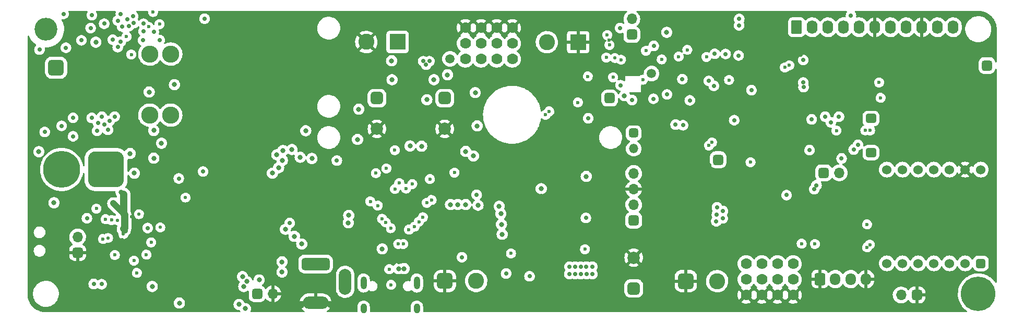
<source format=gbr>
%TF.GenerationSoftware,KiCad,Pcbnew,(6.0.2-0)*%
%TF.CreationDate,2023-06-03T21:04:39-06:00*%
%TF.ProjectId,Catlin RP2040 Sensing Controller,4361746c-696e-4205-9250-323034302053,rev?*%
%TF.SameCoordinates,Original*%
%TF.FileFunction,Copper,L3,Inr*%
%TF.FilePolarity,Positive*%
%FSLAX46Y46*%
G04 Gerber Fmt 4.6, Leading zero omitted, Abs format (unit mm)*
G04 Created by KiCad (PCBNEW (6.0.2-0)) date 2023-06-03 21:04:39*
%MOMM*%
%LPD*%
G01*
G04 APERTURE LIST*
G04 Aperture macros list*
%AMRoundRect*
0 Rectangle with rounded corners*
0 $1 Rounding radius*
0 $2 $3 $4 $5 $6 $7 $8 $9 X,Y pos of 4 corners*
0 Add a 4 corners polygon primitive as box body*
4,1,4,$2,$3,$4,$5,$6,$7,$8,$9,$2,$3,0*
0 Add four circle primitives for the rounded corners*
1,1,$1+$1,$2,$3*
1,1,$1+$1,$4,$5*
1,1,$1+$1,$6,$7*
1,1,$1+$1,$8,$9*
0 Add four rect primitives between the rounded corners*
20,1,$1+$1,$2,$3,$4,$5,0*
20,1,$1+$1,$4,$5,$6,$7,0*
20,1,$1+$1,$6,$7,$8,$9,0*
20,1,$1+$1,$8,$9,$2,$3,0*%
G04 Aperture macros list end*
%TA.AperFunction,ComponentPad*%
%ADD10RoundRect,0.425000X-0.425000X-0.425000X0.425000X-0.425000X0.425000X0.425000X-0.425000X0.425000X0*%
%TD*%
%TA.AperFunction,ComponentPad*%
%ADD11RoundRect,0.375000X0.475000X-0.375000X0.475000X0.375000X-0.475000X0.375000X-0.475000X-0.375000X0*%
%TD*%
%TA.AperFunction,ComponentPad*%
%ADD12RoundRect,0.425000X0.425000X0.425000X-0.425000X0.425000X-0.425000X-0.425000X0.425000X-0.425000X0*%
%TD*%
%TA.AperFunction,ComponentPad*%
%ADD13O,1.700000X1.700000*%
%TD*%
%TA.AperFunction,ComponentPad*%
%ADD14R,2.600000X2.600000*%
%TD*%
%TA.AperFunction,ComponentPad*%
%ADD15C,2.600000*%
%TD*%
%TA.AperFunction,ComponentPad*%
%ADD16C,3.712142*%
%TD*%
%TA.AperFunction,ComponentPad*%
%ADD17RoundRect,0.425000X0.425000X-0.425000X0.425000X0.425000X-0.425000X0.425000X-0.425000X-0.425000X0*%
%TD*%
%TA.AperFunction,ComponentPad*%
%ADD18O,1.000000X2.100000*%
%TD*%
%TA.AperFunction,ComponentPad*%
%ADD19O,1.000000X1.600000*%
%TD*%
%TA.AperFunction,ComponentPad*%
%ADD20C,1.778000*%
%TD*%
%TA.AperFunction,ComponentPad*%
%ADD21RoundRect,0.500000X-0.500000X0.500000X-0.500000X-0.500000X0.500000X-0.500000X0.500000X0.500000X0*%
%TD*%
%TA.AperFunction,ComponentPad*%
%ADD22C,2.000000*%
%TD*%
%TA.AperFunction,ComponentPad*%
%ADD23RoundRect,0.375000X-0.375000X-0.375000X0.375000X-0.375000X0.375000X0.375000X-0.375000X0.375000X0*%
%TD*%
%TA.AperFunction,ComponentPad*%
%ADD24O,1.500000X1.500000*%
%TD*%
%TA.AperFunction,ComponentPad*%
%ADD25RoundRect,0.650000X-0.650000X0.650000X-0.650000X-0.650000X0.650000X-0.650000X0.650000X0.650000X0*%
%TD*%
%TA.AperFunction,ComponentPad*%
%ADD26C,1.500000*%
%TD*%
%TA.AperFunction,ComponentPad*%
%ADD27RoundRect,0.425000X-0.425000X0.425000X-0.425000X-0.425000X0.425000X-0.425000X0.425000X0.425000X0*%
%TD*%
%TA.AperFunction,ComponentPad*%
%ADD28RoundRect,0.500000X0.500000X-0.500000X0.500000X0.500000X-0.500000X0.500000X-0.500000X-0.500000X0*%
%TD*%
%TA.AperFunction,ComponentPad*%
%ADD29C,5.600000*%
%TD*%
%TA.AperFunction,ComponentPad*%
%ADD30C,2.780000*%
%TD*%
%TA.AperFunction,ComponentPad*%
%ADD31RoundRect,0.250000X-0.600000X-0.725000X0.600000X-0.725000X0.600000X0.725000X-0.600000X0.725000X0*%
%TD*%
%TA.AperFunction,ComponentPad*%
%ADD32O,1.700000X1.950000*%
%TD*%
%TA.AperFunction,ComponentPad*%
%ADD33C,6.000000*%
%TD*%
%TA.AperFunction,ComponentPad*%
%ADD34RoundRect,1.200000X1.700000X1.700000X-1.700000X1.700000X-1.700000X-1.700000X1.700000X-1.700000X0*%
%TD*%
%TA.AperFunction,ComponentPad*%
%ADD35RoundRect,0.500000X-1.800000X-0.500000X1.800000X-0.500000X1.800000X0.500000X-1.800000X0.500000X0*%
%TD*%
%TA.AperFunction,ComponentPad*%
%ADD36O,4.200000X2.000000*%
%TD*%
%TA.AperFunction,ComponentPad*%
%ADD37O,2.000000X4.200000*%
%TD*%
%TA.AperFunction,ComponentPad*%
%ADD38RoundRect,0.250000X-0.620000X-0.845000X0.620000X-0.845000X0.620000X0.845000X-0.620000X0.845000X0*%
%TD*%
%TA.AperFunction,ComponentPad*%
%ADD39O,1.740000X2.190000*%
%TD*%
%TA.AperFunction,ComponentPad*%
%ADD40RoundRect,0.650000X-0.650000X-0.650000X0.650000X-0.650000X0.650000X0.650000X-0.650000X0.650000X0*%
%TD*%
%TA.AperFunction,ComponentPad*%
%ADD41RoundRect,0.382500X0.382500X-0.382500X0.382500X0.382500X-0.382500X0.382500X-0.382500X-0.382500X0*%
%TD*%
%TA.AperFunction,ComponentPad*%
%ADD42C,1.530000*%
%TD*%
%TA.AperFunction,ViaPad*%
%ADD43C,0.600000*%
%TD*%
%TA.AperFunction,ViaPad*%
%ADD44C,0.800000*%
%TD*%
%TA.AperFunction,ViaPad*%
%ADD45C,0.700000*%
%TD*%
%TA.AperFunction,ViaPad*%
%ADD46C,0.580000*%
%TD*%
%TA.AperFunction,Conductor*%
%ADD47C,0.800000*%
%TD*%
%TA.AperFunction,Conductor*%
%ADD48C,1.200000*%
%TD*%
%TA.AperFunction,Conductor*%
%ADD49C,0.500000*%
%TD*%
%TA.AperFunction,Conductor*%
%ADD50C,1.000000*%
%TD*%
G04 APERTURE END LIST*
D10*
%TO.N,Net-(IC1-Pad28)*%
%TO.C,J9*%
X183800000Y-56500000D03*
%TD*%
D11*
%TO.N,/MCU sheet/GPIO21*%
%TO.C,J7*%
X165000000Y-70650000D03*
%TD*%
D12*
%TO.N,GND*%
%TO.C,J16*%
X36290000Y-86900000D03*
D13*
%TO.N,/Batt/THM*%
X36290000Y-84360000D03*
%TD*%
D11*
%TO.N,/MCU sheet/GPIO22*%
%TO.C,J8*%
X165000000Y-65100000D03*
%TD*%
D14*
%TO.N,GND*%
%TO.C,J25*%
X117495000Y-52695000D03*
D15*
%TO.N,+1V8*%
X112415000Y-52695000D03*
%TD*%
D16*
%TO.N,Net-(H3-Pad1)*%
%TO.C,H3*%
X31150000Y-50600000D03*
%TD*%
D17*
%TO.N,VD*%
%TO.C,J14*%
X65425000Y-93600000D03*
D13*
%TO.N,GND*%
X67965000Y-93600000D03*
%TD*%
D18*
%TO.N,/power/SHLD*%
%TO.C,J15*%
X82680000Y-91830000D03*
D19*
X82680000Y-96010000D03*
X91320000Y-96010000D03*
D18*
X91320000Y-91830000D03*
%TD*%
D20*
%TO.N,5V_HEAD1*%
%TO.C,JP7*%
X152360000Y-88710000D03*
%TO.N,+5V*%
X152360000Y-91250000D03*
%TO.N,GND*%
X152360000Y-93790000D03*
%TO.N,5V_HEAD2*%
X149820000Y-88710000D03*
%TO.N,+5V*%
X149820000Y-91250000D03*
%TO.N,GND*%
X149820000Y-93790000D03*
%TO.N,5V_HEAD3*%
X147280000Y-88710000D03*
%TO.N,+5V*%
X147280000Y-91250000D03*
%TO.N,GND*%
X147280000Y-93790000D03*
%TO.N,5V_HEAD4*%
X144740000Y-88710000D03*
%TO.N,+5V*%
X144740000Y-91250000D03*
%TO.N,GND*%
X144740000Y-93790000D03*
%TD*%
D17*
%TO.N,/MCU sheet/SWCLK*%
%TO.C,J5*%
X157325000Y-73925000D03*
D13*
%TO.N,/MCU sheet/SWDIO*%
X159865000Y-73925000D03*
%TD*%
D21*
%TO.N,VS out*%
%TO.C,C56*%
X84850000Y-61800000D03*
D22*
%TO.N,GND*%
X84850000Y-66800000D03*
%TD*%
D23*
%TO.N,I2C0_SDA*%
%TO.C,J4*%
X126500000Y-67475000D03*
D24*
%TO.N,I2C0_SCL*%
X126500000Y-70015000D03*
%TD*%
D10*
%TO.N,/MCU sheet/GP10*%
%TO.C,J10*%
X140200000Y-71800000D03*
%TD*%
D25*
%TO.N,/Batt/BATT_OUT*%
%TO.C,J19*%
X32795000Y-56850000D03*
D15*
%TO.N,GND*%
X32795000Y-61930000D03*
%TD*%
D12*
%TO.N,+5V*%
%TO.C,J22*%
X126500000Y-81650000D03*
D13*
%TO.N,+3V3*%
X126500000Y-79110000D03*
%TO.N,GND*%
X126500000Y-76570000D03*
%TO.N,+1V8*%
X126500000Y-74030000D03*
%TD*%
D26*
%TO.N,/Sensor Sheet/int*%
%TO.C,J1*%
X129400000Y-57800000D03*
%TD*%
D27*
%TO.N,GND*%
%TO.C,J24*%
X172425000Y-93790000D03*
D13*
%TO.N,+3V3*%
X169885000Y-93790000D03*
%TD*%
D21*
%TO.N,VS out*%
%TO.C,C58*%
X95850000Y-61800000D03*
D22*
%TO.N,GND*%
X95850000Y-66800000D03*
%TD*%
D28*
%TO.N,+5V*%
%TO.C,C54*%
X126500000Y-92717677D03*
D22*
%TO.N,GND*%
X126500000Y-87717677D03*
%TD*%
D20*
%TO.N,SYS_HEAD1*%
%TO.C,JP5*%
X99190000Y-55440000D03*
%TO.N,VS out*%
X99190000Y-52900000D03*
%TO.N,GND*%
X99190000Y-50360000D03*
%TO.N,SYS_HEAD2*%
X101730000Y-55440000D03*
%TO.N,VS out*%
X101730000Y-52900000D03*
%TO.N,GND*%
X101730000Y-50360000D03*
%TO.N,SYS_HEAD3*%
X104270000Y-55440000D03*
%TO.N,VS out*%
X104270000Y-52900000D03*
%TO.N,GND*%
X104270000Y-50360000D03*
%TO.N,SYS_HEAD3*%
X106810000Y-55440000D03*
%TO.N,VS out*%
X106810000Y-52900000D03*
%TO.N,GND*%
X106810000Y-50360000D03*
%TD*%
D10*
%TO.N,/Sensor Sheet/SQW*%
%TO.C,J2*%
X122600000Y-61800000D03*
%TD*%
D26*
%TO.N,VS out*%
%TO.C,J17*%
X96700000Y-55400000D03*
%TD*%
D29*
%TO.N,/power/SHLD*%
%TO.C,H1*%
X182400000Y-93600000D03*
%TD*%
D30*
%TO.N,/Batt/FUSE_OUT*%
%TO.C,F1*%
X48000000Y-54640000D03*
X51400000Y-54640000D03*
%TO.N,+BATT*%
X51400000Y-64560000D03*
X48000000Y-64560000D03*
%TD*%
D31*
%TO.N,GND*%
%TO.C,J11*%
X156700000Y-91200000D03*
D32*
%TO.N,+5V*%
X159200000Y-91200000D03*
%TO.N,5V Logic*%
X161700000Y-91200000D03*
%TO.N,GND*%
X164200000Y-91200000D03*
%TD*%
D33*
%TO.N,BT_S*%
%TO.C,J20*%
X33700000Y-73400000D03*
D34*
%TO.N,+BATT*%
X40900000Y-73400000D03*
%TD*%
D35*
%TO.N,/power/DC_in*%
%TO.C,J13*%
X74900000Y-88750000D03*
D36*
%TO.N,GND*%
X74900000Y-95050000D03*
D37*
%TO.N,unconnected-(J13-Pad3)*%
X79700000Y-91650000D03*
%TD*%
D38*
%TO.N,TX*%
%TO.C,J6*%
X152930000Y-50270000D03*
D39*
%TO.N,RX*%
X155470000Y-50270000D03*
%TO.N,+3V3*%
X158010000Y-50270000D03*
%TO.N,Net-(J6-Pad4)*%
X160550000Y-50270000D03*
%TO.N,Net-(J6-Pad5)*%
X163090000Y-50270000D03*
%TO.N,GND*%
X165630000Y-50270000D03*
%TO.N,GPIO27*%
X168170000Y-50270000D03*
%TO.N,GPIO26*%
X170710000Y-50270000D03*
%TO.N,GND*%
X173250000Y-50270000D03*
%TO.N,GPIO25*%
X175790000Y-50270000D03*
%TO.N,GPIO24*%
X178330000Y-50270000D03*
%TD*%
D40*
%TO.N,GND*%
%TO.C,J23*%
X95872677Y-91505000D03*
D15*
%TO.N,+5VD*%
X100952677Y-91505000D03*
%TD*%
D14*
%TO.N,/drivers/MS_VsV*%
%TO.C,J21*%
X88200000Y-52663994D03*
D15*
%TO.N,GND*%
X83120000Y-52663994D03*
%TD*%
D40*
%TO.N,GND*%
%TO.C,J18*%
X134955000Y-91527500D03*
D15*
%TO.N,/Batt/5V_MS*%
X140035000Y-91527500D03*
%TD*%
D12*
%TO.N,MC_SCK*%
%TO.C,J3*%
X126200000Y-51475000D03*
D13*
%TO.N,MC_SDA*%
X126200000Y-48935000D03*
%TD*%
D41*
%TO.N,unconnected-(U4-Pad1)*%
%TO.C,U4*%
X182804250Y-88651750D03*
D42*
%TO.N,unconnected-(U4-Pad2)*%
X180264250Y-88651750D03*
%TO.N,unconnected-(U4-Pad3)*%
X177724250Y-88651750D03*
%TO.N,unconnected-(U4-Pad4)*%
X175184250Y-88651750D03*
%TO.N,unconnected-(U4-Pad5)*%
X172644250Y-88651750D03*
%TO.N,unconnected-(U4-Pad6)*%
X170104250Y-88651750D03*
%TO.N,GPIO25*%
X167564250Y-88651750D03*
%TO.N,GPIO24*%
X167564250Y-73411750D03*
%TO.N,unconnected-(U4-Pad9)*%
X170104250Y-73411750D03*
%TO.N,unconnected-(U4-Pad10)*%
X172644250Y-73411750D03*
%TO.N,unconnected-(U4-Pad11)*%
X175184250Y-73411750D03*
%TO.N,unconnected-(U4-Pad12)*%
X177724250Y-73411750D03*
%TO.N,GND*%
X180264250Y-73411750D03*
%TO.N,Net-(D1-Pad1)*%
X182804250Y-73411750D03*
%TD*%
D43*
%TO.N,+3V3*%
X122049500Y-55200000D03*
D44*
X97950000Y-79100000D03*
D45*
X78350000Y-71951469D03*
D43*
X138700000Y-69500000D03*
D45*
X154000000Y-55600000D03*
D44*
X96782500Y-79087500D03*
D43*
X117450000Y-62500980D03*
D45*
X134400000Y-58700000D03*
D43*
X97430000Y-73900000D03*
X128000000Y-58800000D03*
D44*
X131850000Y-51100000D03*
D45*
X154000000Y-59250000D03*
X160225000Y-71600000D03*
D44*
X101250000Y-79200000D03*
D45*
X157550000Y-64800000D03*
X155030000Y-70240000D03*
X154050000Y-60000000D03*
X155800000Y-76600000D03*
D43*
X164850000Y-67050000D03*
D45*
X143625000Y-48925000D03*
D43*
X164075242Y-67024758D03*
D45*
X143600000Y-49975000D03*
D43*
X141975000Y-58850000D03*
X133800000Y-55050000D03*
D45*
X134500000Y-66200000D03*
D44*
X99252500Y-79087500D03*
X104950000Y-80600000D03*
D45*
X119125000Y-65075000D03*
X131900000Y-61200000D03*
D43*
X122200000Y-51550000D03*
D45*
X159800000Y-64799500D03*
D43*
X155900000Y-85500000D03*
D45*
X133300000Y-66100000D03*
X135600000Y-62150000D03*
X139500000Y-59800000D03*
X126225000Y-62100000D03*
X142800000Y-65375000D03*
D43*
X139200000Y-69000000D03*
D45*
X129700000Y-61900000D03*
X145600000Y-60500000D03*
X101030000Y-77500000D03*
X138700000Y-59000000D03*
D43*
X138300000Y-55100000D03*
D45*
X156150000Y-75950000D03*
D44*
X104675000Y-79375000D03*
D43*
X164350000Y-82325000D03*
D44*
X125000000Y-61400000D03*
D43*
X128500000Y-54100000D03*
D45*
X56650000Y-73725000D03*
D43*
X87750000Y-70250000D03*
D44*
%TO.N,+5VD*%
X32450000Y-78800000D03*
D45*
X109600000Y-90750000D03*
X105800000Y-90300000D03*
X98650000Y-87650000D03*
D44*
%TO.N,VBUS*%
X80200000Y-82050000D03*
X89250000Y-89500000D03*
X85700000Y-86300000D03*
X88350000Y-89500000D03*
D43*
X90025000Y-83175000D03*
D44*
X80275000Y-80850000D03*
D45*
%TO.N,+5V*%
X116100000Y-89200000D03*
X140970000Y-80130000D03*
X117900000Y-89200000D03*
D43*
X164800000Y-85600000D03*
X153750000Y-85450000D03*
D45*
X140940000Y-81340000D03*
X140010000Y-79540000D03*
X139900000Y-81800000D03*
D43*
X164350000Y-86050000D03*
D45*
X116050000Y-90400000D03*
X118850000Y-90400000D03*
X139990000Y-80700000D03*
X117900000Y-90400000D03*
X118820000Y-89190000D03*
X119810000Y-89180000D03*
X117000000Y-90400000D03*
X117000000Y-89200000D03*
X119800000Y-90400000D03*
D44*
%TO.N,VD*%
X63050000Y-90800000D03*
X69450000Y-88400000D03*
X70000000Y-83100000D03*
X71450000Y-84250000D03*
X63750000Y-91600000D03*
D45*
X70700000Y-82100000D03*
D44*
X63250000Y-92400000D03*
X72650000Y-85500000D03*
X65750000Y-91350000D03*
X69450000Y-90050000D03*
D43*
%TO.N,CC2*%
X87075000Y-82925000D03*
X90950000Y-82675000D03*
D44*
%TO.N,/Batt/CSINP*%
X52800000Y-95100000D03*
X62488825Y-95330007D03*
D46*
%TO.N,/Batt/LX2*%
X46245020Y-80650000D03*
X49700000Y-82800000D03*
D43*
%TO.N,/Batt/LX1*%
X48237377Y-85227123D03*
X47449500Y-87240000D03*
D45*
%TO.N,/Batt/PVL*%
X40180000Y-92030000D03*
D44*
X48400000Y-92400000D03*
%TO.N,+BATT*%
X44800000Y-70800000D03*
X47900000Y-60800000D03*
X45500000Y-74000000D03*
X52000000Y-59600000D03*
D46*
X44003637Y-83350000D03*
D44*
X49900000Y-69125000D03*
X42100000Y-78900000D03*
X43350000Y-77050000D03*
X48650000Y-71550000D03*
X48650000Y-67050000D03*
D46*
X43700000Y-83900000D03*
D44*
%TO.N,/drivers/EN*%
X118800000Y-74525000D03*
D45*
X118740000Y-81270000D03*
D43*
%TO.N,/drivers/FB1*%
X118600000Y-86350000D03*
%TO.N,/drivers/FB2*%
X106600446Y-87033470D03*
%TO.N,+1V8*%
X112800000Y-63950000D03*
X112200000Y-64500000D03*
D45*
%TO.N,/Batt/BATT_OUT*%
X43500000Y-50200000D03*
X45300000Y-48500000D03*
X43300000Y-48100000D03*
X36900000Y-52400000D03*
X44400000Y-49000000D03*
X34400000Y-53600000D03*
X34000000Y-48100000D03*
X45400000Y-49600000D03*
X40600000Y-49700000D03*
X43300000Y-52600000D03*
D43*
X48525000Y-47800000D03*
D45*
X30100000Y-53900000D03*
X42800000Y-49200000D03*
X44600000Y-50100000D03*
D44*
X39250000Y-52700000D03*
D45*
X38400000Y-50400000D03*
X42000000Y-52300000D03*
X38600000Y-48300000D03*
X42800000Y-53500000D03*
%TO.N,/Batt/FUSE_OUT*%
X46900000Y-52400000D03*
X47000000Y-50900000D03*
D43*
X47800000Y-50200000D03*
D45*
X49600000Y-52350000D03*
X47000000Y-49700000D03*
X48650000Y-51025000D03*
D43*
X45000000Y-54700000D03*
D45*
%TO.N,TX*%
X141415311Y-54615311D03*
%TO.N,RX*%
X139650000Y-54600000D03*
D46*
%TO.N,MC_SDA*%
X123449773Y-55270780D03*
D45*
X124300000Y-50400000D03*
D43*
%TO.N,MC_SCK*%
X124450000Y-55550000D03*
D45*
X129750000Y-53300000D03*
D43*
X119050000Y-58275000D03*
X135200000Y-53950000D03*
%TO.N,I2C0_SDA*%
X92300000Y-81150000D03*
X85675000Y-81400000D03*
X40823911Y-81476089D03*
D45*
X52700000Y-74850000D03*
D44*
X105050000Y-82320000D03*
D43*
%TO.N,I2C0_SCL*%
X91650000Y-81875000D03*
D46*
X53800000Y-77950000D03*
D43*
X41800000Y-81600000D03*
X86275000Y-82000000D03*
D44*
X105158528Y-83916894D03*
D43*
%TO.N,5V_HEAD0*%
X145450000Y-72200000D03*
D45*
X151300000Y-77550000D03*
%TO.N,/MCU sheet/GPIO20*%
X162875000Y-69375000D03*
D43*
X159387500Y-67062500D03*
D45*
X158500000Y-65725000D03*
%TO.N,/MCU sheet/GPIO21*%
X162175000Y-70155500D03*
X155375000Y-65250000D03*
D43*
%TO.N,USB_D+*%
X89109019Y-85495172D03*
X87150000Y-92139502D03*
X151026604Y-56808073D03*
%TO.N,USB_D-*%
X86850000Y-89600000D03*
X151750000Y-56467627D03*
X88309531Y-85500000D03*
D46*
%TO.N,/Batt/THM*%
X42735900Y-81629741D03*
D43*
%TO.N,/Batt/STAT*%
X39350000Y-79750000D03*
D44*
%TO.N,/drivers/PG*%
X111500000Y-76510000D03*
D45*
%TO.N,BT_S*%
X39600000Y-65800000D03*
X33700000Y-66300000D03*
X38575000Y-65000000D03*
X30950000Y-67300000D03*
X40600000Y-66100000D03*
X35550000Y-68000000D03*
D44*
X30000000Y-70500000D03*
D45*
X41200000Y-66950000D03*
X41500000Y-65500000D03*
X42300000Y-64800000D03*
X40250000Y-64825000D03*
X39450000Y-67100000D03*
X35550000Y-65000000D03*
D43*
%TO.N,HV_D*%
X44232500Y-51800000D03*
X49567500Y-49767500D03*
D45*
%TO.N,HV_G*%
X56900000Y-48875000D03*
X161750000Y-48375000D03*
D44*
%TO.N,GND*%
X51300000Y-77050000D03*
D45*
X42550000Y-59200000D03*
X138800000Y-72650000D03*
D44*
X123700000Y-49300000D03*
X74100000Y-64300000D03*
D43*
X116400000Y-87350000D03*
D45*
X40600000Y-77600000D03*
X67550000Y-68100000D03*
X43750000Y-58200000D03*
X148200000Y-70200000D03*
X87125000Y-78800000D03*
X92350000Y-87250000D03*
X54150000Y-67900000D03*
D44*
X63000000Y-68500000D03*
D45*
X131200000Y-48950000D03*
X112000000Y-83000000D03*
D44*
X41030000Y-94300000D03*
X57600000Y-85750000D03*
D45*
X112100000Y-84200000D03*
D44*
X60700000Y-85400000D03*
D45*
X42150000Y-61400000D03*
X141800000Y-70500000D03*
X49600000Y-94700000D03*
D43*
X129050000Y-55150000D03*
D45*
X88200000Y-80425000D03*
D44*
X71800000Y-95900000D03*
X114850000Y-53350000D03*
D43*
X147875000Y-65450000D03*
D44*
X132100000Y-85600000D03*
D45*
X96990000Y-85280000D03*
X133800000Y-62200000D03*
D44*
X59200000Y-51600000D03*
D43*
X86100000Y-83050000D03*
X150800000Y-64600000D03*
X148800000Y-64600000D03*
D45*
X87150000Y-80450000D03*
D43*
X165725000Y-83400000D03*
D44*
X38300000Y-56800000D03*
D45*
X120150000Y-54500000D03*
X79200000Y-87650000D03*
X182300000Y-66300000D03*
D46*
X45010500Y-81050000D03*
D45*
X117366250Y-82400000D03*
X92200000Y-84500000D03*
X44050000Y-61000000D03*
D44*
X135900000Y-49850000D03*
D43*
X46400000Y-77200000D03*
D44*
X78000000Y-95900000D03*
D43*
X147900000Y-61700000D03*
D45*
X80350000Y-87650000D03*
D43*
X165925000Y-81025000D03*
D45*
X141020000Y-86820000D03*
D43*
X125450000Y-54609500D03*
D44*
X101300000Y-82200000D03*
D43*
X41800000Y-63600000D03*
D45*
X38200000Y-63275000D03*
D44*
X65100000Y-85000000D03*
D45*
X30325000Y-61700000D03*
X80350000Y-88700000D03*
X154275000Y-75300000D03*
X111525000Y-77725000D03*
D44*
X141100000Y-65550000D03*
D43*
X80425000Y-79025000D03*
X150800000Y-62550000D03*
D45*
X88350000Y-88400000D03*
D43*
X155600039Y-87966411D03*
D44*
X102500000Y-68650000D03*
X77250000Y-95500000D03*
D45*
X38750000Y-60200000D03*
D44*
X45950000Y-57375000D03*
D45*
X38850000Y-85550000D03*
X39600000Y-77600000D03*
X36850000Y-57550000D03*
D43*
X40950000Y-85800000D03*
D45*
X151650000Y-82325000D03*
X68550000Y-63400000D03*
X74425000Y-78900000D03*
X146550000Y-75550000D03*
X149200000Y-70200000D03*
D44*
X76900000Y-56100000D03*
D43*
X132850000Y-57950000D03*
D46*
X43500000Y-84800000D03*
D43*
X150800000Y-63500000D03*
D44*
X133900000Y-51250000D03*
D45*
X112600000Y-82400000D03*
X41050000Y-61400000D03*
D44*
X71975000Y-75200000D03*
D43*
X161750000Y-67975500D03*
D45*
X144900000Y-59200000D03*
X151625000Y-78675000D03*
D44*
X53700000Y-49875000D03*
D45*
X112800000Y-83600000D03*
D43*
X148250000Y-76000000D03*
D44*
X72600000Y-95550000D03*
D45*
X123650000Y-81550000D03*
X60200000Y-60800000D03*
D43*
X113300000Y-81800000D03*
D45*
X115200000Y-50000000D03*
X61250000Y-63450000D03*
X56000000Y-64900000D03*
X101070333Y-76202277D03*
X35500000Y-49500000D03*
X136000000Y-57600000D03*
X38750000Y-58200000D03*
X89850000Y-88350000D03*
D43*
X124600000Y-58200000D03*
D45*
X162730000Y-58800000D03*
D44*
X96550000Y-75275000D03*
X90300000Y-49600000D03*
X130000000Y-59500000D03*
D45*
X47000000Y-93800000D03*
D43*
X112000000Y-81800000D03*
D44*
X106400000Y-82260000D03*
X155650000Y-57450000D03*
D45*
X80425000Y-74675000D03*
X88200000Y-79625000D03*
X111300000Y-82400000D03*
X64250000Y-61350000D03*
X66600000Y-89350000D03*
X36500000Y-49500000D03*
D43*
X151900000Y-84450000D03*
D45*
X135050000Y-52450000D03*
D44*
X105000000Y-69600000D03*
D43*
X166750000Y-67800000D03*
X110600000Y-81800000D03*
X149800000Y-64600000D03*
D45*
X156750000Y-55750000D03*
X43850000Y-59200000D03*
X121400000Y-95100000D03*
X141450000Y-50450000D03*
X41200000Y-58150000D03*
X156600000Y-60630000D03*
D43*
X81600000Y-85175000D03*
D45*
X38750000Y-59200000D03*
X43250000Y-61400000D03*
X40050000Y-58200000D03*
X88150000Y-78775000D03*
X140200000Y-85600000D03*
X122650000Y-95100000D03*
D44*
X54800000Y-53350000D03*
D43*
X148800000Y-63500000D03*
D44*
X119742878Y-56842878D03*
D45*
X62550000Y-84550000D03*
X63800000Y-52900000D03*
D43*
X148275000Y-53825000D03*
X33400000Y-80800000D03*
D44*
X72400000Y-61400000D03*
X69600000Y-77150000D03*
D45*
X112050000Y-95150000D03*
D44*
X72750000Y-52050000D03*
D45*
X89250000Y-80425000D03*
D46*
X43425000Y-85400000D03*
D45*
X127200000Y-54800000D03*
D44*
X48800000Y-76850000D03*
X58750000Y-89100000D03*
D43*
X149800000Y-62600000D03*
D45*
X41200000Y-62600000D03*
D44*
X103898723Y-85201277D03*
X113625000Y-57550000D03*
D45*
X141450000Y-51225000D03*
D43*
X40600000Y-63600000D03*
D44*
X69790000Y-54400000D03*
X98900000Y-77200000D03*
X95000000Y-75300000D03*
D43*
X37192500Y-89940000D03*
D45*
X117750000Y-70050000D03*
X41250000Y-59200000D03*
D44*
X56125000Y-71400000D03*
D43*
X40400000Y-80500000D03*
D44*
X172300000Y-58100000D03*
D45*
X133800000Y-59900000D03*
D43*
X140260000Y-83690000D03*
D44*
X84900000Y-49300000D03*
D43*
X149800000Y-63500000D03*
X148075000Y-78575000D03*
D45*
X79300000Y-85150000D03*
X44850000Y-61600000D03*
D44*
X53150000Y-84450000D03*
D43*
X140050000Y-57850000D03*
D45*
X153600000Y-54700000D03*
D44*
X55700000Y-84500000D03*
D45*
X38750000Y-61400000D03*
X124350000Y-65900000D03*
X42500000Y-58150000D03*
D44*
X97950000Y-82230000D03*
D45*
X80950000Y-72675000D03*
X129200000Y-60600000D03*
X115025000Y-65200000D03*
X68550000Y-58100000D03*
X34675000Y-60900000D03*
X40200000Y-55800000D03*
X35800000Y-62500000D03*
X117400000Y-81500000D03*
D44*
X44790000Y-93400000D03*
D45*
X118200000Y-58925000D03*
X73250000Y-91350000D03*
X89200000Y-78775000D03*
D44*
X135000000Y-73750000D03*
D45*
X59500000Y-56100000D03*
D44*
X133900000Y-77800000D03*
D43*
X127500000Y-57650000D03*
D45*
X110600000Y-83000000D03*
X113400000Y-82900000D03*
X41500000Y-57200000D03*
X113400000Y-84200000D03*
X111250000Y-95150000D03*
D44*
X57850000Y-90850000D03*
D45*
X162897875Y-65647875D03*
D44*
X117600000Y-75100000D03*
D43*
X148275000Y-54675000D03*
D45*
X28750000Y-62800000D03*
D44*
X36400000Y-59650000D03*
D43*
X89400000Y-59100000D03*
D45*
X44050000Y-62200000D03*
X44050000Y-63600000D03*
D44*
X55400000Y-48300000D03*
D43*
X43200000Y-51200000D03*
D45*
X123600000Y-71900000D03*
X89225000Y-79575000D03*
X44850000Y-59200000D03*
X44850000Y-62800000D03*
X40000000Y-59200000D03*
X78450000Y-88650000D03*
X90750000Y-89750000D03*
D44*
X58600000Y-84200000D03*
D43*
X122549509Y-52347567D03*
D45*
X76325000Y-91350000D03*
X130700000Y-66500000D03*
D43*
X108200000Y-88700000D03*
D44*
X66325000Y-49125000D03*
D45*
X152450000Y-75700000D03*
X44850000Y-60300000D03*
X67650000Y-80100000D03*
D44*
X130750000Y-88510000D03*
D45*
X121000000Y-83500000D03*
X39950000Y-61400000D03*
X110600000Y-84200000D03*
D43*
X148750000Y-62600000D03*
D45*
X68200000Y-84300000D03*
X182150000Y-59300000D03*
X56000000Y-59500000D03*
D43*
X117000000Y-86750000D03*
D44*
X110750000Y-69550000D03*
D43*
X150675000Y-75725000D03*
D45*
X180050000Y-70300000D03*
X156050000Y-72350000D03*
D44*
X80400000Y-49400000D03*
D45*
X120500000Y-49900000D03*
D44*
X63400000Y-49700000D03*
D43*
X161550000Y-85600000D03*
X162425000Y-75925000D03*
D45*
X87125000Y-79650000D03*
X111300000Y-83600000D03*
D44*
X49400000Y-84850000D03*
D45*
X71600000Y-79450000D03*
D44*
X41680000Y-94820000D03*
X58820000Y-92760000D03*
D43*
X86125000Y-76400000D03*
D44*
X65000000Y-70200000D03*
D45*
X154450000Y-71600000D03*
D44*
%TO.N,INOKB*%
X63500000Y-96000000D03*
D45*
X37800000Y-81300000D03*
%TO.N,/Batt/CNFG*%
X38900000Y-92000000D03*
%TO.N,VS+*%
X47650000Y-82900000D03*
D43*
X40400000Y-84690000D03*
D44*
%TO.N,VS out*%
X92950000Y-62050000D03*
X74300000Y-71600000D03*
X68900000Y-73100000D03*
X69500000Y-71900000D03*
X94100000Y-58800000D03*
X92100000Y-69600000D03*
X90225000Y-69575000D03*
X81900000Y-63600000D03*
X96300000Y-58000000D03*
X73300000Y-67100000D03*
X72400000Y-71400000D03*
X68600000Y-71000000D03*
X71050000Y-70150000D03*
X100500000Y-71200000D03*
X69600000Y-70300000D03*
X101100000Y-66300000D03*
X87300000Y-58800000D03*
X100800000Y-60900000D03*
X67900000Y-74000000D03*
X99250000Y-70450000D03*
X81700000Y-68500000D03*
D43*
%TO.N,GPIO24*%
X166550000Y-61750000D03*
%TO.N,GPIO25*%
X166300000Y-59250000D03*
D44*
%TO.N,/drivers/MS_VsV*%
X87225000Y-55725000D03*
D45*
X92350000Y-55795000D03*
X93350000Y-55795000D03*
X92825000Y-56370000D03*
%TO.N,/MCU sheet/BTSEL*%
X143525000Y-54875000D03*
D43*
%TO.N,/usb_pd/VDD*%
X86375000Y-73225000D03*
X83775000Y-78575000D03*
X93450000Y-74950000D03*
X92925000Y-78800000D03*
X93725000Y-78350000D03*
%TO.N,/usb_pd/VMIN*%
X90583956Y-75748147D03*
%TO.N,/usb_pd/VMAX*%
X89575000Y-76500000D03*
%TO.N,/usb_pd/ISNK_CRS*%
X84674500Y-73975000D03*
%TO.N,/usb_pd/FAULT*%
X84987500Y-79262500D03*
%TO.N,/usb_pd/FET_EN*%
X88475000Y-75600000D03*
%TO.N,/usb_pd/SAFE_PWR_EN*%
X87775000Y-76550000D03*
%TO.N,/Sensor Sheet/intmag*%
X122571380Y-53146770D03*
%TO.N,/Sensor Sheet/adrbmp*%
X123150000Y-58400000D03*
D45*
X124400000Y-59700000D03*
D43*
%TO.N,/Sensor Sheet/adrlsm*%
X131050000Y-55500000D03*
%TO.N,Net-(R57-Pad2)*%
X42330000Y-87280000D03*
D46*
X41235947Y-84526700D03*
D43*
%TO.N,Net-(R59-Pad1)*%
X45900000Y-90200500D03*
X45419707Y-88200534D03*
%TD*%
D47*
%TO.N,+BATT*%
X44003637Y-83350000D02*
X44003637Y-83303888D01*
D48*
X43750000Y-83050251D02*
X43900000Y-82900251D01*
D47*
X43750000Y-79000000D02*
X42975000Y-79775000D01*
D49*
X43700000Y-83100251D02*
X43750000Y-83050251D01*
D48*
X43900000Y-82900251D02*
X43900000Y-80700000D01*
X43750000Y-77450000D02*
X43750000Y-79000000D01*
D49*
X43700000Y-83653637D02*
X44003637Y-83350000D01*
X43700000Y-83900000D02*
X43700000Y-83100251D01*
D47*
X44003637Y-83303888D02*
X43750000Y-83050251D01*
D50*
X42975000Y-79775000D02*
X43750000Y-80550000D01*
D47*
X43350000Y-77050000D02*
X43750000Y-77450000D01*
D49*
X43700000Y-83900000D02*
X43700000Y-83653637D01*
D48*
X43750000Y-80550000D02*
X43750000Y-79000000D01*
X43900000Y-80700000D02*
X43750000Y-80550000D01*
D50*
X42100000Y-78900000D02*
X42975000Y-79775000D01*
%TD*%
%TA.AperFunction,Conductor*%
%TO.N,GND*%
G36*
X37858099Y-47628002D02*
G01*
X37904592Y-47681658D01*
X37914696Y-47751932D01*
X37899097Y-47796999D01*
X37858332Y-47867607D01*
X37817661Y-47938051D01*
X37811401Y-47948893D01*
X37809359Y-47955178D01*
X37761444Y-48102648D01*
X37755635Y-48120525D01*
X37754945Y-48127088D01*
X37754945Y-48127089D01*
X37737955Y-48288731D01*
X37736771Y-48300000D01*
X37737461Y-48306565D01*
X37754041Y-48464305D01*
X37755635Y-48479475D01*
X37757675Y-48485753D01*
X37757675Y-48485754D01*
X37765308Y-48509245D01*
X37811401Y-48651107D01*
X37814704Y-48656829D01*
X37814705Y-48656830D01*
X37840148Y-48700899D01*
X37901633Y-48807393D01*
X37906051Y-48812300D01*
X37906052Y-48812301D01*
X38003907Y-48920980D01*
X38022387Y-48941504D01*
X38027729Y-48945385D01*
X38027731Y-48945387D01*
X38157963Y-49040006D01*
X38168385Y-49047578D01*
X38174413Y-49050262D01*
X38174415Y-49050263D01*
X38310280Y-49110754D01*
X38333248Y-49120980D01*
X38415274Y-49138415D01*
X38503311Y-49157128D01*
X38503315Y-49157128D01*
X38509768Y-49158500D01*
X38690232Y-49158500D01*
X38696685Y-49157128D01*
X38696689Y-49157128D01*
X38784726Y-49138415D01*
X38866752Y-49120980D01*
X38889720Y-49110754D01*
X39025585Y-49050263D01*
X39025587Y-49050262D01*
X39031615Y-49047578D01*
X39042037Y-49040006D01*
X39172269Y-48945387D01*
X39172271Y-48945385D01*
X39177613Y-48941504D01*
X39196093Y-48920980D01*
X39293948Y-48812301D01*
X39293949Y-48812300D01*
X39298367Y-48807393D01*
X39359852Y-48700899D01*
X39385295Y-48656830D01*
X39385296Y-48656829D01*
X39388599Y-48651107D01*
X39434692Y-48509245D01*
X39442325Y-48485754D01*
X39442325Y-48485753D01*
X39444365Y-48479475D01*
X39445960Y-48464305D01*
X39462539Y-48306565D01*
X39463229Y-48300000D01*
X39462045Y-48288731D01*
X39445055Y-48127089D01*
X39445055Y-48127088D01*
X39444365Y-48120525D01*
X39438557Y-48102648D01*
X39390641Y-47955178D01*
X39388599Y-47948893D01*
X39382340Y-47938051D01*
X39341668Y-47867607D01*
X39300903Y-47796999D01*
X39284165Y-47728005D01*
X39307385Y-47660913D01*
X39363192Y-47617026D01*
X39410022Y-47608000D01*
X42383756Y-47608000D01*
X42451877Y-47628002D01*
X42498370Y-47681658D01*
X42508474Y-47751932D01*
X42503589Y-47772936D01*
X42474194Y-47863407D01*
X42455635Y-47920525D01*
X42454945Y-47927088D01*
X42454945Y-47927089D01*
X42453255Y-47943170D01*
X42436771Y-48100000D01*
X42455635Y-48279475D01*
X42458643Y-48288733D01*
X42458695Y-48290551D01*
X42459048Y-48292212D01*
X42458744Y-48292277D01*
X42460669Y-48359699D01*
X42424006Y-48420496D01*
X42390058Y-48442773D01*
X42374416Y-48449737D01*
X42374414Y-48449738D01*
X42368386Y-48452422D01*
X42363045Y-48456302D01*
X42363044Y-48456303D01*
X42227731Y-48554613D01*
X42227729Y-48554615D01*
X42222387Y-48558496D01*
X42217966Y-48563406D01*
X42217965Y-48563407D01*
X42113372Y-48679570D01*
X42101633Y-48692607D01*
X42060898Y-48763162D01*
X42027487Y-48821032D01*
X42011401Y-48848893D01*
X42005035Y-48868486D01*
X41960348Y-49006021D01*
X41955635Y-49020525D01*
X41954945Y-49027088D01*
X41954945Y-49027089D01*
X41944932Y-49122352D01*
X41936771Y-49200000D01*
X41937461Y-49206565D01*
X41954214Y-49365951D01*
X41955635Y-49379475D01*
X41957675Y-49385753D01*
X41957675Y-49385754D01*
X41984634Y-49468727D01*
X42011401Y-49551107D01*
X42014704Y-49556829D01*
X42014705Y-49556830D01*
X42046538Y-49611966D01*
X42101633Y-49707393D01*
X42106051Y-49712300D01*
X42106052Y-49712301D01*
X42217965Y-49836593D01*
X42222387Y-49841504D01*
X42227729Y-49845385D01*
X42227731Y-49845387D01*
X42353582Y-49936823D01*
X42368385Y-49947578D01*
X42374413Y-49950262D01*
X42374415Y-49950263D01*
X42476226Y-49995592D01*
X42533248Y-50020980D01*
X42539697Y-50022351D01*
X42539704Y-50022353D01*
X42541945Y-50022829D01*
X42543116Y-50023461D01*
X42545987Y-50024394D01*
X42545816Y-50024919D01*
X42604418Y-50056559D01*
X42638737Y-50118709D01*
X42641055Y-50159244D01*
X42636771Y-50200000D01*
X42637461Y-50206565D01*
X42654935Y-50372811D01*
X42655635Y-50379475D01*
X42657675Y-50385753D01*
X42657675Y-50385754D01*
X42667909Y-50417251D01*
X42711401Y-50551107D01*
X42714704Y-50556829D01*
X42714705Y-50556830D01*
X42732390Y-50587461D01*
X42801633Y-50707393D01*
X42806051Y-50712300D01*
X42806052Y-50712301D01*
X42905281Y-50822506D01*
X42922387Y-50841504D01*
X42927729Y-50845385D01*
X42927731Y-50845387D01*
X43063043Y-50943697D01*
X43068385Y-50947578D01*
X43074413Y-50950262D01*
X43074415Y-50950263D01*
X43198174Y-51005364D01*
X43233248Y-51020980D01*
X43319325Y-51039276D01*
X43403311Y-51057128D01*
X43403315Y-51057128D01*
X43409768Y-51058500D01*
X43525321Y-51058500D01*
X43593442Y-51078502D01*
X43639935Y-51132158D01*
X43650039Y-51202432D01*
X43620545Y-51267012D01*
X43613479Y-51274523D01*
X43601993Y-51285771D01*
X43503735Y-51438238D01*
X43501326Y-51444858D01*
X43501324Y-51444861D01*
X43447230Y-51593483D01*
X43441697Y-51608685D01*
X43440814Y-51615675D01*
X43438841Y-51631292D01*
X43410459Y-51696369D01*
X43351399Y-51735770D01*
X43313835Y-51741500D01*
X43209768Y-51741500D01*
X43203315Y-51742872D01*
X43203311Y-51742872D01*
X43148075Y-51754613D01*
X43033248Y-51779020D01*
X43027219Y-51781704D01*
X43027217Y-51781705D01*
X42919119Y-51829834D01*
X42868386Y-51852422D01*
X42867649Y-51850768D01*
X42807250Y-51865425D01*
X42740156Y-51842208D01*
X42704118Y-51802567D01*
X42701671Y-51798328D01*
X42701666Y-51798322D01*
X42698367Y-51792607D01*
X42585453Y-51667203D01*
X42582035Y-51663407D01*
X42582034Y-51663406D01*
X42577613Y-51658496D01*
X42565558Y-51649737D01*
X42436957Y-51556303D01*
X42436956Y-51556302D01*
X42431615Y-51552422D01*
X42425587Y-51549738D01*
X42425585Y-51549737D01*
X42272783Y-51481705D01*
X42272781Y-51481705D01*
X42266752Y-51479020D01*
X42178492Y-51460260D01*
X42096689Y-51442872D01*
X42096685Y-51442872D01*
X42090232Y-51441500D01*
X41909768Y-51441500D01*
X41903315Y-51442872D01*
X41903311Y-51442872D01*
X41821508Y-51460260D01*
X41733248Y-51479020D01*
X41727219Y-51481704D01*
X41727217Y-51481705D01*
X41574416Y-51549737D01*
X41574414Y-51549738D01*
X41568386Y-51552422D01*
X41563045Y-51556302D01*
X41563044Y-51556303D01*
X41427731Y-51654613D01*
X41427729Y-51654615D01*
X41422387Y-51658496D01*
X41417966Y-51663406D01*
X41417965Y-51663407D01*
X41316419Y-51776186D01*
X41301633Y-51792607D01*
X41270026Y-51847352D01*
X41240597Y-51898325D01*
X41211401Y-51948893D01*
X41209359Y-51955178D01*
X41164503Y-52093233D01*
X41155635Y-52120525D01*
X41136771Y-52300000D01*
X41137461Y-52306565D01*
X41148877Y-52415174D01*
X41155635Y-52479475D01*
X41211401Y-52651107D01*
X41214704Y-52656829D01*
X41214705Y-52656830D01*
X41225843Y-52676121D01*
X41301633Y-52807393D01*
X41306051Y-52812300D01*
X41306052Y-52812301D01*
X41417965Y-52936593D01*
X41422387Y-52941504D01*
X41427729Y-52945385D01*
X41427731Y-52945387D01*
X41542172Y-53028533D01*
X41568385Y-53047578D01*
X41574413Y-53050262D01*
X41574415Y-53050263D01*
X41718123Y-53114246D01*
X41733248Y-53120980D01*
X41739703Y-53122352D01*
X41739706Y-53122353D01*
X41865036Y-53148992D01*
X41927510Y-53182720D01*
X41961832Y-53244869D01*
X41958837Y-53307743D01*
X41959048Y-53307788D01*
X41958773Y-53309083D01*
X41958673Y-53311175D01*
X41955635Y-53320525D01*
X41954945Y-53327088D01*
X41954945Y-53327089D01*
X41952631Y-53349108D01*
X41936771Y-53500000D01*
X41937461Y-53506565D01*
X41947119Y-53598448D01*
X41955635Y-53679475D01*
X41957675Y-53685753D01*
X41957675Y-53685754D01*
X41974728Y-53738238D01*
X42011401Y-53851107D01*
X42101633Y-54007393D01*
X42106051Y-54012300D01*
X42106052Y-54012301D01*
X42210024Y-54127774D01*
X42222387Y-54141504D01*
X42227729Y-54145385D01*
X42227731Y-54145387D01*
X42344824Y-54230460D01*
X42368385Y-54247578D01*
X42374413Y-54250262D01*
X42374415Y-54250263D01*
X42527217Y-54318295D01*
X42533248Y-54320980D01*
X42614442Y-54338238D01*
X42703311Y-54357128D01*
X42703315Y-54357128D01*
X42709768Y-54358500D01*
X42890232Y-54358500D01*
X42896685Y-54357128D01*
X42896689Y-54357128D01*
X42985558Y-54338238D01*
X43066752Y-54320980D01*
X43072783Y-54318295D01*
X43225585Y-54250263D01*
X43225587Y-54250262D01*
X43231615Y-54247578D01*
X43255176Y-54230460D01*
X43372269Y-54145387D01*
X43372271Y-54145385D01*
X43377613Y-54141504D01*
X43389976Y-54127774D01*
X43493948Y-54012301D01*
X43493949Y-54012300D01*
X43498367Y-54007393D01*
X43588599Y-53851107D01*
X43625272Y-53738238D01*
X43642325Y-53685754D01*
X43642325Y-53685753D01*
X43644365Y-53679475D01*
X43652882Y-53598448D01*
X43662539Y-53506565D01*
X43663229Y-53500000D01*
X43662539Y-53493434D01*
X43660512Y-53474147D01*
X43673285Y-53404309D01*
X43722821Y-53351858D01*
X43725581Y-53350264D01*
X43731615Y-53347578D01*
X43736957Y-53343696D01*
X43736960Y-53343695D01*
X43872269Y-53245387D01*
X43872271Y-53245385D01*
X43877613Y-53241504D01*
X43896093Y-53220980D01*
X43993948Y-53112301D01*
X43993949Y-53112300D01*
X43998367Y-53107393D01*
X44088599Y-52951107D01*
X44128748Y-52827539D01*
X44142325Y-52785754D01*
X44142325Y-52785753D01*
X44144365Y-52779475D01*
X44150480Y-52721297D01*
X44177494Y-52655640D01*
X44235715Y-52615011D01*
X44264370Y-52608987D01*
X44357721Y-52600491D01*
X44396100Y-52596998D01*
X44402802Y-52594820D01*
X44402804Y-52594820D01*
X44561909Y-52543124D01*
X44561912Y-52543123D01*
X44568608Y-52540947D01*
X44724412Y-52448069D01*
X44855766Y-52322982D01*
X44956143Y-52171902D01*
X45001534Y-52052411D01*
X45018055Y-52008920D01*
X45018056Y-52008918D01*
X45020555Y-52002338D01*
X45021535Y-51995366D01*
X45045248Y-51826639D01*
X45045248Y-51826636D01*
X45045799Y-51822717D01*
X45046116Y-51800000D01*
X45025897Y-51619745D01*
X45022134Y-51608938D01*
X44968564Y-51455106D01*
X44968562Y-51455103D01*
X44966245Y-51448448D01*
X44962509Y-51442469D01*
X44873859Y-51300598D01*
X44870126Y-51294624D01*
X44858946Y-51283365D01*
X44774414Y-51198242D01*
X44742315Y-51165918D01*
X44736364Y-51162141D01*
X44733203Y-51159600D01*
X44692645Y-51101328D01*
X44690031Y-51030379D01*
X44726188Y-50969280D01*
X44785955Y-50938154D01*
X44820613Y-50930787D01*
X44866752Y-50920980D01*
X44876511Y-50916635D01*
X45025585Y-50850263D01*
X45025587Y-50850262D01*
X45031615Y-50847578D01*
X45071325Y-50818727D01*
X45172269Y-50745387D01*
X45172271Y-50745385D01*
X45177613Y-50741504D01*
X45183713Y-50734729D01*
X45293948Y-50612301D01*
X45293949Y-50612300D01*
X45298367Y-50607393D01*
X45347959Y-50521498D01*
X45399341Y-50472506D01*
X45457077Y-50458500D01*
X45490232Y-50458500D01*
X45496685Y-50457128D01*
X45496689Y-50457128D01*
X45578492Y-50439740D01*
X45666752Y-50420980D01*
X45672783Y-50418295D01*
X45825585Y-50350263D01*
X45825587Y-50350262D01*
X45831615Y-50347578D01*
X45846735Y-50336593D01*
X45972269Y-50245387D01*
X45972271Y-50245385D01*
X45977613Y-50241504D01*
X46070998Y-50137789D01*
X46131443Y-50100551D01*
X46202427Y-50101903D01*
X46261411Y-50141417D01*
X46273748Y-50159095D01*
X46287126Y-50182266D01*
X46298332Y-50201675D01*
X46301633Y-50207393D01*
X46306051Y-50212300D01*
X46306052Y-50212301D01*
X46309102Y-50215688D01*
X46339820Y-50279695D01*
X46331057Y-50350149D01*
X46309102Y-50384312D01*
X46301633Y-50392607D01*
X46298330Y-50398328D01*
X46227517Y-50520980D01*
X46211401Y-50548893D01*
X46155635Y-50720525D01*
X46154945Y-50727088D01*
X46154945Y-50727089D01*
X46140739Y-50862249D01*
X46136771Y-50900000D01*
X46155635Y-51079475D01*
X46157675Y-51085753D01*
X46157675Y-51085754D01*
X46176424Y-51143458D01*
X46211401Y-51251107D01*
X46214704Y-51256829D01*
X46214705Y-51256830D01*
X46236526Y-51294624D01*
X46301633Y-51407393D01*
X46306051Y-51412300D01*
X46306052Y-51412301D01*
X46407317Y-51524767D01*
X46438035Y-51588774D01*
X46429270Y-51659228D01*
X46387742Y-51711013D01*
X46327731Y-51754613D01*
X46327729Y-51754615D01*
X46322387Y-51758496D01*
X46317966Y-51763406D01*
X46317965Y-51763407D01*
X46208852Y-51884590D01*
X46201633Y-51892607D01*
X46157646Y-51968794D01*
X46120303Y-52033475D01*
X46111401Y-52048893D01*
X46109359Y-52055178D01*
X46059319Y-52209188D01*
X46055635Y-52220525D01*
X46054945Y-52227088D01*
X46054945Y-52227089D01*
X46044866Y-52322982D01*
X46036771Y-52400000D01*
X46037461Y-52406565D01*
X46052792Y-52552422D01*
X46055635Y-52579475D01*
X46057675Y-52585753D01*
X46057675Y-52585754D01*
X46077746Y-52647526D01*
X46111401Y-52751107D01*
X46114704Y-52756829D01*
X46114705Y-52756830D01*
X46140713Y-52801876D01*
X46201633Y-52907393D01*
X46206051Y-52912300D01*
X46206052Y-52912301D01*
X46317965Y-53036593D01*
X46322387Y-53041504D01*
X46327729Y-53045385D01*
X46327731Y-53045387D01*
X46463043Y-53143697D01*
X46468385Y-53147578D01*
X46474413Y-53150262D01*
X46474415Y-53150263D01*
X46535438Y-53177432D01*
X46589534Y-53223412D01*
X46610183Y-53291340D01*
X46590831Y-53359648D01*
X46583139Y-53370545D01*
X46450948Y-53538229D01*
X46425776Y-53570159D01*
X46365105Y-53674611D01*
X46292977Y-53798788D01*
X46292974Y-53798794D01*
X46290739Y-53802642D01*
X46289065Y-53806775D01*
X46194733Y-54039672D01*
X46189807Y-54051833D01*
X46188736Y-54056146D01*
X46188734Y-54056151D01*
X46145435Y-54230460D01*
X46124992Y-54312759D01*
X46124538Y-54317190D01*
X46121335Y-54348448D01*
X46097589Y-54580214D01*
X46099811Y-54636779D01*
X46107919Y-54843124D01*
X46108144Y-54848863D01*
X46156447Y-55113344D01*
X46178895Y-55180629D01*
X46239456Y-55362151D01*
X46241534Y-55368381D01*
X46276406Y-55438170D01*
X46353988Y-55593435D01*
X46361707Y-55608884D01*
X46446414Y-55731445D01*
X46508794Y-55821701D01*
X46514568Y-55830056D01*
X46569913Y-55889928D01*
X46683404Y-56012701D01*
X46697067Y-56027482D01*
X46700521Y-56030294D01*
X46902107Y-56194411D01*
X46902111Y-56194414D01*
X46905564Y-56197225D01*
X46909386Y-56199526D01*
X47098593Y-56313438D01*
X47135897Y-56335897D01*
X47199430Y-56362800D01*
X47379369Y-56438995D01*
X47379374Y-56438997D01*
X47383472Y-56440732D01*
X47387769Y-56441871D01*
X47387774Y-56441873D01*
X47484908Y-56467627D01*
X47643348Y-56509636D01*
X47910340Y-56541237D01*
X48179121Y-56534903D01*
X48304332Y-56514062D01*
X48439938Y-56491491D01*
X48439942Y-56491490D01*
X48444328Y-56490760D01*
X48448569Y-56489419D01*
X48448572Y-56489418D01*
X48696424Y-56411033D01*
X48696426Y-56411032D01*
X48700670Y-56409690D01*
X48704681Y-56407764D01*
X48704686Y-56407762D01*
X48939012Y-56295240D01*
X48939013Y-56295239D01*
X48943031Y-56293310D01*
X48948811Y-56289448D01*
X49162869Y-56146420D01*
X49162873Y-56146417D01*
X49166577Y-56143942D01*
X49169894Y-56140971D01*
X49169898Y-56140968D01*
X49363528Y-55967538D01*
X49363529Y-55967537D01*
X49366846Y-55964566D01*
X49539842Y-55758761D01*
X49592710Y-55673990D01*
X49645730Y-55626774D01*
X49715860Y-55615718D01*
X49780835Y-55644332D01*
X49803275Y-55669028D01*
X49908794Y-55821701D01*
X49914568Y-55830056D01*
X49969913Y-55889928D01*
X50083404Y-56012701D01*
X50097067Y-56027482D01*
X50100521Y-56030294D01*
X50302107Y-56194411D01*
X50302111Y-56194414D01*
X50305564Y-56197225D01*
X50309386Y-56199526D01*
X50498593Y-56313438D01*
X50535897Y-56335897D01*
X50599430Y-56362800D01*
X50779369Y-56438995D01*
X50779374Y-56438997D01*
X50783472Y-56440732D01*
X50787769Y-56441871D01*
X50787774Y-56441873D01*
X50884908Y-56467627D01*
X51043348Y-56509636D01*
X51310340Y-56541237D01*
X51579121Y-56534903D01*
X51704332Y-56514062D01*
X51839938Y-56491491D01*
X51839942Y-56491490D01*
X51844328Y-56490760D01*
X51848569Y-56489419D01*
X51848572Y-56489418D01*
X52096424Y-56411033D01*
X52096426Y-56411032D01*
X52100670Y-56409690D01*
X52104681Y-56407764D01*
X52104686Y-56407762D01*
X52339012Y-56295240D01*
X52339013Y-56295239D01*
X52343031Y-56293310D01*
X52348811Y-56289448D01*
X52562869Y-56146420D01*
X52562873Y-56146417D01*
X52566577Y-56143942D01*
X52569894Y-56140971D01*
X52569898Y-56140968D01*
X52763528Y-55967538D01*
X52763529Y-55967537D01*
X52766846Y-55964566D01*
X52939842Y-55758761D01*
X52960897Y-55725000D01*
X86311496Y-55725000D01*
X86312186Y-55731565D01*
X86329641Y-55897637D01*
X86331458Y-55914928D01*
X86390473Y-56096556D01*
X86393776Y-56102278D01*
X86393777Y-56102279D01*
X86425713Y-56157594D01*
X86485960Y-56261944D01*
X86490378Y-56266851D01*
X86490379Y-56266852D01*
X86609325Y-56398955D01*
X86613747Y-56403866D01*
X86681283Y-56452934D01*
X86756274Y-56507418D01*
X86768248Y-56516118D01*
X86774276Y-56518802D01*
X86774278Y-56518803D01*
X86927722Y-56587120D01*
X86942712Y-56593794D01*
X87032504Y-56612880D01*
X87123056Y-56632128D01*
X87123061Y-56632128D01*
X87129513Y-56633500D01*
X87320487Y-56633500D01*
X87326939Y-56632128D01*
X87326944Y-56632128D01*
X87417496Y-56612880D01*
X87507288Y-56593794D01*
X87522278Y-56587120D01*
X87675722Y-56518803D01*
X87675724Y-56518802D01*
X87681752Y-56516118D01*
X87693727Y-56507418D01*
X87768717Y-56452934D01*
X87836253Y-56403866D01*
X87840675Y-56398955D01*
X87959621Y-56266852D01*
X87959622Y-56266851D01*
X87964040Y-56261944D01*
X88024287Y-56157594D01*
X88056223Y-56102279D01*
X88056224Y-56102278D01*
X88059527Y-56096556D01*
X88118542Y-55914928D01*
X88120360Y-55897637D01*
X88131147Y-55795000D01*
X91486771Y-55795000D01*
X91487461Y-55801565D01*
X91504292Y-55961693D01*
X91505635Y-55974475D01*
X91507675Y-55980753D01*
X91507675Y-55980754D01*
X91526658Y-56039179D01*
X91561401Y-56146107D01*
X91564704Y-56151829D01*
X91564705Y-56151830D01*
X91581408Y-56180760D01*
X91651633Y-56302393D01*
X91656051Y-56307300D01*
X91656052Y-56307301D01*
X91758409Y-56420980D01*
X91772387Y-56436504D01*
X91777729Y-56440385D01*
X91777731Y-56440387D01*
X91779811Y-56441898D01*
X91918385Y-56542578D01*
X91931059Y-56548221D01*
X91937298Y-56550999D01*
X91991392Y-56596981D01*
X92005878Y-56627167D01*
X92036401Y-56721107D01*
X92126633Y-56877393D01*
X92131051Y-56882300D01*
X92131052Y-56882301D01*
X92222681Y-56984065D01*
X92247387Y-57011504D01*
X92252729Y-57015385D01*
X92252731Y-57015387D01*
X92359380Y-57092872D01*
X92393385Y-57117578D01*
X92399413Y-57120262D01*
X92399415Y-57120263D01*
X92552217Y-57188295D01*
X92558248Y-57190980D01*
X92641022Y-57208574D01*
X92728311Y-57227128D01*
X92728315Y-57227128D01*
X92734768Y-57228500D01*
X92915232Y-57228500D01*
X92921685Y-57227128D01*
X92921689Y-57227128D01*
X93008978Y-57208574D01*
X93091752Y-57190980D01*
X93097783Y-57188295D01*
X93250585Y-57120263D01*
X93250587Y-57120262D01*
X93256615Y-57117578D01*
X93290620Y-57092872D01*
X93397269Y-57015387D01*
X93397271Y-57015385D01*
X93402613Y-57011504D01*
X93427319Y-56984065D01*
X93518948Y-56882301D01*
X93518949Y-56882300D01*
X93523367Y-56877393D01*
X93613599Y-56721107D01*
X93635665Y-56653195D01*
X93675739Y-56594589D01*
X93704249Y-56577025D01*
X93775577Y-56545267D01*
X93775584Y-56545263D01*
X93781615Y-56542578D01*
X93793186Y-56534171D01*
X93922269Y-56440387D01*
X93922271Y-56440385D01*
X93927613Y-56436504D01*
X93941591Y-56420980D01*
X94043948Y-56307301D01*
X94043949Y-56307300D01*
X94048367Y-56302393D01*
X94118592Y-56180760D01*
X94135295Y-56151830D01*
X94135296Y-56151829D01*
X94138599Y-56146107D01*
X94173342Y-56039179D01*
X94192325Y-55980754D01*
X94192325Y-55980753D01*
X94194365Y-55974475D01*
X94195709Y-55961693D01*
X94212539Y-55801565D01*
X94213229Y-55795000D01*
X94208745Y-55752338D01*
X94195055Y-55622089D01*
X94195055Y-55622088D01*
X94194365Y-55615525D01*
X94138599Y-55443893D01*
X94125903Y-55421902D01*
X94113257Y-55400000D01*
X95436693Y-55400000D01*
X95455885Y-55619371D01*
X95512880Y-55832076D01*
X95550522Y-55912800D01*
X95603618Y-56026666D01*
X95603621Y-56026671D01*
X95605944Y-56031653D01*
X95609100Y-56036160D01*
X95609101Y-56036162D01*
X95722470Y-56198069D01*
X95732251Y-56212038D01*
X95887962Y-56367749D01*
X95892471Y-56370906D01*
X95892473Y-56370908D01*
X95960149Y-56418295D01*
X96068346Y-56494056D01*
X96267924Y-56587120D01*
X96480629Y-56644115D01*
X96700000Y-56663307D01*
X96919371Y-56644115D01*
X97132076Y-56587120D01*
X97331654Y-56494056D01*
X97439851Y-56418295D01*
X97507527Y-56370908D01*
X97507529Y-56370906D01*
X97512038Y-56367749D01*
X97667749Y-56212038D01*
X97676510Y-56199526D01*
X97747497Y-56098147D01*
X97802954Y-56053819D01*
X97873574Y-56046510D01*
X97936934Y-56078541D01*
X97958143Y-56104583D01*
X98017643Y-56201677D01*
X98058408Y-56268200D01*
X98208869Y-56441898D01*
X98212844Y-56445198D01*
X98212847Y-56445201D01*
X98244632Y-56471589D01*
X98385679Y-56588689D01*
X98584090Y-56704631D01*
X98588910Y-56706471D01*
X98588915Y-56706474D01*
X98695296Y-56747096D01*
X98798774Y-56786610D01*
X98803842Y-56787641D01*
X98803845Y-56787642D01*
X98882900Y-56803726D01*
X99023963Y-56832426D01*
X99029136Y-56832616D01*
X99029139Y-56832616D01*
X99248448Y-56840657D01*
X99248452Y-56840657D01*
X99253612Y-56840846D01*
X99258732Y-56840190D01*
X99258734Y-56840190D01*
X99476425Y-56812304D01*
X99476428Y-56812303D01*
X99481552Y-56811647D01*
X99701663Y-56745610D01*
X99908033Y-56644511D01*
X99932349Y-56627167D01*
X100090916Y-56514062D01*
X100095119Y-56511064D01*
X100109854Y-56496381D01*
X100238935Y-56367749D01*
X100257898Y-56348852D01*
X100260914Y-56344655D01*
X100260921Y-56344647D01*
X100357689Y-56209980D01*
X100413683Y-56166332D01*
X100484387Y-56159886D01*
X100547351Y-56192689D01*
X100567444Y-56217672D01*
X100595707Y-56263794D01*
X100595711Y-56263799D01*
X100598408Y-56268200D01*
X100748869Y-56441898D01*
X100752844Y-56445198D01*
X100752847Y-56445201D01*
X100784632Y-56471589D01*
X100925679Y-56588689D01*
X101124090Y-56704631D01*
X101128910Y-56706471D01*
X101128915Y-56706474D01*
X101235296Y-56747096D01*
X101338774Y-56786610D01*
X101343842Y-56787641D01*
X101343845Y-56787642D01*
X101422900Y-56803726D01*
X101563963Y-56832426D01*
X101569136Y-56832616D01*
X101569139Y-56832616D01*
X101788448Y-56840657D01*
X101788452Y-56840657D01*
X101793612Y-56840846D01*
X101798732Y-56840190D01*
X101798734Y-56840190D01*
X102016425Y-56812304D01*
X102016428Y-56812303D01*
X102021552Y-56811647D01*
X102241663Y-56745610D01*
X102448033Y-56644511D01*
X102472349Y-56627167D01*
X102630916Y-56514062D01*
X102635119Y-56511064D01*
X102649854Y-56496381D01*
X102778935Y-56367749D01*
X102797898Y-56348852D01*
X102800914Y-56344655D01*
X102800921Y-56344647D01*
X102897689Y-56209980D01*
X102953683Y-56166332D01*
X103024387Y-56159886D01*
X103087351Y-56192689D01*
X103107444Y-56217672D01*
X103135707Y-56263794D01*
X103135711Y-56263799D01*
X103138408Y-56268200D01*
X103288869Y-56441898D01*
X103292844Y-56445198D01*
X103292847Y-56445201D01*
X103324632Y-56471589D01*
X103465679Y-56588689D01*
X103664090Y-56704631D01*
X103668910Y-56706471D01*
X103668915Y-56706474D01*
X103775296Y-56747096D01*
X103878774Y-56786610D01*
X103883842Y-56787641D01*
X103883845Y-56787642D01*
X103962900Y-56803726D01*
X104103963Y-56832426D01*
X104109136Y-56832616D01*
X104109139Y-56832616D01*
X104328448Y-56840657D01*
X104328452Y-56840657D01*
X104333612Y-56840846D01*
X104338732Y-56840190D01*
X104338734Y-56840190D01*
X104556425Y-56812304D01*
X104556428Y-56812303D01*
X104561552Y-56811647D01*
X104781663Y-56745610D01*
X104988033Y-56644511D01*
X105012349Y-56627167D01*
X105170916Y-56514062D01*
X105175119Y-56511064D01*
X105189854Y-56496381D01*
X105318935Y-56367749D01*
X105337898Y-56348852D01*
X105340914Y-56344655D01*
X105340921Y-56344647D01*
X105437689Y-56209980D01*
X105493683Y-56166332D01*
X105564387Y-56159886D01*
X105627351Y-56192689D01*
X105647444Y-56217672D01*
X105675707Y-56263794D01*
X105675711Y-56263799D01*
X105678408Y-56268200D01*
X105828869Y-56441898D01*
X105832844Y-56445198D01*
X105832847Y-56445201D01*
X105864632Y-56471589D01*
X106005679Y-56588689D01*
X106204090Y-56704631D01*
X106208910Y-56706471D01*
X106208915Y-56706474D01*
X106315296Y-56747096D01*
X106418774Y-56786610D01*
X106423842Y-56787641D01*
X106423845Y-56787642D01*
X106502900Y-56803726D01*
X106643963Y-56832426D01*
X106649136Y-56832616D01*
X106649139Y-56832616D01*
X106868448Y-56840657D01*
X106868452Y-56840657D01*
X106873612Y-56840846D01*
X106878732Y-56840190D01*
X106878734Y-56840190D01*
X107096425Y-56812304D01*
X107096428Y-56812303D01*
X107101552Y-56811647D01*
X107321663Y-56745610D01*
X107528033Y-56644511D01*
X107552349Y-56627167D01*
X107710916Y-56514062D01*
X107715119Y-56511064D01*
X107729854Y-56496381D01*
X107858935Y-56367749D01*
X107877898Y-56348852D01*
X107884656Y-56339448D01*
X108008979Y-56166433D01*
X108011997Y-56162233D01*
X108017139Y-56151830D01*
X108088616Y-56007206D01*
X108113816Y-55956217D01*
X108135403Y-55885166D01*
X108179117Y-55741291D01*
X108179118Y-55741285D01*
X108180621Y-55736339D01*
X108199041Y-55596424D01*
X108210179Y-55511823D01*
X108210179Y-55511819D01*
X108210616Y-55508502D01*
X108211497Y-55472439D01*
X108212208Y-55443365D01*
X108212208Y-55443361D01*
X108212290Y-55440000D01*
X108202403Y-55319745D01*
X108193884Y-55216121D01*
X108193883Y-55216115D01*
X108193460Y-55210970D01*
X108187851Y-55188640D01*
X121235963Y-55188640D01*
X121253663Y-55369160D01*
X121310918Y-55541273D01*
X121314565Y-55547295D01*
X121314566Y-55547297D01*
X121395394Y-55680760D01*
X121404880Y-55696424D01*
X121409769Y-55701487D01*
X121409770Y-55701488D01*
X121467822Y-55761602D01*
X121530882Y-55826902D01*
X121563229Y-55848069D01*
X121674994Y-55921206D01*
X121682659Y-55926222D01*
X121689263Y-55928678D01*
X121689265Y-55928679D01*
X121846058Y-55986990D01*
X121846060Y-55986990D01*
X121852668Y-55989448D01*
X121936495Y-56000633D01*
X122025480Y-56012507D01*
X122025484Y-56012507D01*
X122032461Y-56013438D01*
X122039472Y-56012800D01*
X122039476Y-56012800D01*
X122181959Y-55999832D01*
X122213100Y-55996998D01*
X122219802Y-55994820D01*
X122219804Y-55994820D01*
X122378909Y-55943124D01*
X122378912Y-55943123D01*
X122385608Y-55940947D01*
X122510546Y-55866469D01*
X122535360Y-55851677D01*
X122535362Y-55851676D01*
X122541412Y-55848069D01*
X122546605Y-55843124D01*
X122636116Y-55757884D01*
X122699240Y-55725391D01*
X122769911Y-55732184D01*
X122813644Y-55761602D01*
X122932670Y-55884856D01*
X122932675Y-55884860D01*
X122937569Y-55889928D01*
X122943461Y-55893783D01*
X122943465Y-55893787D01*
X123010022Y-55937340D01*
X123087469Y-55988020D01*
X123255376Y-56050464D01*
X123262357Y-56051395D01*
X123262359Y-56051396D01*
X123311263Y-56057921D01*
X123432945Y-56074157D01*
X123439956Y-56073519D01*
X123439960Y-56073519D01*
X123604329Y-56058560D01*
X123611350Y-56057921D01*
X123618052Y-56055743D01*
X123618054Y-56055743D01*
X123692610Y-56031518D01*
X123763577Y-56029490D01*
X123822182Y-56063824D01*
X123926483Y-56171830D01*
X123926488Y-56171834D01*
X123931382Y-56176902D01*
X123991031Y-56215935D01*
X124076865Y-56272103D01*
X124083159Y-56276222D01*
X124089763Y-56278678D01*
X124089765Y-56278679D01*
X124246558Y-56336990D01*
X124246560Y-56336990D01*
X124253168Y-56339448D01*
X124334221Y-56350263D01*
X124425980Y-56362507D01*
X124425984Y-56362507D01*
X124432961Y-56363438D01*
X124439972Y-56362800D01*
X124439976Y-56362800D01*
X124582459Y-56349832D01*
X124613600Y-56346998D01*
X124620302Y-56344820D01*
X124620304Y-56344820D01*
X124779409Y-56293124D01*
X124779412Y-56293123D01*
X124786108Y-56290947D01*
X124941912Y-56198069D01*
X125073266Y-56072982D01*
X125173643Y-55921902D01*
X125234536Y-55761602D01*
X125235555Y-55758920D01*
X125235556Y-55758918D01*
X125238055Y-55752338D01*
X125239983Y-55738621D01*
X125262748Y-55576639D01*
X125262748Y-55576636D01*
X125263299Y-55572717D01*
X125263616Y-55550000D01*
X125256733Y-55488640D01*
X130236463Y-55488640D01*
X130254163Y-55669160D01*
X130311418Y-55841273D01*
X130315065Y-55847295D01*
X130315066Y-55847297D01*
X130401720Y-55990380D01*
X130405380Y-55996424D01*
X130410269Y-56001487D01*
X130410270Y-56001488D01*
X130435719Y-56027841D01*
X130531382Y-56126902D01*
X130586911Y-56163239D01*
X130667439Y-56215935D01*
X130683159Y-56226222D01*
X130689763Y-56228678D01*
X130689765Y-56228679D01*
X130846558Y-56286990D01*
X130846560Y-56286990D01*
X130853168Y-56289448D01*
X130930496Y-56299766D01*
X131025980Y-56312507D01*
X131025984Y-56312507D01*
X131032961Y-56313438D01*
X131039972Y-56312800D01*
X131039976Y-56312800D01*
X131183186Y-56299766D01*
X131213600Y-56296998D01*
X131220302Y-56294820D01*
X131220304Y-56294820D01*
X131379409Y-56243124D01*
X131379412Y-56243123D01*
X131386108Y-56240947D01*
X131541912Y-56148069D01*
X131673266Y-56022982D01*
X131773643Y-55871902D01*
X131824272Y-55738621D01*
X131835555Y-55708920D01*
X131835556Y-55708918D01*
X131838055Y-55702338D01*
X131841630Y-55676902D01*
X131862748Y-55526639D01*
X131862748Y-55526636D01*
X131863299Y-55522717D01*
X131863616Y-55500000D01*
X131843397Y-55319745D01*
X131839624Y-55308911D01*
X131786064Y-55155106D01*
X131786062Y-55155103D01*
X131783745Y-55148448D01*
X131779404Y-55141501D01*
X131715130Y-55038640D01*
X132986463Y-55038640D01*
X133004163Y-55219160D01*
X133061418Y-55391273D01*
X133065065Y-55397295D01*
X133065066Y-55397297D01*
X133141023Y-55522717D01*
X133155380Y-55546424D01*
X133160269Y-55551487D01*
X133160270Y-55551488D01*
X133222297Y-55615718D01*
X133281382Y-55676902D01*
X133330311Y-55708920D01*
X133411684Y-55762169D01*
X133433159Y-55776222D01*
X133439763Y-55778678D01*
X133439765Y-55778679D01*
X133596558Y-55836990D01*
X133596560Y-55836990D01*
X133603168Y-55839448D01*
X133686995Y-55850633D01*
X133775980Y-55862507D01*
X133775984Y-55862507D01*
X133782961Y-55863438D01*
X133789972Y-55862800D01*
X133789976Y-55862800D01*
X133932459Y-55849832D01*
X133963600Y-55846998D01*
X133970302Y-55844820D01*
X133970304Y-55844820D01*
X134129409Y-55793124D01*
X134129412Y-55793123D01*
X134136108Y-55790947D01*
X134257748Y-55718435D01*
X134285860Y-55701677D01*
X134285862Y-55701676D01*
X134291912Y-55698069D01*
X134423266Y-55572982D01*
X134523643Y-55421902D01*
X134574588Y-55287789D01*
X134585555Y-55258920D01*
X134585556Y-55258918D01*
X134588055Y-55252338D01*
X134589035Y-55245366D01*
X134611061Y-55088640D01*
X137486463Y-55088640D01*
X137504163Y-55269160D01*
X137561418Y-55441273D01*
X137565065Y-55447295D01*
X137565066Y-55447297D01*
X137644126Y-55577841D01*
X137655380Y-55596424D01*
X137660269Y-55601487D01*
X137660270Y-55601488D01*
X137711816Y-55654865D01*
X137781382Y-55726902D01*
X137933159Y-55826222D01*
X137939763Y-55828678D01*
X137939765Y-55828679D01*
X138096558Y-55886990D01*
X138096560Y-55886990D01*
X138103168Y-55889448D01*
X138175355Y-55899080D01*
X138275980Y-55912507D01*
X138275984Y-55912507D01*
X138282961Y-55913438D01*
X138289972Y-55912800D01*
X138289976Y-55912800D01*
X138440723Y-55899080D01*
X138463600Y-55896998D01*
X138470302Y-55894820D01*
X138470304Y-55894820D01*
X138629409Y-55843124D01*
X138629412Y-55843123D01*
X138636108Y-55840947D01*
X138768259Y-55762169D01*
X138785860Y-55751677D01*
X138785862Y-55751676D01*
X138791912Y-55748069D01*
X138923266Y-55622982D01*
X139023643Y-55471902D01*
X139029256Y-55457128D01*
X139045078Y-55415475D01*
X139087967Y-55358897D01*
X139154636Y-55334488D01*
X139217666Y-55349192D01*
X139218385Y-55347578D01*
X139372986Y-55416411D01*
X139383248Y-55420980D01*
X139464122Y-55438170D01*
X139553311Y-55457128D01*
X139553315Y-55457128D01*
X139559768Y-55458500D01*
X139740232Y-55458500D01*
X139746685Y-55457128D01*
X139746689Y-55457128D01*
X139835878Y-55438170D01*
X139916752Y-55420980D01*
X139922783Y-55418295D01*
X140075585Y-55350263D01*
X140075587Y-55350262D01*
X140081615Y-55347578D01*
X140110073Y-55326902D01*
X140222269Y-55245387D01*
X140222271Y-55245385D01*
X140227613Y-55241504D01*
X140260386Y-55205106D01*
X140343948Y-55112301D01*
X140343949Y-55112300D01*
X140348367Y-55107393D01*
X140410025Y-55000598D01*
X140419117Y-54984851D01*
X140470500Y-54935858D01*
X140540213Y-54922422D01*
X140606124Y-54948808D01*
X140637353Y-54984849D01*
X140716944Y-55122704D01*
X140721362Y-55127611D01*
X140721363Y-55127612D01*
X140810048Y-55226107D01*
X140837698Y-55256815D01*
X140843040Y-55260696D01*
X140843042Y-55260698D01*
X140966318Y-55350263D01*
X140983696Y-55362889D01*
X140989724Y-55365573D01*
X140989726Y-55365574D01*
X141127891Y-55427089D01*
X141148559Y-55436291D01*
X141236819Y-55455051D01*
X141318622Y-55472439D01*
X141318626Y-55472439D01*
X141325079Y-55473811D01*
X141505543Y-55473811D01*
X141511996Y-55472439D01*
X141512000Y-55472439D01*
X141593803Y-55455051D01*
X141682063Y-55436291D01*
X141702731Y-55427089D01*
X141840896Y-55365574D01*
X141840898Y-55365573D01*
X141846926Y-55362889D01*
X141864304Y-55350263D01*
X141987580Y-55260698D01*
X141987582Y-55260696D01*
X141992924Y-55256815D01*
X142020574Y-55226107D01*
X142109259Y-55127612D01*
X142109260Y-55127611D01*
X142113678Y-55122704D01*
X142188503Y-54993104D01*
X142200606Y-54972141D01*
X142200607Y-54972140D01*
X142203910Y-54966418D01*
X142233613Y-54875000D01*
X142661771Y-54875000D01*
X142662461Y-54881565D01*
X142679881Y-55047297D01*
X142680635Y-55054475D01*
X142682675Y-55060753D01*
X142682675Y-55060754D01*
X142694975Y-55098609D01*
X142736401Y-55226107D01*
X142739704Y-55231829D01*
X142739705Y-55231830D01*
X142753185Y-55255178D01*
X142826633Y-55382393D01*
X142831051Y-55387300D01*
X142831052Y-55387301D01*
X142893925Y-55457128D01*
X142947387Y-55516504D01*
X142952729Y-55520385D01*
X142952731Y-55520387D01*
X143083677Y-55615525D01*
X143093385Y-55622578D01*
X143099413Y-55625262D01*
X143099415Y-55625263D01*
X143252217Y-55693295D01*
X143258248Y-55695980D01*
X143319127Y-55708920D01*
X143428311Y-55732128D01*
X143428315Y-55732128D01*
X143434768Y-55733500D01*
X143615232Y-55733500D01*
X143621685Y-55732128D01*
X143621689Y-55732128D01*
X143730873Y-55708920D01*
X143791752Y-55695980D01*
X143797783Y-55693295D01*
X143950585Y-55625263D01*
X143950587Y-55625262D01*
X143956615Y-55622578D01*
X143966323Y-55615525D01*
X143987691Y-55600000D01*
X153136771Y-55600000D01*
X153137461Y-55606565D01*
X153153475Y-55758920D01*
X153155635Y-55779475D01*
X153157675Y-55785753D01*
X153157675Y-55785754D01*
X153176867Y-55844820D01*
X153211401Y-55951107D01*
X153214704Y-55956829D01*
X153214705Y-55956830D01*
X153228518Y-55980754D01*
X153301633Y-56107393D01*
X153306051Y-56112300D01*
X153306052Y-56112301D01*
X153405153Y-56222364D01*
X153422387Y-56241504D01*
X153427729Y-56245385D01*
X153427731Y-56245387D01*
X153557195Y-56339448D01*
X153568385Y-56347578D01*
X153574413Y-56350262D01*
X153574415Y-56350263D01*
X153727217Y-56418295D01*
X153733248Y-56420980D01*
X153818003Y-56438995D01*
X153903311Y-56457128D01*
X153903315Y-56457128D01*
X153909768Y-56458500D01*
X154090232Y-56458500D01*
X154096685Y-56457128D01*
X154096689Y-56457128D01*
X154181997Y-56438995D01*
X154266752Y-56420980D01*
X154272783Y-56418295D01*
X154425585Y-56350263D01*
X154425587Y-56350262D01*
X154431615Y-56347578D01*
X154442805Y-56339448D01*
X154572269Y-56245387D01*
X154572271Y-56245385D01*
X154577613Y-56241504D01*
X154594847Y-56222364D01*
X154693948Y-56112301D01*
X154693949Y-56112300D01*
X154698367Y-56107393D01*
X154771482Y-55980754D01*
X154785295Y-55956830D01*
X154785296Y-55956829D01*
X154788599Y-55951107D01*
X154823133Y-55844820D01*
X154842325Y-55785754D01*
X154842325Y-55785753D01*
X154844365Y-55779475D01*
X154846526Y-55758920D01*
X154862539Y-55606565D01*
X154863229Y-55600000D01*
X154852304Y-55496062D01*
X154845055Y-55427089D01*
X154845055Y-55427088D01*
X154844365Y-55420525D01*
X154830118Y-55376675D01*
X154790641Y-55255178D01*
X154788599Y-55248893D01*
X154775444Y-55226107D01*
X154733521Y-55153496D01*
X154698367Y-55092607D01*
X154685011Y-55077773D01*
X154582035Y-54963407D01*
X154582034Y-54963406D01*
X154577613Y-54958496D01*
X154547339Y-54936500D01*
X154436957Y-54856303D01*
X154436956Y-54856302D01*
X154431615Y-54852422D01*
X154425587Y-54849738D01*
X154425585Y-54849737D01*
X154272783Y-54781705D01*
X154272781Y-54781705D01*
X154266752Y-54779020D01*
X154163376Y-54757047D01*
X154096689Y-54742872D01*
X154096685Y-54742872D01*
X154090232Y-54741500D01*
X153909768Y-54741500D01*
X153903315Y-54742872D01*
X153903311Y-54742872D01*
X153836624Y-54757047D01*
X153733248Y-54779020D01*
X153727219Y-54781704D01*
X153727217Y-54781705D01*
X153574416Y-54849737D01*
X153574414Y-54849738D01*
X153568386Y-54852422D01*
X153563045Y-54856302D01*
X153563044Y-54856303D01*
X153427731Y-54954613D01*
X153427729Y-54954615D01*
X153422387Y-54958496D01*
X153417966Y-54963406D01*
X153417965Y-54963407D01*
X153314990Y-55077773D01*
X153301633Y-55092607D01*
X153266479Y-55153496D01*
X153224557Y-55226107D01*
X153211401Y-55248893D01*
X153209359Y-55255178D01*
X153169883Y-55376675D01*
X153155635Y-55420525D01*
X153154945Y-55427088D01*
X153154945Y-55427089D01*
X153147696Y-55496062D01*
X153136771Y-55600000D01*
X143987691Y-55600000D01*
X144097269Y-55520387D01*
X144097271Y-55520385D01*
X144102613Y-55516504D01*
X144156075Y-55457128D01*
X144218948Y-55387301D01*
X144218949Y-55387300D01*
X144223367Y-55382393D01*
X144296815Y-55255178D01*
X144310295Y-55231830D01*
X144310296Y-55231829D01*
X144313599Y-55226107D01*
X144355025Y-55098609D01*
X144367325Y-55060754D01*
X144367325Y-55060753D01*
X144369365Y-55054475D01*
X144370120Y-55047297D01*
X144387539Y-54881565D01*
X144388229Y-54875000D01*
X144386977Y-54863091D01*
X144370055Y-54702089D01*
X144370055Y-54702088D01*
X144369365Y-54695525D01*
X144366673Y-54687238D01*
X144320036Y-54543704D01*
X144313599Y-54523893D01*
X144307363Y-54513091D01*
X144268346Y-54445513D01*
X144223367Y-54367607D01*
X144214856Y-54358154D01*
X144107035Y-54238407D01*
X144107034Y-54238406D01*
X144102613Y-54233496D01*
X144081127Y-54217885D01*
X143961957Y-54131303D01*
X143961956Y-54131302D01*
X143956615Y-54127422D01*
X143950587Y-54124738D01*
X143950585Y-54124737D01*
X143797783Y-54056705D01*
X143797781Y-54056705D01*
X143791752Y-54054020D01*
X143703492Y-54035260D01*
X143621689Y-54017872D01*
X143621685Y-54017872D01*
X143615232Y-54016500D01*
X143434768Y-54016500D01*
X143428315Y-54017872D01*
X143428311Y-54017872D01*
X143346508Y-54035260D01*
X143258248Y-54054020D01*
X143252219Y-54056704D01*
X143252217Y-54056705D01*
X143099416Y-54124737D01*
X143099414Y-54124738D01*
X143093386Y-54127422D01*
X143088045Y-54131302D01*
X143088044Y-54131303D01*
X142952731Y-54229613D01*
X142952729Y-54229615D01*
X142947387Y-54233496D01*
X142942966Y-54238406D01*
X142942965Y-54238407D01*
X142835145Y-54358154D01*
X142826633Y-54367607D01*
X142781654Y-54445513D01*
X142742638Y-54513091D01*
X142736401Y-54523893D01*
X142729964Y-54543704D01*
X142683328Y-54687238D01*
X142680635Y-54695525D01*
X142679945Y-54702088D01*
X142679945Y-54702089D01*
X142663023Y-54863091D01*
X142661771Y-54875000D01*
X142233613Y-54875000D01*
X142257636Y-54801065D01*
X142257636Y-54801064D01*
X142259676Y-54794786D01*
X142264924Y-54744861D01*
X142277850Y-54621876D01*
X142278540Y-54615311D01*
X142273874Y-54570915D01*
X142260366Y-54442400D01*
X142260366Y-54442399D01*
X142259676Y-54435836D01*
X142251361Y-54410243D01*
X142219686Y-54312759D01*
X142203910Y-54264204D01*
X142200260Y-54257881D01*
X142146421Y-54164631D01*
X142113678Y-54107918D01*
X142105041Y-54098325D01*
X141997346Y-53978718D01*
X141997345Y-53978717D01*
X141992924Y-53973807D01*
X141985974Y-53968757D01*
X141852268Y-53871614D01*
X141852267Y-53871613D01*
X141846926Y-53867733D01*
X141840898Y-53865049D01*
X141840896Y-53865048D01*
X141688094Y-53797016D01*
X141688092Y-53797016D01*
X141682063Y-53794331D01*
X141581289Y-53772911D01*
X141512000Y-53758183D01*
X141511996Y-53758183D01*
X141505543Y-53756811D01*
X141325079Y-53756811D01*
X141318626Y-53758183D01*
X141318622Y-53758183D01*
X141249333Y-53772911D01*
X141148559Y-53794331D01*
X141142530Y-53797015D01*
X141142528Y-53797016D01*
X140989727Y-53865048D01*
X140989725Y-53865049D01*
X140983697Y-53867733D01*
X140978356Y-53871613D01*
X140978355Y-53871614D01*
X140843042Y-53969924D01*
X140843040Y-53969926D01*
X140837698Y-53973807D01*
X140833277Y-53978717D01*
X140833276Y-53978718D01*
X140725582Y-54098325D01*
X140716944Y-54107918D01*
X140684201Y-54164631D01*
X140646194Y-54230460D01*
X140594811Y-54279453D01*
X140525098Y-54292889D01*
X140459187Y-54266503D01*
X140427958Y-54230462D01*
X140348367Y-54092607D01*
X140340535Y-54083908D01*
X140232035Y-53963407D01*
X140232034Y-53963406D01*
X140227613Y-53958496D01*
X140221373Y-53953962D01*
X140086957Y-53856303D01*
X140086956Y-53856302D01*
X140081615Y-53852422D01*
X140075587Y-53849738D01*
X140075585Y-53849737D01*
X139922783Y-53781705D01*
X139922781Y-53781705D01*
X139916752Y-53779020D01*
X139821082Y-53758685D01*
X139746689Y-53742872D01*
X139746685Y-53742872D01*
X139740232Y-53741500D01*
X139559768Y-53741500D01*
X139553315Y-53742872D01*
X139553311Y-53742872D01*
X139478918Y-53758685D01*
X139383248Y-53779020D01*
X139377219Y-53781704D01*
X139377217Y-53781705D01*
X139224416Y-53849737D01*
X139224414Y-53849738D01*
X139218386Y-53852422D01*
X139213045Y-53856302D01*
X139213044Y-53856303D01*
X139077731Y-53954613D01*
X139077729Y-53954615D01*
X139072387Y-53958496D01*
X139067966Y-53963406D01*
X139067965Y-53963407D01*
X138959466Y-54083908D01*
X138951633Y-54092607D01*
X138919633Y-54148032D01*
X138868187Y-54237140D01*
X138861401Y-54248893D01*
X138858822Y-54256830D01*
X138844317Y-54301472D01*
X138804243Y-54360077D01*
X138738846Y-54387714D01*
X138668889Y-54375607D01*
X138668292Y-54375272D01*
X138662620Y-54372506D01*
X138656666Y-54368727D01*
X138597273Y-54347578D01*
X138492425Y-54310243D01*
X138492420Y-54310242D01*
X138485790Y-54307881D01*
X138478802Y-54307048D01*
X138478799Y-54307047D01*
X138346512Y-54291273D01*
X138305680Y-54286404D01*
X138298677Y-54287140D01*
X138298676Y-54287140D01*
X138132288Y-54304628D01*
X138132286Y-54304629D01*
X138125288Y-54305364D01*
X137953579Y-54363818D01*
X137933347Y-54376265D01*
X137805095Y-54455166D01*
X137805092Y-54455168D01*
X137799088Y-54458862D01*
X137794053Y-54463793D01*
X137794050Y-54463795D01*
X137674800Y-54580574D01*
X137669493Y-54585771D01*
X137571235Y-54738238D01*
X137568826Y-54744858D01*
X137568824Y-54744861D01*
X137514243Y-54894820D01*
X137509197Y-54908685D01*
X137486463Y-55088640D01*
X134611061Y-55088640D01*
X134612748Y-55076639D01*
X134612748Y-55076636D01*
X134613299Y-55072717D01*
X134613616Y-55050000D01*
X134593397Y-54869745D01*
X134591080Y-54863091D01*
X134557074Y-54765439D01*
X134553560Y-54694529D01*
X134588942Y-54632977D01*
X134651984Y-54600325D01*
X134722672Y-54606939D01*
X134745055Y-54618569D01*
X134782730Y-54643222D01*
X134822343Y-54669144D01*
X134833159Y-54676222D01*
X134839763Y-54678678D01*
X134839765Y-54678679D01*
X134996558Y-54736990D01*
X134996560Y-54736990D01*
X135003168Y-54739448D01*
X135086995Y-54750633D01*
X135175980Y-54762507D01*
X135175984Y-54762507D01*
X135182961Y-54763438D01*
X135189972Y-54762800D01*
X135189976Y-54762800D01*
X135332459Y-54749832D01*
X135363600Y-54746998D01*
X135370302Y-54744820D01*
X135370304Y-54744820D01*
X135529409Y-54693124D01*
X135529412Y-54693123D01*
X135536108Y-54690947D01*
X135650120Y-54622982D01*
X135685860Y-54601677D01*
X135685862Y-54601676D01*
X135691912Y-54598069D01*
X135823266Y-54472982D01*
X135923643Y-54321902D01*
X135983371Y-54164669D01*
X135985555Y-54158920D01*
X135985556Y-54158918D01*
X135988055Y-54152338D01*
X135989578Y-54141504D01*
X136012748Y-53976639D01*
X136012748Y-53976636D01*
X136013299Y-53972717D01*
X136013474Y-53960208D01*
X136013561Y-53953962D01*
X136013561Y-53953957D01*
X136013616Y-53950000D01*
X135993397Y-53769745D01*
X135991080Y-53763091D01*
X135936064Y-53605106D01*
X135936062Y-53605103D01*
X135933745Y-53598448D01*
X135892387Y-53532261D01*
X135841359Y-53450598D01*
X135837626Y-53444624D01*
X135828835Y-53435771D01*
X135714778Y-53320915D01*
X135714774Y-53320912D01*
X135709815Y-53315918D01*
X135702342Y-53311175D01*
X135617176Y-53257128D01*
X135556666Y-53218727D01*
X135493793Y-53196339D01*
X135392425Y-53160243D01*
X135392420Y-53160242D01*
X135385790Y-53157881D01*
X135378802Y-53157048D01*
X135378799Y-53157047D01*
X135255698Y-53142368D01*
X135205680Y-53136404D01*
X135198677Y-53137140D01*
X135198676Y-53137140D01*
X135032288Y-53154628D01*
X135032286Y-53154629D01*
X135025288Y-53155364D01*
X134853579Y-53213818D01*
X134812643Y-53239002D01*
X134705095Y-53305166D01*
X134705092Y-53305168D01*
X134699088Y-53308862D01*
X134694053Y-53313793D01*
X134694050Y-53313795D01*
X134577181Y-53428242D01*
X134569493Y-53435771D01*
X134471235Y-53588238D01*
X134468826Y-53594858D01*
X134468824Y-53594861D01*
X134413218Y-53747638D01*
X134409197Y-53758685D01*
X134386463Y-53938640D01*
X134404163Y-54119160D01*
X134441188Y-54230460D01*
X134442855Y-54235471D01*
X134445378Y-54306423D01*
X134409141Y-54367475D01*
X134345649Y-54399244D01*
X134275061Y-54391644D01*
X134255789Y-54381632D01*
X134156666Y-54318727D01*
X134117071Y-54304628D01*
X133992425Y-54260243D01*
X133992420Y-54260242D01*
X133985790Y-54257881D01*
X133978802Y-54257048D01*
X133978799Y-54257047D01*
X133855698Y-54242368D01*
X133805680Y-54236404D01*
X133798677Y-54237140D01*
X133798676Y-54237140D01*
X133632288Y-54254628D01*
X133632286Y-54254629D01*
X133625288Y-54255364D01*
X133453579Y-54313818D01*
X133436195Y-54324513D01*
X133305095Y-54405166D01*
X133305092Y-54405168D01*
X133299088Y-54408862D01*
X133294053Y-54413793D01*
X133294050Y-54413795D01*
X133185858Y-54519745D01*
X133169493Y-54535771D01*
X133071235Y-54688238D01*
X133068826Y-54694858D01*
X133068824Y-54694861D01*
X133012772Y-54848863D01*
X133009197Y-54858685D01*
X132986463Y-55038640D01*
X131715130Y-55038640D01*
X131691359Y-55000598D01*
X131687626Y-54994624D01*
X131682664Y-54989627D01*
X131564778Y-54870915D01*
X131564774Y-54870912D01*
X131559815Y-54865918D01*
X131548743Y-54858891D01*
X131476710Y-54813178D01*
X131406666Y-54768727D01*
X131367071Y-54754628D01*
X131242425Y-54710243D01*
X131242420Y-54710242D01*
X131235790Y-54707881D01*
X131228802Y-54707048D01*
X131228799Y-54707047D01*
X131105698Y-54692368D01*
X131055680Y-54686404D01*
X131048677Y-54687140D01*
X131048676Y-54687140D01*
X130882288Y-54704628D01*
X130882286Y-54704629D01*
X130875288Y-54705364D01*
X130703579Y-54763818D01*
X130666005Y-54786934D01*
X130555095Y-54855166D01*
X130555092Y-54855168D01*
X130549088Y-54858862D01*
X130544053Y-54863793D01*
X130544050Y-54863795D01*
X130428751Y-54976705D01*
X130419493Y-54985771D01*
X130321235Y-55138238D01*
X130318826Y-55144858D01*
X130318824Y-55144861D01*
X130261788Y-55301566D01*
X130259197Y-55308685D01*
X130236463Y-55488640D01*
X125256733Y-55488640D01*
X125243397Y-55369745D01*
X125241080Y-55363091D01*
X125186064Y-55205106D01*
X125186062Y-55205103D01*
X125183745Y-55198448D01*
X125151885Y-55147461D01*
X125091359Y-55050598D01*
X125087626Y-55044624D01*
X125077662Y-55034590D01*
X124964778Y-54920915D01*
X124964774Y-54920912D01*
X124959815Y-54915918D01*
X124938417Y-54902338D01*
X124886136Y-54869160D01*
X124806666Y-54818727D01*
X124739432Y-54794786D01*
X124642425Y-54760243D01*
X124642420Y-54760242D01*
X124635790Y-54757881D01*
X124628802Y-54757048D01*
X124628799Y-54757047D01*
X124498416Y-54741500D01*
X124455680Y-54736404D01*
X124448677Y-54737140D01*
X124448676Y-54737140D01*
X124282288Y-54754628D01*
X124282286Y-54754629D01*
X124275288Y-54755364D01*
X124191416Y-54783916D01*
X124120485Y-54786934D01*
X124061406Y-54753422D01*
X123958246Y-54649539D01*
X123958242Y-54649536D01*
X123953282Y-54644541D01*
X123907223Y-54615311D01*
X123807979Y-54552328D01*
X123807977Y-54552327D01*
X123802027Y-54548551D01*
X123795388Y-54546187D01*
X123795386Y-54546186D01*
X123639900Y-54490820D01*
X123639895Y-54490819D01*
X123633265Y-54488458D01*
X123626279Y-54487625D01*
X123626275Y-54487624D01*
X123494421Y-54471902D01*
X123455383Y-54467247D01*
X123448380Y-54467983D01*
X123448379Y-54467983D01*
X123408971Y-54472125D01*
X123277222Y-54485972D01*
X123268004Y-54489110D01*
X123114304Y-54541434D01*
X123114301Y-54541435D01*
X123107637Y-54543704D01*
X123013710Y-54601488D01*
X122970874Y-54627841D01*
X122955056Y-54637572D01*
X122950026Y-54642498D01*
X122950018Y-54642504D01*
X122878165Y-54712868D01*
X122815500Y-54746238D01*
X122744741Y-54740432D01*
X122691259Y-54701104D01*
X122690863Y-54700604D01*
X122687126Y-54694624D01*
X122600051Y-54606939D01*
X122564278Y-54570915D01*
X122564274Y-54570912D01*
X122559315Y-54565918D01*
X122552800Y-54561783D01*
X122480144Y-54515675D01*
X122406166Y-54468727D01*
X122348868Y-54448324D01*
X122241925Y-54410243D01*
X122241920Y-54410242D01*
X122235290Y-54407881D01*
X122228302Y-54407048D01*
X122228299Y-54407047D01*
X122105198Y-54392368D01*
X122055180Y-54386404D01*
X122048177Y-54387140D01*
X122048176Y-54387140D01*
X121881788Y-54404628D01*
X121881786Y-54404629D01*
X121874788Y-54405364D01*
X121703079Y-54463818D01*
X121661412Y-54489452D01*
X121554595Y-54555166D01*
X121554592Y-54555168D01*
X121548588Y-54558862D01*
X121543553Y-54563793D01*
X121543550Y-54563795D01*
X121428744Y-54676222D01*
X121418993Y-54685771D01*
X121320735Y-54838238D01*
X121318326Y-54844858D01*
X121318324Y-54844861D01*
X121264368Y-54993104D01*
X121258697Y-55008685D01*
X121235963Y-55188640D01*
X108187851Y-55188640D01*
X108137477Y-54988090D01*
X108045843Y-54777347D01*
X108043037Y-54773009D01*
X107923830Y-54588743D01*
X107923828Y-54588740D01*
X107921020Y-54584400D01*
X107914198Y-54576902D01*
X107769837Y-54418252D01*
X107769835Y-54418251D01*
X107766359Y-54414430D01*
X107762308Y-54411231D01*
X107762304Y-54411227D01*
X107590069Y-54275204D01*
X107590064Y-54275201D01*
X107586015Y-54272003D01*
X107585590Y-54271768D01*
X107540796Y-54218452D01*
X107531766Y-54148032D01*
X107562240Y-54083908D01*
X107583026Y-54065285D01*
X107710916Y-53974062D01*
X107715119Y-53971064D01*
X107719838Y-53966362D01*
X107818811Y-53867733D01*
X107877898Y-53808852D01*
X107888333Y-53794331D01*
X108008979Y-53626433D01*
X108011997Y-53622233D01*
X108019463Y-53607128D01*
X108076798Y-53491118D01*
X108113816Y-53416217D01*
X108141126Y-53326330D01*
X108179117Y-53201291D01*
X108179118Y-53201285D01*
X108180621Y-53196339D01*
X108197967Y-53064581D01*
X108210179Y-52971823D01*
X108210179Y-52971819D01*
X108210616Y-52968502D01*
X108210741Y-52963407D01*
X108212208Y-52903365D01*
X108212208Y-52903361D01*
X108212290Y-52900000D01*
X108202349Y-52779082D01*
X108193884Y-52676121D01*
X108193883Y-52676115D01*
X108193460Y-52670970D01*
X108187571Y-52647526D01*
X110602050Y-52647526D01*
X110602274Y-52652192D01*
X110602274Y-52652197D01*
X110608300Y-52777648D01*
X110614947Y-52916019D01*
X110667388Y-53179656D01*
X110758220Y-53432646D01*
X110760432Y-53436762D01*
X110760433Y-53436765D01*
X110786756Y-53485754D01*
X110885450Y-53669431D01*
X110888241Y-53673168D01*
X110888245Y-53673175D01*
X110992136Y-53812301D01*
X111046281Y-53884810D01*
X111049590Y-53888090D01*
X111049595Y-53888096D01*
X111226835Y-54063795D01*
X111237180Y-54074050D01*
X111240942Y-54076808D01*
X111240945Y-54076811D01*
X111434120Y-54218452D01*
X111453954Y-54232995D01*
X111458089Y-54235171D01*
X111458093Y-54235173D01*
X111687698Y-54355975D01*
X111691840Y-54358154D01*
X111778065Y-54388265D01*
X111929858Y-54441273D01*
X111945613Y-54446775D01*
X111950206Y-54447647D01*
X112205109Y-54496042D01*
X112205112Y-54496042D01*
X112209698Y-54496913D01*
X112337370Y-54501929D01*
X112473625Y-54507283D01*
X112473630Y-54507283D01*
X112478293Y-54507466D01*
X112582607Y-54496042D01*
X112740844Y-54478713D01*
X112740850Y-54478712D01*
X112745497Y-54478203D01*
X112787627Y-54467111D01*
X113000918Y-54410956D01*
X113000920Y-54410955D01*
X113005441Y-54409765D01*
X113009826Y-54407881D01*
X113248120Y-54305502D01*
X113248122Y-54305501D01*
X113252414Y-54303657D01*
X113418956Y-54200598D01*
X113477017Y-54164669D01*
X113477021Y-54164666D01*
X113480990Y-54162210D01*
X113625741Y-54039669D01*
X115687001Y-54039669D01*
X115687371Y-54046490D01*
X115692895Y-54097352D01*
X115696521Y-54112604D01*
X115741676Y-54233054D01*
X115750214Y-54248649D01*
X115826715Y-54350724D01*
X115839276Y-54363285D01*
X115941351Y-54439786D01*
X115956946Y-54448324D01*
X116077394Y-54493478D01*
X116092649Y-54497105D01*
X116143514Y-54502631D01*
X116150328Y-54503000D01*
X117222885Y-54503000D01*
X117238124Y-54498525D01*
X117239329Y-54497135D01*
X117241000Y-54489452D01*
X117241000Y-54484884D01*
X117749000Y-54484884D01*
X117753475Y-54500123D01*
X117754865Y-54501328D01*
X117762548Y-54502999D01*
X118839669Y-54502999D01*
X118846490Y-54502629D01*
X118897352Y-54497105D01*
X118912604Y-54493479D01*
X119033054Y-54448324D01*
X119048649Y-54439786D01*
X119150724Y-54363285D01*
X119163285Y-54350724D01*
X119239786Y-54248649D01*
X119248324Y-54233054D01*
X119293478Y-54112606D01*
X119297105Y-54097351D01*
X119298051Y-54088640D01*
X127686463Y-54088640D01*
X127704163Y-54269160D01*
X127761418Y-54441273D01*
X127765065Y-54447295D01*
X127765066Y-54447297D01*
X127834401Y-54561783D01*
X127855380Y-54596424D01*
X127860269Y-54601487D01*
X127860270Y-54601488D01*
X127901031Y-54643697D01*
X127981382Y-54726902D01*
X128034325Y-54761547D01*
X128113226Y-54813178D01*
X128133159Y-54826222D01*
X128139763Y-54828678D01*
X128139765Y-54828679D01*
X128296558Y-54886990D01*
X128296560Y-54886990D01*
X128303168Y-54889448D01*
X128386995Y-54900633D01*
X128475980Y-54912507D01*
X128475984Y-54912507D01*
X128482961Y-54913438D01*
X128489972Y-54912800D01*
X128489976Y-54912800D01*
X128632459Y-54899832D01*
X128663600Y-54896998D01*
X128670302Y-54894820D01*
X128670304Y-54894820D01*
X128829409Y-54843124D01*
X128829412Y-54843123D01*
X128836108Y-54840947D01*
X128957258Y-54768727D01*
X128985860Y-54751677D01*
X128985862Y-54751676D01*
X128991912Y-54748069D01*
X129123266Y-54622982D01*
X129223643Y-54471902D01*
X129276669Y-54332312D01*
X129285555Y-54308920D01*
X129285556Y-54308918D01*
X129288055Y-54302338D01*
X129290295Y-54286404D01*
X129300266Y-54215453D01*
X129329554Y-54150779D01*
X129389158Y-54112206D01*
X129460155Y-54111981D01*
X129476284Y-54117880D01*
X129477160Y-54118269D01*
X129483248Y-54120980D01*
X129571508Y-54139740D01*
X129653311Y-54157128D01*
X129653315Y-54157128D01*
X129659768Y-54158500D01*
X129840232Y-54158500D01*
X129846685Y-54157128D01*
X129846689Y-54157128D01*
X129928492Y-54139740D01*
X130016752Y-54120980D01*
X130033247Y-54113636D01*
X130175585Y-54050263D01*
X130175587Y-54050262D01*
X130181615Y-54047578D01*
X130258731Y-53991550D01*
X130322269Y-53945387D01*
X130322271Y-53945385D01*
X130327613Y-53941504D01*
X130363123Y-53902066D01*
X130443948Y-53812301D01*
X130443949Y-53812300D01*
X130448367Y-53807393D01*
X130505605Y-53708254D01*
X130535295Y-53656830D01*
X130535296Y-53656829D01*
X130538599Y-53651107D01*
X130572232Y-53547594D01*
X130592325Y-53485754D01*
X130592326Y-53485751D01*
X130594365Y-53479475D01*
X130612097Y-53310775D01*
X130612539Y-53306565D01*
X130613229Y-53300000D01*
X130605007Y-53221777D01*
X130595055Y-53127089D01*
X130595055Y-53127088D01*
X130594365Y-53120525D01*
X130587763Y-53100204D01*
X130544325Y-52966515D01*
X130538599Y-52948893D01*
X130505590Y-52891719D01*
X130490590Y-52865739D01*
X130448367Y-52792607D01*
X130426459Y-52768275D01*
X130332035Y-52663407D01*
X130332034Y-52663406D01*
X130327613Y-52658496D01*
X130318944Y-52652197D01*
X130186957Y-52556303D01*
X130186956Y-52556302D01*
X130181615Y-52552422D01*
X130175587Y-52549738D01*
X130175585Y-52549737D01*
X130022783Y-52481705D01*
X130022781Y-52481705D01*
X130016752Y-52479020D01*
X129928492Y-52460260D01*
X129846689Y-52442872D01*
X129846685Y-52442872D01*
X129840232Y-52441500D01*
X129659768Y-52441500D01*
X129653315Y-52442872D01*
X129653311Y-52442872D01*
X129571508Y-52460260D01*
X129483248Y-52479020D01*
X129477219Y-52481704D01*
X129477217Y-52481705D01*
X129324416Y-52549737D01*
X129324414Y-52549738D01*
X129318386Y-52552422D01*
X129313045Y-52556302D01*
X129313044Y-52556303D01*
X129177731Y-52654613D01*
X129177729Y-52654615D01*
X129172387Y-52658496D01*
X129167966Y-52663406D01*
X129167965Y-52663407D01*
X129073542Y-52768275D01*
X129051633Y-52792607D01*
X129009410Y-52865739D01*
X128994411Y-52891719D01*
X128961401Y-52948893D01*
X128955675Y-52966515D01*
X128912238Y-53100204D01*
X128905635Y-53120525D01*
X128904945Y-53127088D01*
X128904945Y-53127089D01*
X128895459Y-53217341D01*
X128868446Y-53282998D01*
X128810224Y-53323627D01*
X128739279Y-53326330D01*
X128727883Y-53322869D01*
X128692428Y-53310244D01*
X128692422Y-53310243D01*
X128685790Y-53307881D01*
X128678802Y-53307048D01*
X128678799Y-53307047D01*
X128547074Y-53291340D01*
X128505680Y-53286404D01*
X128498677Y-53287140D01*
X128498676Y-53287140D01*
X128332288Y-53304628D01*
X128332286Y-53304629D01*
X128325288Y-53305364D01*
X128153579Y-53363818D01*
X128104342Y-53394109D01*
X128005095Y-53455166D01*
X128005092Y-53455168D01*
X127999088Y-53458862D01*
X127994053Y-53463793D01*
X127994050Y-53463795D01*
X127874525Y-53580843D01*
X127869493Y-53585771D01*
X127771235Y-53738238D01*
X127768826Y-53744858D01*
X127768824Y-53744861D01*
X127713089Y-53897991D01*
X127709197Y-53908685D01*
X127686463Y-54088640D01*
X119298051Y-54088640D01*
X119302631Y-54046486D01*
X119303000Y-54039672D01*
X119303000Y-52967115D01*
X119298525Y-52951876D01*
X119297135Y-52950671D01*
X119289452Y-52949000D01*
X117767115Y-52949000D01*
X117751876Y-52953475D01*
X117750671Y-52954865D01*
X117749000Y-52962548D01*
X117749000Y-54484884D01*
X117241000Y-54484884D01*
X117241000Y-52967115D01*
X117236525Y-52951876D01*
X117235135Y-52950671D01*
X117227452Y-52949000D01*
X115705116Y-52949000D01*
X115689877Y-52953475D01*
X115688672Y-52954865D01*
X115687001Y-52962548D01*
X115687001Y-54039669D01*
X113625741Y-54039669D01*
X113686149Y-53988530D01*
X113863382Y-53786434D01*
X113867859Y-53779475D01*
X113994678Y-53582312D01*
X114008797Y-53560361D01*
X114119199Y-53315278D01*
X114129262Y-53279599D01*
X114190893Y-53061072D01*
X114190894Y-53061069D01*
X114192163Y-53056568D01*
X114200440Y-52991504D01*
X114225688Y-52793045D01*
X114225688Y-52793041D01*
X114226086Y-52789915D01*
X114226215Y-52785008D01*
X114227670Y-52729419D01*
X114228571Y-52695000D01*
X114227168Y-52676121D01*
X114208996Y-52431592D01*
X114208996Y-52431591D01*
X114208650Y-52426937D01*
X114207733Y-52422885D01*
X115687000Y-52422885D01*
X115691475Y-52438124D01*
X115692865Y-52439329D01*
X115700548Y-52441000D01*
X117222885Y-52441000D01*
X117238124Y-52436525D01*
X117239329Y-52435135D01*
X117241000Y-52427452D01*
X117241000Y-52422885D01*
X117749000Y-52422885D01*
X117753475Y-52438124D01*
X117754865Y-52439329D01*
X117762548Y-52441000D01*
X119284884Y-52441000D01*
X119300123Y-52436525D01*
X119301328Y-52435135D01*
X119302999Y-52427452D01*
X119302999Y-51538640D01*
X121386463Y-51538640D01*
X121404163Y-51719160D01*
X121461418Y-51891273D01*
X121465065Y-51897295D01*
X121465066Y-51897297D01*
X121546040Y-52031001D01*
X121555380Y-52046424D01*
X121560269Y-52051487D01*
X121560270Y-52051488D01*
X121575357Y-52067111D01*
X121681382Y-52176902D01*
X121730720Y-52209188D01*
X121822051Y-52268953D01*
X121833159Y-52276222D01*
X121839763Y-52278678D01*
X121839765Y-52278679D01*
X121988846Y-52334122D01*
X122045722Y-52376614D01*
X122070596Y-52443111D01*
X122055571Y-52512499D01*
X122033085Y-52542240D01*
X121940873Y-52632541D01*
X121842615Y-52785008D01*
X121840206Y-52791628D01*
X121840204Y-52791631D01*
X121794283Y-52917797D01*
X121780577Y-52955455D01*
X121757843Y-53135410D01*
X121775543Y-53315930D01*
X121832798Y-53488043D01*
X121836445Y-53494065D01*
X121836446Y-53494067D01*
X121921214Y-53634036D01*
X121926760Y-53643194D01*
X121931649Y-53648257D01*
X121931650Y-53648258D01*
X121957099Y-53674611D01*
X122052762Y-53773672D01*
X122128651Y-53823332D01*
X122186093Y-53860921D01*
X122204539Y-53872992D01*
X122211143Y-53875448D01*
X122211145Y-53875449D01*
X122367938Y-53933760D01*
X122367940Y-53933760D01*
X122374548Y-53936218D01*
X122445259Y-53945653D01*
X122547360Y-53959277D01*
X122547364Y-53959277D01*
X122554341Y-53960208D01*
X122561352Y-53959570D01*
X122561356Y-53959570D01*
X122714268Y-53945653D01*
X122734980Y-53943768D01*
X122741682Y-53941590D01*
X122741684Y-53941590D01*
X122900789Y-53889894D01*
X122900792Y-53889893D01*
X122907488Y-53887717D01*
X123003893Y-53830248D01*
X123057240Y-53798447D01*
X123057242Y-53798446D01*
X123063292Y-53794839D01*
X123194646Y-53669752D01*
X123295023Y-53518672D01*
X123342911Y-53392607D01*
X123356935Y-53355690D01*
X123356936Y-53355688D01*
X123359435Y-53349108D01*
X123363123Y-53322869D01*
X123384128Y-53173409D01*
X123384128Y-53173406D01*
X123384679Y-53169487D01*
X123384886Y-53154628D01*
X123384941Y-53150732D01*
X123384941Y-53150727D01*
X123384996Y-53146770D01*
X123364777Y-52966515D01*
X123362460Y-52959861D01*
X123307444Y-52801876D01*
X123307442Y-52801873D01*
X123305125Y-52795218D01*
X123295042Y-52779082D01*
X123212739Y-52647368D01*
X123209006Y-52641394D01*
X123204044Y-52636397D01*
X123086158Y-52517685D01*
X123086154Y-52517682D01*
X123081195Y-52512688D01*
X123070077Y-52505632D01*
X122987305Y-52453104D01*
X122928046Y-52415497D01*
X122782939Y-52363827D01*
X122725474Y-52322133D01*
X122699674Y-52255991D01*
X122713729Y-52186399D01*
X122738313Y-52153883D01*
X122818159Y-52077846D01*
X122818162Y-52077843D01*
X122823266Y-52072982D01*
X122923643Y-51921902D01*
X122971446Y-51796062D01*
X122985555Y-51758920D01*
X122985556Y-51758918D01*
X122988055Y-51752338D01*
X122989035Y-51745366D01*
X123012748Y-51576639D01*
X123012748Y-51576636D01*
X123013299Y-51572717D01*
X123013616Y-51550000D01*
X122993397Y-51369745D01*
X122990664Y-51361896D01*
X122936064Y-51205106D01*
X122936062Y-51205103D01*
X122933745Y-51198448D01*
X122901748Y-51147241D01*
X122841359Y-51050598D01*
X122837626Y-51044624D01*
X122832664Y-51039627D01*
X122714778Y-50920915D01*
X122714774Y-50920912D01*
X122709815Y-50915918D01*
X122700848Y-50910227D01*
X122650538Y-50878300D01*
X122556666Y-50818727D01*
X122492785Y-50795980D01*
X122392425Y-50760243D01*
X122392420Y-50760242D01*
X122385790Y-50757881D01*
X122378802Y-50757048D01*
X122378799Y-50757047D01*
X122255698Y-50742368D01*
X122205680Y-50736404D01*
X122198677Y-50737140D01*
X122198676Y-50737140D01*
X122032288Y-50754628D01*
X122032286Y-50754629D01*
X122025288Y-50755364D01*
X121853579Y-50813818D01*
X121794519Y-50850152D01*
X121705095Y-50905166D01*
X121705092Y-50905168D01*
X121699088Y-50908862D01*
X121694053Y-50913793D01*
X121694050Y-50913795D01*
X121574999Y-51030379D01*
X121569493Y-51035771D01*
X121471235Y-51188238D01*
X121468826Y-51194858D01*
X121468824Y-51194861D01*
X121411606Y-51352066D01*
X121409197Y-51358685D01*
X121386463Y-51538640D01*
X119302999Y-51538640D01*
X119302999Y-51350331D01*
X119302629Y-51343510D01*
X119297105Y-51292648D01*
X119293479Y-51277396D01*
X119248324Y-51156946D01*
X119239786Y-51141351D01*
X119163285Y-51039276D01*
X119150724Y-51026715D01*
X119048649Y-50950214D01*
X119033054Y-50941676D01*
X118912606Y-50896522D01*
X118897351Y-50892895D01*
X118846486Y-50887369D01*
X118839672Y-50887000D01*
X117767115Y-50887000D01*
X117751876Y-50891475D01*
X117750671Y-50892865D01*
X117749000Y-50900548D01*
X117749000Y-52422885D01*
X117241000Y-52422885D01*
X117241000Y-50905116D01*
X117236525Y-50889877D01*
X117235135Y-50888672D01*
X117227452Y-50887001D01*
X116150331Y-50887001D01*
X116143510Y-50887371D01*
X116092648Y-50892895D01*
X116077396Y-50896521D01*
X115956946Y-50941676D01*
X115941351Y-50950214D01*
X115839276Y-51026715D01*
X115826715Y-51039276D01*
X115750214Y-51141351D01*
X115741676Y-51156946D01*
X115696522Y-51277394D01*
X115692895Y-51292649D01*
X115687369Y-51343514D01*
X115687000Y-51350328D01*
X115687000Y-52422885D01*
X114207733Y-52422885D01*
X114206608Y-52417911D01*
X114150361Y-52169331D01*
X114150360Y-52169326D01*
X114149327Y-52164763D01*
X114051902Y-51914238D01*
X113918518Y-51680864D01*
X113912163Y-51672802D01*
X113830140Y-51568757D01*
X113752105Y-51469769D01*
X113556317Y-51285591D01*
X113383810Y-51165918D01*
X113339299Y-51135039D01*
X113339296Y-51135037D01*
X113335457Y-51132374D01*
X113331264Y-51130306D01*
X113098564Y-51015551D01*
X113098561Y-51015550D01*
X113094376Y-51013486D01*
X113058435Y-51001981D01*
X112896867Y-50950263D01*
X112838370Y-50931538D01*
X112833763Y-50930788D01*
X112833760Y-50930787D01*
X112577674Y-50889081D01*
X112577675Y-50889081D01*
X112573063Y-50888330D01*
X112442719Y-50886624D01*
X112308961Y-50884873D01*
X112308958Y-50884873D01*
X112304284Y-50884812D01*
X112037937Y-50921060D01*
X111779874Y-50996278D01*
X111535763Y-51108815D01*
X111489397Y-51139214D01*
X111314881Y-51253631D01*
X111314876Y-51253635D01*
X111310968Y-51256197D01*
X111232129Y-51326564D01*
X111129861Y-51417842D01*
X111110426Y-51435188D01*
X111025500Y-51537301D01*
X110960709Y-51615204D01*
X110938544Y-51641854D01*
X110936121Y-51645847D01*
X110810768Y-51852422D01*
X110799096Y-51871656D01*
X110797287Y-51875970D01*
X110797285Y-51875974D01*
X110723299Y-52052411D01*
X110695148Y-52119545D01*
X110628981Y-52380077D01*
X110602050Y-52647526D01*
X108187571Y-52647526D01*
X108137477Y-52448090D01*
X108045843Y-52237347D01*
X108043037Y-52233009D01*
X107923830Y-52048743D01*
X107923828Y-52048740D01*
X107921020Y-52044400D01*
X107917382Y-52040401D01*
X107769837Y-51878252D01*
X107769835Y-51878251D01*
X107766359Y-51874430D01*
X107762308Y-51871231D01*
X107762304Y-51871227D01*
X107590072Y-51735207D01*
X107586015Y-51732003D01*
X107585224Y-51731567D01*
X107540351Y-51678161D01*
X107531316Y-51607742D01*
X107561788Y-51543617D01*
X107582579Y-51524988D01*
X107587210Y-51521685D01*
X107595609Y-51510987D01*
X107588622Y-51497833D01*
X106822811Y-50732021D01*
X106808868Y-50724408D01*
X106807034Y-50724539D01*
X106800420Y-50728790D01*
X106028221Y-51500990D01*
X106021464Y-51513365D01*
X106026745Y-51520420D01*
X106027784Y-51521027D01*
X106076508Y-51572665D01*
X106089579Y-51642448D01*
X106062848Y-51708220D01*
X106039867Y-51730575D01*
X105884922Y-51846911D01*
X105878983Y-51851370D01*
X105875411Y-51855108D01*
X105751966Y-51984286D01*
X105720216Y-52017510D01*
X105644063Y-52129147D01*
X105589154Y-52174147D01*
X105518630Y-52182318D01*
X105454882Y-52151064D01*
X105434185Y-52126580D01*
X105383830Y-52048743D01*
X105383828Y-52048740D01*
X105381020Y-52044400D01*
X105377382Y-52040401D01*
X105229837Y-51878252D01*
X105229835Y-51878251D01*
X105226359Y-51874430D01*
X105222308Y-51871231D01*
X105222304Y-51871227D01*
X105050072Y-51735207D01*
X105046015Y-51732003D01*
X105045224Y-51731567D01*
X105000351Y-51678161D01*
X104991316Y-51607742D01*
X105021788Y-51543617D01*
X105042579Y-51524988D01*
X105047210Y-51521685D01*
X105055609Y-51510987D01*
X105048622Y-51497833D01*
X104282811Y-50732021D01*
X104268868Y-50724408D01*
X104267034Y-50724539D01*
X104260420Y-50728790D01*
X103488221Y-51500990D01*
X103481464Y-51513365D01*
X103486745Y-51520420D01*
X103487784Y-51521027D01*
X103536508Y-51572665D01*
X103549579Y-51642448D01*
X103522848Y-51708220D01*
X103499867Y-51730575D01*
X103344922Y-51846911D01*
X103338983Y-51851370D01*
X103335411Y-51855108D01*
X103211966Y-51984286D01*
X103180216Y-52017510D01*
X103104063Y-52129147D01*
X103049154Y-52174147D01*
X102978630Y-52182318D01*
X102914882Y-52151064D01*
X102894185Y-52126580D01*
X102843830Y-52048743D01*
X102843828Y-52048740D01*
X102841020Y-52044400D01*
X102837382Y-52040401D01*
X102689837Y-51878252D01*
X102689835Y-51878251D01*
X102686359Y-51874430D01*
X102682308Y-51871231D01*
X102682304Y-51871227D01*
X102510072Y-51735207D01*
X102506015Y-51732003D01*
X102505224Y-51731567D01*
X102460351Y-51678161D01*
X102451316Y-51607742D01*
X102481788Y-51543617D01*
X102502579Y-51524988D01*
X102507210Y-51521685D01*
X102515609Y-51510987D01*
X102508622Y-51497833D01*
X101742811Y-50732021D01*
X101728868Y-50724408D01*
X101727034Y-50724539D01*
X101720420Y-50728790D01*
X100948221Y-51500990D01*
X100941464Y-51513365D01*
X100946745Y-51520420D01*
X100947784Y-51521027D01*
X100996508Y-51572665D01*
X101009579Y-51642448D01*
X100982848Y-51708220D01*
X100959867Y-51730575D01*
X100804922Y-51846911D01*
X100798983Y-51851370D01*
X100795411Y-51855108D01*
X100671966Y-51984286D01*
X100640216Y-52017510D01*
X100564063Y-52129147D01*
X100509154Y-52174147D01*
X100438630Y-52182318D01*
X100374882Y-52151064D01*
X100354185Y-52126580D01*
X100303830Y-52048743D01*
X100303828Y-52048740D01*
X100301020Y-52044400D01*
X100297382Y-52040401D01*
X100149837Y-51878252D01*
X100149835Y-51878251D01*
X100146359Y-51874430D01*
X100142308Y-51871231D01*
X100142304Y-51871227D01*
X99970072Y-51735207D01*
X99966015Y-51732003D01*
X99965224Y-51731567D01*
X99920351Y-51678161D01*
X99911316Y-51607742D01*
X99941788Y-51543617D01*
X99962579Y-51524988D01*
X99967210Y-51521685D01*
X99975609Y-51510987D01*
X99968622Y-51497833D01*
X99202811Y-50732021D01*
X99188868Y-50724408D01*
X99187034Y-50724539D01*
X99180420Y-50728790D01*
X98408221Y-51500990D01*
X98401464Y-51513365D01*
X98406745Y-51520420D01*
X98407784Y-51521027D01*
X98456508Y-51572665D01*
X98469579Y-51642448D01*
X98442848Y-51708220D01*
X98419867Y-51730575D01*
X98264922Y-51846911D01*
X98258983Y-51851370D01*
X98255411Y-51855108D01*
X98131966Y-51984286D01*
X98100216Y-52017510D01*
X98097307Y-52021775D01*
X98097301Y-52021783D01*
X98059256Y-52077555D01*
X97970716Y-52207350D01*
X97935445Y-52283335D01*
X97876377Y-52410588D01*
X97873961Y-52415792D01*
X97812548Y-52637237D01*
X97811999Y-52642371D01*
X97811999Y-52642373D01*
X97809751Y-52663407D01*
X97788129Y-52865739D01*
X97788426Y-52870892D01*
X97788426Y-52870895D01*
X97792689Y-52944822D01*
X97801357Y-53095161D01*
X97802492Y-53100198D01*
X97802493Y-53100204D01*
X97850256Y-53312143D01*
X97851878Y-53319342D01*
X97938336Y-53532261D01*
X97941033Y-53536662D01*
X97941034Y-53536664D01*
X98027444Y-53677672D01*
X98058408Y-53728200D01*
X98208869Y-53901898D01*
X98212844Y-53905198D01*
X98212847Y-53905201D01*
X98261572Y-53945653D01*
X98385679Y-54048689D01*
X98390143Y-54051297D01*
X98390145Y-54051299D01*
X98407352Y-54061354D01*
X98456075Y-54112994D01*
X98469145Y-54182777D01*
X98442412Y-54248548D01*
X98419433Y-54270901D01*
X98264617Y-54387140D01*
X98258983Y-54391370D01*
X98242267Y-54408862D01*
X98115579Y-54541434D01*
X98100216Y-54557510D01*
X98097307Y-54561775D01*
X98097301Y-54561783D01*
X97979019Y-54735178D01*
X97924108Y-54780181D01*
X97853583Y-54788352D01*
X97789836Y-54757098D01*
X97771718Y-54736445D01*
X97670908Y-54592473D01*
X97670906Y-54592470D01*
X97667749Y-54587962D01*
X97512038Y-54432251D01*
X97495942Y-54420980D01*
X97395606Y-54350724D01*
X97331654Y-54305944D01*
X97132076Y-54212880D01*
X96919371Y-54155885D01*
X96700000Y-54136693D01*
X96480629Y-54155885D01*
X96267924Y-54212880D01*
X96174562Y-54256415D01*
X96073334Y-54303618D01*
X96073329Y-54303621D01*
X96068347Y-54305944D01*
X96063840Y-54309100D01*
X96063838Y-54309101D01*
X95892473Y-54429092D01*
X95892470Y-54429094D01*
X95887962Y-54432251D01*
X95732251Y-54587962D01*
X95729094Y-54592470D01*
X95729092Y-54592473D01*
X95613446Y-54757633D01*
X95605944Y-54768347D01*
X95603621Y-54773329D01*
X95603618Y-54773334D01*
X95563819Y-54858685D01*
X95512880Y-54967924D01*
X95455885Y-55180629D01*
X95436693Y-55400000D01*
X94113257Y-55400000D01*
X94097304Y-55372369D01*
X94048367Y-55287607D01*
X94041918Y-55280444D01*
X93932035Y-55158407D01*
X93932034Y-55158406D01*
X93927613Y-55153496D01*
X93921987Y-55149408D01*
X93786957Y-55051303D01*
X93786956Y-55051302D01*
X93781615Y-55047422D01*
X93775587Y-55044738D01*
X93775585Y-55044737D01*
X93622783Y-54976705D01*
X93622781Y-54976705D01*
X93616752Y-54974020D01*
X93525448Y-54954613D01*
X93446689Y-54937872D01*
X93446685Y-54937872D01*
X93440232Y-54936500D01*
X93259768Y-54936500D01*
X93253315Y-54937872D01*
X93253311Y-54937872D01*
X93174552Y-54954613D01*
X93083248Y-54974020D01*
X93077219Y-54976704D01*
X93077217Y-54976705D01*
X92935894Y-55039627D01*
X92918386Y-55047422D01*
X92913039Y-55051307D01*
X92913004Y-55051327D01*
X92844009Y-55068066D01*
X92787001Y-55051328D01*
X92786953Y-55051300D01*
X92781615Y-55047422D01*
X92775587Y-55044738D01*
X92622783Y-54976705D01*
X92622781Y-54976705D01*
X92616752Y-54974020D01*
X92525448Y-54954613D01*
X92446689Y-54937872D01*
X92446685Y-54937872D01*
X92440232Y-54936500D01*
X92259768Y-54936500D01*
X92253315Y-54937872D01*
X92253311Y-54937872D01*
X92174552Y-54954613D01*
X92083248Y-54974020D01*
X92077219Y-54976704D01*
X92077217Y-54976705D01*
X91924416Y-55044737D01*
X91924414Y-55044738D01*
X91918386Y-55047422D01*
X91913045Y-55051302D01*
X91913044Y-55051303D01*
X91777731Y-55149613D01*
X91777729Y-55149615D01*
X91772387Y-55153496D01*
X91767966Y-55158406D01*
X91767965Y-55158407D01*
X91658083Y-55280444D01*
X91651633Y-55287607D01*
X91602696Y-55372369D01*
X91574098Y-55421902D01*
X91561401Y-55443893D01*
X91505635Y-55615525D01*
X91504945Y-55622088D01*
X91504945Y-55622089D01*
X91491255Y-55752338D01*
X91486771Y-55795000D01*
X88131147Y-55795000D01*
X88137814Y-55731565D01*
X88138504Y-55725000D01*
X88133854Y-55680760D01*
X88119232Y-55541635D01*
X88119232Y-55541633D01*
X88118542Y-55535072D01*
X88059527Y-55353444D01*
X87964040Y-55188056D01*
X87958269Y-55181646D01*
X87840675Y-55051045D01*
X87840674Y-55051044D01*
X87836253Y-55046134D01*
X87681752Y-54933882D01*
X87675724Y-54931198D01*
X87675722Y-54931197D01*
X87513319Y-54858891D01*
X87513318Y-54858891D01*
X87507288Y-54856206D01*
X87413888Y-54836353D01*
X87326944Y-54817872D01*
X87326939Y-54817872D01*
X87320487Y-54816500D01*
X87129513Y-54816500D01*
X87123061Y-54817872D01*
X87123056Y-54817872D01*
X87036112Y-54836353D01*
X86942712Y-54856206D01*
X86936682Y-54858891D01*
X86936681Y-54858891D01*
X86774278Y-54931197D01*
X86774276Y-54931198D01*
X86768248Y-54933882D01*
X86613747Y-55046134D01*
X86609326Y-55051044D01*
X86609325Y-55051045D01*
X86491732Y-55181646D01*
X86485960Y-55188056D01*
X86390473Y-55353444D01*
X86331458Y-55535072D01*
X86330768Y-55541633D01*
X86330768Y-55541635D01*
X86316146Y-55680760D01*
X86311496Y-55725000D01*
X52960897Y-55725000D01*
X53082115Y-55530634D01*
X53190825Y-55284737D01*
X53198516Y-55257469D01*
X53232142Y-55138238D01*
X53263804Y-55025975D01*
X53274169Y-54948808D01*
X53299167Y-54762694D01*
X53299168Y-54762686D01*
X53299594Y-54759512D01*
X53299724Y-54755364D01*
X53303249Y-54643222D01*
X53303249Y-54643217D01*
X53303350Y-54640000D01*
X53299511Y-54585771D01*
X53284677Y-54376265D01*
X53284362Y-54371816D01*
X53227775Y-54108982D01*
X53227745Y-54108900D01*
X82039839Y-54108900D01*
X82048553Y-54120421D01*
X82155452Y-54198803D01*
X82163351Y-54203739D01*
X82392905Y-54324513D01*
X82401454Y-54328230D01*
X82646327Y-54413743D01*
X82655336Y-54416157D01*
X82910166Y-54464538D01*
X82919423Y-54465592D01*
X83178607Y-54475777D01*
X83187921Y-54475451D01*
X83445753Y-54447214D01*
X83454930Y-54445513D01*
X83705758Y-54379475D01*
X83714574Y-54376439D01*
X83952880Y-54274056D01*
X83961167Y-54269742D01*
X84181718Y-54133260D01*
X84189268Y-54127774D01*
X84194559Y-54123295D01*
X84202997Y-54110491D01*
X84196935Y-54100139D01*
X84108924Y-54012128D01*
X86391500Y-54012128D01*
X86398255Y-54074310D01*
X86449385Y-54210699D01*
X86536739Y-54327255D01*
X86653295Y-54414609D01*
X86789684Y-54465739D01*
X86851866Y-54472494D01*
X89548134Y-54472494D01*
X89610316Y-54465739D01*
X89746705Y-54414609D01*
X89863261Y-54327255D01*
X89950615Y-54210699D01*
X90001745Y-54074310D01*
X90008500Y-54012128D01*
X90008500Y-51315860D01*
X90001745Y-51253678D01*
X89950615Y-51117289D01*
X89863261Y-51000733D01*
X89746705Y-50913379D01*
X89610316Y-50862249D01*
X89548134Y-50855494D01*
X86851866Y-50855494D01*
X86789684Y-50862249D01*
X86653295Y-50913379D01*
X86536739Y-51000733D01*
X86449385Y-51117289D01*
X86398255Y-51253678D01*
X86391500Y-51315860D01*
X86391500Y-54012128D01*
X84108924Y-54012128D01*
X83132812Y-53036016D01*
X83118868Y-53028402D01*
X83117035Y-53028533D01*
X83110420Y-53032784D01*
X82046497Y-54096707D01*
X82039839Y-54108900D01*
X53227745Y-54108900D01*
X53225080Y-54101675D01*
X53136260Y-53860921D01*
X53134719Y-53856744D01*
X53107757Y-53806775D01*
X53009165Y-53624050D01*
X53009165Y-53624049D01*
X53007052Y-53620134D01*
X52847319Y-53403873D01*
X52841858Y-53398325D01*
X52709036Y-53263401D01*
X52658708Y-53212276D01*
X52655169Y-53209575D01*
X52655162Y-53209569D01*
X52474321Y-53071556D01*
X52444983Y-53049166D01*
X52438235Y-53045387D01*
X52214293Y-52919973D01*
X52214290Y-52919972D01*
X52210407Y-52917797D01*
X52206262Y-52916193D01*
X52206259Y-52916192D01*
X52034483Y-52849737D01*
X51959662Y-52820791D01*
X51955337Y-52819788D01*
X51955332Y-52819787D01*
X51805284Y-52785008D01*
X51697750Y-52760083D01*
X51429897Y-52736885D01*
X51425462Y-52737129D01*
X51425458Y-52737129D01*
X51321103Y-52742872D01*
X51161447Y-52751658D01*
X50984990Y-52786758D01*
X50902125Y-52803241D01*
X50902123Y-52803242D01*
X50897757Y-52804110D01*
X50644089Y-52893192D01*
X50624505Y-52903365D01*
X50503735Y-52966099D01*
X50434063Y-52979751D01*
X50368071Y-52953568D01*
X50326711Y-52895863D01*
X50323114Y-52824958D01*
X50336531Y-52791290D01*
X50388599Y-52701107D01*
X50414560Y-52621205D01*
X81307775Y-52621205D01*
X81320220Y-52880282D01*
X81321356Y-52889537D01*
X81371961Y-53143939D01*
X81374449Y-53152911D01*
X81462095Y-53397027D01*
X81465895Y-53405562D01*
X81588658Y-53634036D01*
X81593666Y-53641898D01*
X81663720Y-53735710D01*
X81674979Y-53744159D01*
X81687397Y-53737387D01*
X82747978Y-52676806D01*
X82754356Y-52665126D01*
X83484408Y-52665126D01*
X83484539Y-52666959D01*
X83488790Y-52673574D01*
X84556094Y-53740878D01*
X84568474Y-53747638D01*
X84576815Y-53741394D01*
X84710832Y-53533042D01*
X84715275Y-53524858D01*
X84821807Y-53288364D01*
X84824997Y-53279599D01*
X84895402Y-53029966D01*
X84897262Y-53020824D01*
X84930187Y-52762013D01*
X84930668Y-52755727D01*
X84932987Y-52667154D01*
X84932836Y-52660845D01*
X84913501Y-52400657D01*
X84912125Y-52391451D01*
X84854878Y-52138461D01*
X84852154Y-52129550D01*
X84758143Y-51887800D01*
X84754132Y-51879391D01*
X84625422Y-51654196D01*
X84620211Y-51646470D01*
X84576996Y-51591652D01*
X84565071Y-51583181D01*
X84553537Y-51589667D01*
X83492022Y-52651182D01*
X83484408Y-52665126D01*
X82754356Y-52665126D01*
X82755592Y-52662862D01*
X82755461Y-52661029D01*
X82751210Y-52654414D01*
X81685816Y-51589020D01*
X81672507Y-51581752D01*
X81662472Y-51588872D01*
X81646937Y-51607550D01*
X81641531Y-51615129D01*
X81506965Y-51836885D01*
X81502736Y-51845186D01*
X81402432Y-52084383D01*
X81399471Y-52093233D01*
X81335628Y-52344619D01*
X81334006Y-52353816D01*
X81308020Y-52611879D01*
X81307775Y-52621205D01*
X50414560Y-52621205D01*
X50433238Y-52563720D01*
X50442325Y-52535754D01*
X50442325Y-52535753D01*
X50444365Y-52529475D01*
X50446130Y-52512688D01*
X50462539Y-52356565D01*
X50463229Y-52350000D01*
X50461560Y-52334122D01*
X50445055Y-52177089D01*
X50445055Y-52177088D01*
X50444365Y-52170525D01*
X50433529Y-52137173D01*
X50406887Y-52055178D01*
X50388599Y-51998893D01*
X50372014Y-51970166D01*
X50342237Y-51918592D01*
X50298367Y-51842607D01*
X50283990Y-51826639D01*
X50182035Y-51713407D01*
X50182034Y-51713406D01*
X50177613Y-51708496D01*
X50157992Y-51694240D01*
X50036957Y-51606303D01*
X50036956Y-51606302D01*
X50031615Y-51602422D01*
X50025587Y-51599738D01*
X50025585Y-51599737D01*
X49872783Y-51531705D01*
X49872781Y-51531705D01*
X49866752Y-51529020D01*
X49778492Y-51510260D01*
X49696689Y-51492872D01*
X49696685Y-51492872D01*
X49690232Y-51491500D01*
X49574529Y-51491500D01*
X49506408Y-51471498D01*
X49459915Y-51417842D01*
X49449811Y-51347568D01*
X49454696Y-51326564D01*
X49463658Y-51298984D01*
X49485101Y-51232987D01*
X49492325Y-51210754D01*
X49492325Y-51210753D01*
X49494365Y-51204475D01*
X49495376Y-51194861D01*
X49512539Y-51031565D01*
X49513229Y-51025000D01*
X49508659Y-50981522D01*
X49495055Y-50852089D01*
X49495055Y-50852088D01*
X49494365Y-50845525D01*
X49484890Y-50816362D01*
X49471172Y-50774143D01*
X49461250Y-50743606D01*
X49459223Y-50672639D01*
X49495885Y-50611841D01*
X49559597Y-50580516D01*
X49569653Y-50579191D01*
X49731100Y-50564498D01*
X49737802Y-50562320D01*
X49737804Y-50562320D01*
X49896909Y-50510624D01*
X49896912Y-50510623D01*
X49903608Y-50508447D01*
X49972671Y-50467277D01*
X75162009Y-50467277D01*
X75187625Y-50735769D01*
X75188710Y-50740203D01*
X75188711Y-50740209D01*
X75249159Y-50987240D01*
X75251731Y-50997750D01*
X75352985Y-51247733D01*
X75439675Y-51395788D01*
X75476990Y-51459517D01*
X75489265Y-51480482D01*
X75584636Y-51599737D01*
X75643411Y-51673231D01*
X75657716Y-51691119D01*
X75854809Y-51875234D01*
X76076416Y-52028968D01*
X76080499Y-52030999D01*
X76080502Y-52031001D01*
X76129100Y-52055178D01*
X76317894Y-52149101D01*
X76322228Y-52150522D01*
X76322231Y-52150523D01*
X76569853Y-52231698D01*
X76569859Y-52231699D01*
X76574186Y-52233118D01*
X76578677Y-52233898D01*
X76578678Y-52233898D01*
X76836140Y-52278601D01*
X76836148Y-52278602D01*
X76839921Y-52279257D01*
X76843758Y-52279448D01*
X76923578Y-52283422D01*
X76923586Y-52283422D01*
X76925149Y-52283500D01*
X77093512Y-52283500D01*
X77095780Y-52283335D01*
X77095792Y-52283335D01*
X77226884Y-52273823D01*
X77294004Y-52268953D01*
X77298459Y-52267969D01*
X77298462Y-52267969D01*
X77552912Y-52211791D01*
X77552916Y-52211790D01*
X77557372Y-52210806D01*
X77707618Y-52153883D01*
X77805318Y-52116868D01*
X77805321Y-52116867D01*
X77809588Y-52115250D01*
X78012868Y-52002338D01*
X78041375Y-51986504D01*
X78041376Y-51986503D01*
X78045368Y-51984286D01*
X78186276Y-51876748D01*
X78256141Y-51823429D01*
X78256142Y-51823428D01*
X78259773Y-51820657D01*
X78273012Y-51807115D01*
X78360780Y-51717332D01*
X78448312Y-51627792D01*
X78607034Y-51409730D01*
X78672252Y-51285771D01*
X78708601Y-51216683D01*
X82037102Y-51216683D01*
X82041675Y-51226459D01*
X83107188Y-52291972D01*
X83121132Y-52299586D01*
X83122965Y-52299455D01*
X83129580Y-52295204D01*
X84194349Y-51230435D01*
X84200733Y-51218745D01*
X84191321Y-51206635D01*
X84044045Y-51104465D01*
X84036010Y-51099732D01*
X83803376Y-50985010D01*
X83794743Y-50981522D01*
X83547703Y-50902444D01*
X83538643Y-50900268D01*
X83282630Y-50858574D01*
X83273343Y-50857762D01*
X83013992Y-50854367D01*
X83004681Y-50854937D01*
X82747682Y-50889913D01*
X82738546Y-50891854D01*
X82489543Y-50964433D01*
X82480800Y-50967701D01*
X82245252Y-51076290D01*
X82237097Y-51080810D01*
X82046240Y-51205941D01*
X82037102Y-51216683D01*
X78708601Y-51216683D01*
X78730490Y-51175079D01*
X78730493Y-51175073D01*
X78732615Y-51171039D01*
X78734424Y-51165918D01*
X78820902Y-50921033D01*
X78820902Y-50921032D01*
X78822425Y-50916720D01*
X78857215Y-50740209D01*
X78873700Y-50656572D01*
X78873701Y-50656566D01*
X78874581Y-50652100D01*
X78875104Y-50641589D01*
X78887764Y-50387292D01*
X78887764Y-50387286D01*
X78887991Y-50382723D01*
X78883047Y-50330907D01*
X97788927Y-50330907D01*
X97801557Y-50549932D01*
X97802990Y-50560134D01*
X97851219Y-50774143D01*
X97854302Y-50783983D01*
X97936837Y-50987240D01*
X97941490Y-50996451D01*
X98028098Y-51137780D01*
X98038555Y-51147241D01*
X98047331Y-51143458D01*
X98817979Y-50372811D01*
X98824356Y-50361132D01*
X99554408Y-50361132D01*
X99554539Y-50362966D01*
X99558790Y-50369580D01*
X100328425Y-51139214D01*
X100340431Y-51145770D01*
X100352172Y-51136800D01*
X100357724Y-51129074D01*
X100413719Y-51085427D01*
X100484423Y-51078983D01*
X100547386Y-51111786D01*
X100567478Y-51136768D01*
X100568099Y-51137781D01*
X100578555Y-51147241D01*
X100587331Y-51143458D01*
X101357979Y-50372811D01*
X101364356Y-50361132D01*
X102094408Y-50361132D01*
X102094539Y-50362966D01*
X102098790Y-50369580D01*
X102868425Y-51139214D01*
X102880431Y-51145770D01*
X102892172Y-51136800D01*
X102897724Y-51129074D01*
X102953719Y-51085427D01*
X103024423Y-51078983D01*
X103087386Y-51111786D01*
X103107478Y-51136768D01*
X103108099Y-51137781D01*
X103118555Y-51147241D01*
X103127331Y-51143458D01*
X103897979Y-50372811D01*
X103904356Y-50361132D01*
X104634408Y-50361132D01*
X104634539Y-50362966D01*
X104638790Y-50369580D01*
X105408425Y-51139214D01*
X105420431Y-51145770D01*
X105432172Y-51136800D01*
X105437724Y-51129074D01*
X105493719Y-51085427D01*
X105564423Y-51078983D01*
X105627386Y-51111786D01*
X105647478Y-51136768D01*
X105648099Y-51137781D01*
X105658555Y-51147241D01*
X105667331Y-51143458D01*
X106437979Y-50372811D01*
X106444356Y-50361132D01*
X107174408Y-50361132D01*
X107174539Y-50362966D01*
X107178790Y-50369580D01*
X107948425Y-51139214D01*
X107960431Y-51145770D01*
X107972170Y-51136802D01*
X108008549Y-51086174D01*
X108013860Y-51077335D01*
X108111056Y-50880675D01*
X108114854Y-50871082D01*
X108178628Y-50661177D01*
X108180805Y-50651107D01*
X108209677Y-50431799D01*
X108210196Y-50425124D01*
X108211706Y-50363364D01*
X108211512Y-50356646D01*
X108193389Y-50136203D01*
X108191706Y-50126041D01*
X108138261Y-49913263D01*
X108134943Y-49903516D01*
X108047462Y-49702323D01*
X108042595Y-49693246D01*
X107971268Y-49582993D01*
X107960582Y-49573791D01*
X107951017Y-49578194D01*
X107182021Y-50347189D01*
X107174408Y-50361132D01*
X106444356Y-50361132D01*
X106445592Y-50358868D01*
X106445461Y-50357034D01*
X106441210Y-50350420D01*
X105671778Y-49580989D01*
X105660246Y-49574692D01*
X105647964Y-49584315D01*
X105644053Y-49590048D01*
X105589141Y-49635051D01*
X105518616Y-49643221D01*
X105454869Y-49611966D01*
X105434173Y-49587482D01*
X105431271Y-49582995D01*
X105420582Y-49573791D01*
X105411017Y-49578194D01*
X104642021Y-50347189D01*
X104634408Y-50361132D01*
X103904356Y-50361132D01*
X103905592Y-50358868D01*
X103905461Y-50357034D01*
X103901210Y-50350420D01*
X103131778Y-49580989D01*
X103120246Y-49574692D01*
X103107964Y-49584315D01*
X103104053Y-49590048D01*
X103049141Y-49635051D01*
X102978616Y-49643221D01*
X102914869Y-49611966D01*
X102894173Y-49587482D01*
X102891271Y-49582995D01*
X102880582Y-49573791D01*
X102871017Y-49578194D01*
X102102021Y-50347189D01*
X102094408Y-50361132D01*
X101364356Y-50361132D01*
X101365592Y-50358868D01*
X101365461Y-50357034D01*
X101361210Y-50350420D01*
X100591778Y-49580989D01*
X100580246Y-49574692D01*
X100567964Y-49584315D01*
X100564053Y-49590048D01*
X100509141Y-49635051D01*
X100438616Y-49643221D01*
X100374869Y-49611966D01*
X100354173Y-49587482D01*
X100351271Y-49582995D01*
X100340582Y-49573791D01*
X100331017Y-49578194D01*
X99562021Y-50347189D01*
X99554408Y-50361132D01*
X98824356Y-50361132D01*
X98825592Y-50358868D01*
X98825461Y-50357034D01*
X98821210Y-50350420D01*
X98051778Y-49580989D01*
X98040246Y-49574692D01*
X98027964Y-49584315D01*
X97974064Y-49663329D01*
X97968976Y-49672285D01*
X97876611Y-49871270D01*
X97873048Y-49880957D01*
X97814424Y-50092347D01*
X97812493Y-50102468D01*
X97789178Y-50320619D01*
X97788927Y-50330907D01*
X78883047Y-50330907D01*
X78862375Y-50114231D01*
X78861040Y-50108773D01*
X78799355Y-49856688D01*
X78798269Y-49852250D01*
X78697015Y-49602267D01*
X78565594Y-49377817D01*
X78563045Y-49373463D01*
X78563044Y-49373462D01*
X78560735Y-49369518D01*
X78440864Y-49219627D01*
X78432021Y-49208570D01*
X98403365Y-49208570D01*
X98410108Y-49220897D01*
X99177189Y-49987979D01*
X99191132Y-49995592D01*
X99192966Y-49995461D01*
X99199580Y-49991210D01*
X99971162Y-49219627D01*
X99977199Y-49208570D01*
X100943365Y-49208570D01*
X100950108Y-49220897D01*
X101717189Y-49987979D01*
X101731132Y-49995592D01*
X101732966Y-49995461D01*
X101739580Y-49991210D01*
X102511162Y-49219627D01*
X102517199Y-49208570D01*
X103483365Y-49208570D01*
X103490108Y-49220897D01*
X104257189Y-49987979D01*
X104271132Y-49995592D01*
X104272966Y-49995461D01*
X104279580Y-49991210D01*
X105051162Y-49219627D01*
X105057199Y-49208570D01*
X106023365Y-49208570D01*
X106030108Y-49220897D01*
X106797189Y-49987979D01*
X106811132Y-49995592D01*
X106812966Y-49995461D01*
X106819580Y-49991210D01*
X107591162Y-49219627D01*
X107598179Y-49206776D01*
X107590405Y-49196107D01*
X107589796Y-49195625D01*
X107581210Y-49189921D01*
X107389151Y-49083900D01*
X107379752Y-49079675D01*
X107172950Y-49006443D01*
X107162993Y-49003813D01*
X106947008Y-48965339D01*
X106936757Y-48964370D01*
X106717386Y-48961690D01*
X106707102Y-48962410D01*
X106490251Y-48995592D01*
X106480224Y-48997981D01*
X106271704Y-49066135D01*
X106262195Y-49070132D01*
X106067603Y-49171431D01*
X106058890Y-49176918D01*
X106031819Y-49197244D01*
X106023365Y-49208570D01*
X105057199Y-49208570D01*
X105058179Y-49206776D01*
X105050405Y-49196107D01*
X105049796Y-49195625D01*
X105041210Y-49189921D01*
X104849151Y-49083900D01*
X104839752Y-49079675D01*
X104632950Y-49006443D01*
X104622993Y-49003813D01*
X104407008Y-48965339D01*
X104396757Y-48964370D01*
X104177386Y-48961690D01*
X104167102Y-48962410D01*
X103950251Y-48995592D01*
X103940224Y-48997981D01*
X103731704Y-49066135D01*
X103722195Y-49070132D01*
X103527603Y-49171431D01*
X103518890Y-49176918D01*
X103491819Y-49197244D01*
X103483365Y-49208570D01*
X102517199Y-49208570D01*
X102518179Y-49206776D01*
X102510405Y-49196107D01*
X102509796Y-49195625D01*
X102501210Y-49189921D01*
X102309151Y-49083900D01*
X102299752Y-49079675D01*
X102092950Y-49006443D01*
X102082993Y-49003813D01*
X101867008Y-48965339D01*
X101856757Y-48964370D01*
X101637386Y-48961690D01*
X101627102Y-48962410D01*
X101410251Y-48995592D01*
X101400224Y-48997981D01*
X101191704Y-49066135D01*
X101182195Y-49070132D01*
X100987603Y-49171431D01*
X100978890Y-49176918D01*
X100951819Y-49197244D01*
X100943365Y-49208570D01*
X99977199Y-49208570D01*
X99978179Y-49206776D01*
X99970405Y-49196107D01*
X99969796Y-49195625D01*
X99961210Y-49189921D01*
X99769151Y-49083900D01*
X99759752Y-49079675D01*
X99552950Y-49006443D01*
X99542993Y-49003813D01*
X99327008Y-48965339D01*
X99316757Y-48964370D01*
X99097386Y-48961690D01*
X99087102Y-48962410D01*
X98870251Y-48995592D01*
X98860224Y-48997981D01*
X98651704Y-49066135D01*
X98642195Y-49070132D01*
X98447603Y-49171431D01*
X98438890Y-49176918D01*
X98411819Y-49197244D01*
X98403365Y-49208570D01*
X78432021Y-49208570D01*
X78395136Y-49162447D01*
X78395135Y-49162445D01*
X78392284Y-49158881D01*
X78195191Y-48974766D01*
X77973584Y-48821032D01*
X77969501Y-48819001D01*
X77969498Y-48818999D01*
X77821531Y-48745387D01*
X77732106Y-48700899D01*
X77727772Y-48699478D01*
X77727769Y-48699477D01*
X77480147Y-48618302D01*
X77480141Y-48618301D01*
X77475814Y-48616882D01*
X77461335Y-48614368D01*
X77213860Y-48571399D01*
X77213852Y-48571398D01*
X77210079Y-48570743D01*
X77186618Y-48569575D01*
X77126422Y-48566578D01*
X77126414Y-48566578D01*
X77124851Y-48566500D01*
X76956488Y-48566500D01*
X76954220Y-48566665D01*
X76954208Y-48566665D01*
X76823116Y-48576177D01*
X76755996Y-48581047D01*
X76751541Y-48582031D01*
X76751538Y-48582031D01*
X76497088Y-48638209D01*
X76497084Y-48638210D01*
X76492628Y-48639194D01*
X76386308Y-48679475D01*
X76244682Y-48733132D01*
X76244679Y-48733133D01*
X76240412Y-48734750D01*
X76184067Y-48766047D01*
X76030930Y-48851107D01*
X76004632Y-48865714D01*
X75919006Y-48931062D01*
X75821274Y-49005649D01*
X75790227Y-49029343D01*
X75787034Y-49032609D01*
X75787032Y-49032611D01*
X75710642Y-49110754D01*
X75601688Y-49222208D01*
X75442966Y-49440270D01*
X75393310Y-49534651D01*
X75319510Y-49674921D01*
X75319507Y-49674927D01*
X75317385Y-49678961D01*
X75315865Y-49683266D01*
X75315863Y-49683270D01*
X75243671Y-49887699D01*
X75227575Y-49933280D01*
X75213236Y-50006031D01*
X75177662Y-50186522D01*
X75175419Y-50197900D01*
X75175192Y-50202453D01*
X75175192Y-50202456D01*
X75162446Y-50458500D01*
X75162009Y-50467277D01*
X49972671Y-50467277D01*
X50032186Y-50431799D01*
X50053360Y-50419177D01*
X50053362Y-50419176D01*
X50059412Y-50415569D01*
X50190766Y-50290482D01*
X50291143Y-50139402D01*
X50339746Y-50011455D01*
X50353055Y-49976420D01*
X50353056Y-49976418D01*
X50355555Y-49969838D01*
X50358306Y-49950263D01*
X50380248Y-49794139D01*
X50380248Y-49794136D01*
X50380799Y-49790217D01*
X50381116Y-49767500D01*
X50360897Y-49587245D01*
X50357555Y-49577648D01*
X50303564Y-49422606D01*
X50303562Y-49422603D01*
X50301245Y-49415948D01*
X50287430Y-49393839D01*
X50208859Y-49268098D01*
X50205126Y-49262124D01*
X50175043Y-49231830D01*
X50082278Y-49138415D01*
X50082274Y-49138412D01*
X50077315Y-49133418D01*
X50066197Y-49126362D01*
X50000963Y-49084964D01*
X49924166Y-49036227D01*
X49862436Y-49014246D01*
X49759925Y-48977743D01*
X49759920Y-48977742D01*
X49753290Y-48975381D01*
X49746302Y-48974548D01*
X49746299Y-48974547D01*
X49603831Y-48957559D01*
X49573180Y-48953904D01*
X49566177Y-48954640D01*
X49566176Y-48954640D01*
X49399788Y-48972128D01*
X49399786Y-48972129D01*
X49392788Y-48972864D01*
X49221079Y-49031318D01*
X49194649Y-49047578D01*
X49072595Y-49122666D01*
X49072592Y-49122668D01*
X49066588Y-49126362D01*
X49061553Y-49131293D01*
X49061550Y-49131295D01*
X48957182Y-49233500D01*
X48936993Y-49253271D01*
X48857465Y-49376675D01*
X48846003Y-49394461D01*
X48838735Y-49405738D01*
X48836326Y-49412358D01*
X48836324Y-49412361D01*
X48791814Y-49534651D01*
X48776697Y-49576185D01*
X48774416Y-49594237D01*
X48755991Y-49740088D01*
X48753963Y-49756140D01*
X48754650Y-49763150D01*
X48754634Y-49764316D01*
X48733679Y-49832150D01*
X48679378Y-49877886D01*
X48608969Y-49887005D01*
X48544808Y-49856610D01*
X48521797Y-49829327D01*
X48437626Y-49694624D01*
X48418060Y-49674921D01*
X48314778Y-49570915D01*
X48314774Y-49570912D01*
X48309815Y-49565918D01*
X48156666Y-49468727D01*
X48127463Y-49458328D01*
X47992425Y-49410243D01*
X47992420Y-49410242D01*
X47985790Y-49407881D01*
X47978804Y-49407048D01*
X47978800Y-49407047D01*
X47898909Y-49397521D01*
X47873245Y-49394461D01*
X47807973Y-49366534D01*
X47779046Y-49332347D01*
X47764433Y-49307036D01*
X47698367Y-49192607D01*
X47685309Y-49178104D01*
X47582035Y-49063407D01*
X47582031Y-49063403D01*
X47577613Y-49058496D01*
X47566282Y-49050263D01*
X47436957Y-48956303D01*
X47436956Y-48956302D01*
X47431615Y-48952422D01*
X47425587Y-48949738D01*
X47425585Y-48949737D01*
X47272783Y-48881705D01*
X47272781Y-48881705D01*
X47266752Y-48879020D01*
X47247839Y-48875000D01*
X56036771Y-48875000D01*
X56037461Y-48881565D01*
X56052757Y-49027089D01*
X56055635Y-49054475D01*
X56057675Y-49060753D01*
X56057675Y-49060754D01*
X56077689Y-49122352D01*
X56111401Y-49226107D01*
X56114704Y-49231829D01*
X56114705Y-49231830D01*
X56136640Y-49269822D01*
X56201633Y-49382393D01*
X56206051Y-49387300D01*
X56206052Y-49387301D01*
X56316323Y-49509769D01*
X56322387Y-49516504D01*
X56327729Y-49520385D01*
X56327731Y-49520387D01*
X56460984Y-49617201D01*
X56468385Y-49622578D01*
X56474413Y-49625262D01*
X56474415Y-49625263D01*
X56597855Y-49680222D01*
X56633248Y-49695980D01*
X56713284Y-49712992D01*
X56803311Y-49732128D01*
X56803315Y-49732128D01*
X56809768Y-49733500D01*
X56990232Y-49733500D01*
X56996685Y-49732128D01*
X56996689Y-49732128D01*
X57086716Y-49712992D01*
X57166752Y-49695980D01*
X57202145Y-49680222D01*
X57325585Y-49625263D01*
X57325587Y-49625262D01*
X57331615Y-49622578D01*
X57339016Y-49617201D01*
X57472269Y-49520387D01*
X57472271Y-49520385D01*
X57477613Y-49516504D01*
X57483677Y-49509769D01*
X57593948Y-49387301D01*
X57593949Y-49387300D01*
X57598367Y-49382393D01*
X57663360Y-49269822D01*
X57685295Y-49231830D01*
X57685296Y-49231829D01*
X57688599Y-49226107D01*
X57722311Y-49122352D01*
X57742325Y-49060754D01*
X57742325Y-49060753D01*
X57744365Y-49054475D01*
X57747244Y-49027089D01*
X57762539Y-48881565D01*
X57763229Y-48875000D01*
X57748960Y-48739246D01*
X57745055Y-48702089D01*
X57745055Y-48702088D01*
X57744365Y-48695525D01*
X57740169Y-48682609D01*
X57690641Y-48530178D01*
X57688599Y-48523893D01*
X57678844Y-48506996D01*
X57629675Y-48421834D01*
X57598367Y-48367607D01*
X57561885Y-48327089D01*
X57482035Y-48238407D01*
X57482034Y-48238406D01*
X57477613Y-48233496D01*
X57425482Y-48195620D01*
X57336957Y-48131303D01*
X57336956Y-48131302D01*
X57331615Y-48127422D01*
X57325587Y-48124738D01*
X57325585Y-48124737D01*
X57172783Y-48056705D01*
X57172781Y-48056705D01*
X57166752Y-48054020D01*
X57078492Y-48035260D01*
X56996689Y-48017872D01*
X56996685Y-48017872D01*
X56990232Y-48016500D01*
X56809768Y-48016500D01*
X56803315Y-48017872D01*
X56803311Y-48017872D01*
X56721508Y-48035260D01*
X56633248Y-48054020D01*
X56627219Y-48056704D01*
X56627217Y-48056705D01*
X56474416Y-48124737D01*
X56474414Y-48124738D01*
X56468386Y-48127422D01*
X56463045Y-48131302D01*
X56463044Y-48131303D01*
X56327731Y-48229613D01*
X56327729Y-48229615D01*
X56322387Y-48233496D01*
X56317966Y-48238406D01*
X56317965Y-48238407D01*
X56238116Y-48327089D01*
X56201633Y-48367607D01*
X56170325Y-48421834D01*
X56121157Y-48506996D01*
X56111401Y-48523893D01*
X56109359Y-48530178D01*
X56059832Y-48682609D01*
X56055635Y-48695525D01*
X56054945Y-48702088D01*
X56054945Y-48702089D01*
X56051040Y-48739246D01*
X56036771Y-48875000D01*
X47247839Y-48875000D01*
X47154583Y-48855178D01*
X47096689Y-48842872D01*
X47096685Y-48842872D01*
X47090232Y-48841500D01*
X46909768Y-48841500D01*
X46903315Y-48842872D01*
X46903311Y-48842872D01*
X46845417Y-48855178D01*
X46733248Y-48879020D01*
X46727219Y-48881704D01*
X46727217Y-48881705D01*
X46574416Y-48949737D01*
X46574414Y-48949738D01*
X46568386Y-48952422D01*
X46563045Y-48956302D01*
X46563044Y-48956303D01*
X46427731Y-49054613D01*
X46427729Y-49054615D01*
X46422387Y-49058496D01*
X46329003Y-49162210D01*
X46268557Y-49199449D01*
X46197573Y-49198097D01*
X46138589Y-49158583D01*
X46126252Y-49140905D01*
X46098367Y-49092607D01*
X46068715Y-49059675D01*
X46037997Y-48995668D01*
X46046762Y-48925214D01*
X46053232Y-48912365D01*
X46085295Y-48856830D01*
X46085296Y-48856829D01*
X46088599Y-48851107D01*
X46124211Y-48741504D01*
X46142325Y-48685754D01*
X46142325Y-48685753D01*
X46144365Y-48679475D01*
X46148360Y-48641471D01*
X46162539Y-48506565D01*
X46163229Y-48500000D01*
X46148798Y-48362699D01*
X46145055Y-48327089D01*
X46145055Y-48327088D01*
X46144365Y-48320525D01*
X46128895Y-48272911D01*
X46099375Y-48182060D01*
X46088599Y-48148893D01*
X46078444Y-48131303D01*
X46021047Y-48031890D01*
X45998367Y-47992607D01*
X45939375Y-47927089D01*
X45882035Y-47863407D01*
X45882034Y-47863406D01*
X45877613Y-47858496D01*
X45846562Y-47835936D01*
X45803208Y-47779713D01*
X45797133Y-47708977D01*
X45830265Y-47646186D01*
X45892085Y-47611274D01*
X45920623Y-47608000D01*
X47591365Y-47608000D01*
X47659486Y-47628002D01*
X47705979Y-47681658D01*
X47716371Y-47749792D01*
X47711463Y-47788640D01*
X47729163Y-47969160D01*
X47786418Y-48141273D01*
X47790065Y-48147295D01*
X47790066Y-48147297D01*
X47875525Y-48288407D01*
X47880380Y-48296424D01*
X47885269Y-48301487D01*
X47885270Y-48301488D01*
X47900357Y-48317111D01*
X48006382Y-48426902D01*
X48052117Y-48456830D01*
X48133611Y-48510158D01*
X48158159Y-48526222D01*
X48164763Y-48528678D01*
X48164765Y-48528679D01*
X48321558Y-48586990D01*
X48321560Y-48586990D01*
X48328168Y-48589448D01*
X48391969Y-48597961D01*
X48500980Y-48612507D01*
X48500984Y-48612507D01*
X48507961Y-48613438D01*
X48514972Y-48612800D01*
X48514976Y-48612800D01*
X48657459Y-48599832D01*
X48688600Y-48596998D01*
X48695302Y-48594820D01*
X48695304Y-48594820D01*
X48854409Y-48543124D01*
X48854412Y-48543123D01*
X48861108Y-48540947D01*
X48997562Y-48459604D01*
X49010860Y-48451677D01*
X49010862Y-48451676D01*
X49016912Y-48448069D01*
X49148266Y-48322982D01*
X49248643Y-48171902D01*
X49301829Y-48031890D01*
X49310555Y-48008920D01*
X49310556Y-48008918D01*
X49313055Y-48002338D01*
X49314423Y-47992607D01*
X49337748Y-47826639D01*
X49337748Y-47826636D01*
X49338299Y-47822717D01*
X49338616Y-47800000D01*
X49332788Y-47748045D01*
X49345072Y-47678120D01*
X49393210Y-47625936D01*
X49458003Y-47608000D01*
X125327028Y-47608000D01*
X125395149Y-47628002D01*
X125441642Y-47681658D01*
X125451746Y-47751932D01*
X125422252Y-47816512D01*
X125402683Y-47834758D01*
X125376239Y-47854613D01*
X125324874Y-47893179D01*
X125294965Y-47915635D01*
X125291393Y-47919373D01*
X125215945Y-47998325D01*
X125140629Y-48077138D01*
X125137715Y-48081410D01*
X125137714Y-48081411D01*
X125066415Y-48185932D01*
X125014743Y-48261680D01*
X124920688Y-48464305D01*
X124860989Y-48679570D01*
X124837251Y-48901695D01*
X124837548Y-48906848D01*
X124837548Y-48906851D01*
X124848588Y-49098322D01*
X124850110Y-49124715D01*
X124851247Y-49129761D01*
X124851248Y-49129767D01*
X124869008Y-49208570D01*
X124899222Y-49342639D01*
X124935667Y-49432393D01*
X124981926Y-49546317D01*
X124989022Y-49616958D01*
X124956800Y-49680222D01*
X124895490Y-49716022D01*
X124824558Y-49712992D01*
X124791127Y-49695660D01*
X124731615Y-49652422D01*
X124725587Y-49649738D01*
X124725585Y-49649737D01*
X124572783Y-49581705D01*
X124572781Y-49581705D01*
X124566752Y-49579020D01*
X124462355Y-49556830D01*
X124396689Y-49542872D01*
X124396685Y-49542872D01*
X124390232Y-49541500D01*
X124209768Y-49541500D01*
X124203315Y-49542872D01*
X124203311Y-49542872D01*
X124137645Y-49556830D01*
X124033248Y-49579020D01*
X124027219Y-49581704D01*
X124027217Y-49581705D01*
X123874416Y-49649737D01*
X123874414Y-49649738D01*
X123868386Y-49652422D01*
X123863045Y-49656302D01*
X123863044Y-49656303D01*
X123727731Y-49754613D01*
X123727729Y-49754615D01*
X123722387Y-49758496D01*
X123717966Y-49763406D01*
X123717965Y-49763407D01*
X123633975Y-49856688D01*
X123601633Y-49892607D01*
X123568345Y-49950263D01*
X123525546Y-50024394D01*
X123511401Y-50048893D01*
X123494177Y-50101903D01*
X123470849Y-50173702D01*
X123455635Y-50220525D01*
X123454945Y-50227088D01*
X123454945Y-50227089D01*
X123440622Y-50363364D01*
X123436771Y-50400000D01*
X123437461Y-50406565D01*
X123453274Y-50557008D01*
X123455635Y-50579475D01*
X123457675Y-50585753D01*
X123457675Y-50585754D01*
X123463160Y-50602635D01*
X123511401Y-50751107D01*
X123514704Y-50756829D01*
X123514705Y-50756830D01*
X123538101Y-50797352D01*
X123601633Y-50907393D01*
X123606051Y-50912300D01*
X123606052Y-50912301D01*
X123703907Y-51020980D01*
X123722387Y-51041504D01*
X123727729Y-51045385D01*
X123727731Y-51045387D01*
X123856873Y-51139214D01*
X123868385Y-51147578D01*
X123874413Y-51150262D01*
X123874415Y-51150263D01*
X124027217Y-51218295D01*
X124033248Y-51220980D01*
X124121508Y-51239740D01*
X124203311Y-51257128D01*
X124203315Y-51257128D01*
X124209768Y-51258500D01*
X124390232Y-51258500D01*
X124396685Y-51257128D01*
X124396689Y-51257128D01*
X124478492Y-51239740D01*
X124566752Y-51220980D01*
X124572785Y-51218294D01*
X124572791Y-51218292D01*
X124664251Y-51177571D01*
X124734617Y-51168136D01*
X124798915Y-51198242D01*
X124836728Y-51258331D01*
X124841500Y-51292677D01*
X124841501Y-51627792D01*
X124841501Y-51965336D01*
X124845312Y-52013773D01*
X124847408Y-52040401D01*
X124847914Y-52046836D01*
X124898702Y-52236379D01*
X124987789Y-52411221D01*
X125111280Y-52563720D01*
X125263779Y-52687211D01*
X125438621Y-52776298D01*
X125444994Y-52778006D01*
X125444995Y-52778006D01*
X125622587Y-52825592D01*
X125622591Y-52825593D01*
X125628164Y-52827086D01*
X125633920Y-52827539D01*
X125707206Y-52833307D01*
X125707215Y-52833307D01*
X125709663Y-52833500D01*
X126199801Y-52833500D01*
X126690336Y-52833499D01*
X126740220Y-52829574D01*
X126766082Y-52827539D01*
X126766085Y-52827539D01*
X126771836Y-52827086D01*
X126941200Y-52781705D01*
X126955005Y-52778006D01*
X126955006Y-52778006D01*
X126961379Y-52776298D01*
X127136221Y-52687211D01*
X127288720Y-52563720D01*
X127412211Y-52411221D01*
X127501298Y-52236379D01*
X127516201Y-52180760D01*
X127550592Y-52052413D01*
X127550593Y-52052409D01*
X127552086Y-52046836D01*
X127553613Y-52027432D01*
X127558307Y-51967794D01*
X127558307Y-51967785D01*
X127558500Y-51965337D01*
X127558499Y-51100000D01*
X130936496Y-51100000D01*
X130937186Y-51106565D01*
X130955703Y-51282741D01*
X130956458Y-51289928D01*
X131015473Y-51471556D01*
X131018776Y-51477278D01*
X131018777Y-51477279D01*
X131039611Y-51513365D01*
X131110960Y-51636944D01*
X131115378Y-51641851D01*
X131115379Y-51641852D01*
X131224828Y-51763407D01*
X131238747Y-51778866D01*
X131318603Y-51836885D01*
X131375540Y-51878252D01*
X131393248Y-51891118D01*
X131399276Y-51893802D01*
X131399278Y-51893803D01*
X131541577Y-51957158D01*
X131567712Y-51968794D01*
X131627555Y-51981514D01*
X131748056Y-52007128D01*
X131748061Y-52007128D01*
X131754513Y-52008500D01*
X131945487Y-52008500D01*
X131951939Y-52007128D01*
X131951944Y-52007128D01*
X132072445Y-51981514D01*
X132132288Y-51968794D01*
X132158423Y-51957158D01*
X132300722Y-51893803D01*
X132300724Y-51893802D01*
X132306752Y-51891118D01*
X132324461Y-51878252D01*
X132381397Y-51836885D01*
X132461253Y-51778866D01*
X132475172Y-51763407D01*
X132584621Y-51641852D01*
X132584622Y-51641851D01*
X132589040Y-51636944D01*
X132660389Y-51513365D01*
X132681223Y-51477279D01*
X132681224Y-51477278D01*
X132684527Y-51471556D01*
X132743542Y-51289928D01*
X132744298Y-51282741D01*
X132762814Y-51106565D01*
X132763504Y-51100000D01*
X132761295Y-51078983D01*
X132744232Y-50916635D01*
X132744232Y-50916633D01*
X132743542Y-50910072D01*
X132684527Y-50728444D01*
X132589040Y-50563056D01*
X132583703Y-50557128D01*
X132465675Y-50426045D01*
X132465674Y-50426044D01*
X132461253Y-50421134D01*
X132306752Y-50308882D01*
X132300724Y-50306198D01*
X132300722Y-50306197D01*
X132138319Y-50233891D01*
X132138318Y-50233891D01*
X132132288Y-50231206D01*
X132038887Y-50211353D01*
X131951944Y-50192872D01*
X131951939Y-50192872D01*
X131945487Y-50191500D01*
X131754513Y-50191500D01*
X131748061Y-50192872D01*
X131748056Y-50192872D01*
X131661113Y-50211353D01*
X131567712Y-50231206D01*
X131561682Y-50233891D01*
X131561681Y-50233891D01*
X131399278Y-50306197D01*
X131399276Y-50306198D01*
X131393248Y-50308882D01*
X131238747Y-50421134D01*
X131234326Y-50426044D01*
X131234325Y-50426045D01*
X131116298Y-50557128D01*
X131110960Y-50563056D01*
X131015473Y-50728444D01*
X130956458Y-50910072D01*
X130955768Y-50916633D01*
X130955768Y-50916635D01*
X130938705Y-51078983D01*
X130936496Y-51100000D01*
X127558499Y-51100000D01*
X127558499Y-50984664D01*
X127552086Y-50903164D01*
X127504907Y-50727089D01*
X127503006Y-50719995D01*
X127503006Y-50719994D01*
X127501298Y-50713621D01*
X127412211Y-50538779D01*
X127288720Y-50386280D01*
X127136221Y-50262789D01*
X127079506Y-50233891D01*
X127053965Y-50220877D01*
X127002350Y-50172128D01*
X126985284Y-50103213D01*
X127008185Y-50036012D01*
X127038000Y-50006031D01*
X127052635Y-49995592D01*
X127079860Y-49976173D01*
X127081037Y-49975000D01*
X142736771Y-49975000D01*
X142737461Y-49981565D01*
X142754263Y-50141417D01*
X142755635Y-50154475D01*
X142757675Y-50160753D01*
X142757675Y-50160754D01*
X142777210Y-50220877D01*
X142811401Y-50326107D01*
X142814704Y-50331829D01*
X142814705Y-50331830D01*
X142825438Y-50350420D01*
X142901633Y-50482393D01*
X142906051Y-50487300D01*
X142906052Y-50487301D01*
X143009482Y-50602172D01*
X143022387Y-50616504D01*
X143027729Y-50620385D01*
X143027731Y-50620387D01*
X143156917Y-50714246D01*
X143168385Y-50722578D01*
X143174413Y-50725262D01*
X143174415Y-50725263D01*
X143316982Y-50788738D01*
X143333248Y-50795980D01*
X143406486Y-50811547D01*
X143503311Y-50832128D01*
X143503315Y-50832128D01*
X143509768Y-50833500D01*
X143690232Y-50833500D01*
X143696685Y-50832128D01*
X143696689Y-50832128D01*
X143793514Y-50811547D01*
X143866752Y-50795980D01*
X143883018Y-50788738D01*
X144025585Y-50725263D01*
X144025587Y-50725262D01*
X144031615Y-50722578D01*
X144043083Y-50714246D01*
X144172269Y-50620387D01*
X144172271Y-50620385D01*
X144177613Y-50616504D01*
X144190518Y-50602172D01*
X144293948Y-50487301D01*
X144293949Y-50487300D01*
X144298367Y-50482393D01*
X144374562Y-50350420D01*
X144385295Y-50331830D01*
X144385296Y-50331829D01*
X144388599Y-50326107D01*
X144422790Y-50220877D01*
X144442325Y-50160754D01*
X144442325Y-50160753D01*
X144444365Y-50154475D01*
X144445738Y-50141417D01*
X144462539Y-49981565D01*
X144463229Y-49975000D01*
X144453675Y-49884102D01*
X144445055Y-49802089D01*
X144445055Y-49802088D01*
X144444365Y-49795525D01*
X144415730Y-49707393D01*
X144401412Y-49663329D01*
X144388599Y-49623893D01*
X144384736Y-49617201D01*
X144337075Y-49534651D01*
X144320337Y-49465656D01*
X144337075Y-49408651D01*
X144410295Y-49281830D01*
X144410296Y-49281829D01*
X144413599Y-49276107D01*
X144440460Y-49193435D01*
X144467325Y-49110754D01*
X144467325Y-49110753D01*
X144469365Y-49104475D01*
X144487011Y-48936593D01*
X144487539Y-48931565D01*
X144488229Y-48925000D01*
X144486321Y-48906851D01*
X144470055Y-48752089D01*
X144470055Y-48752088D01*
X144469365Y-48745525D01*
X144466585Y-48736967D01*
X144426448Y-48613438D01*
X144413599Y-48573893D01*
X144407632Y-48563557D01*
X144366141Y-48491693D01*
X144323367Y-48417607D01*
X144304478Y-48396628D01*
X144207035Y-48288407D01*
X144207034Y-48288406D01*
X144202613Y-48283496D01*
X144166697Y-48257401D01*
X144061957Y-48181303D01*
X144061956Y-48181302D01*
X144056615Y-48177422D01*
X144050587Y-48174738D01*
X144050585Y-48174737D01*
X143897783Y-48106705D01*
X143897781Y-48106705D01*
X143891752Y-48104020D01*
X143785384Y-48081411D01*
X143721689Y-48067872D01*
X143721685Y-48067872D01*
X143715232Y-48066500D01*
X143534768Y-48066500D01*
X143528315Y-48067872D01*
X143528311Y-48067872D01*
X143464616Y-48081411D01*
X143358248Y-48104020D01*
X143352219Y-48106704D01*
X143352217Y-48106705D01*
X143199416Y-48174737D01*
X143199414Y-48174738D01*
X143193386Y-48177422D01*
X143188045Y-48181302D01*
X143188044Y-48181303D01*
X143052731Y-48279613D01*
X143052729Y-48279615D01*
X143047387Y-48283496D01*
X143042966Y-48288406D01*
X143042965Y-48288407D01*
X142945523Y-48396628D01*
X142926633Y-48417607D01*
X142883859Y-48491693D01*
X142842369Y-48563557D01*
X142836401Y-48573893D01*
X142823552Y-48613438D01*
X142783416Y-48736967D01*
X142780635Y-48745525D01*
X142779945Y-48752088D01*
X142779945Y-48752089D01*
X142763679Y-48906851D01*
X142761771Y-48925000D01*
X142762461Y-48931565D01*
X142762990Y-48936593D01*
X142780635Y-49104475D01*
X142782675Y-49110753D01*
X142782675Y-49110754D01*
X142809540Y-49193435D01*
X142836401Y-49276107D01*
X142839704Y-49281829D01*
X142839705Y-49281830D01*
X142887925Y-49365349D01*
X142904663Y-49434344D01*
X142887925Y-49491349D01*
X142814705Y-49618170D01*
X142811401Y-49623893D01*
X142798588Y-49663329D01*
X142784271Y-49707393D01*
X142755635Y-49795525D01*
X142754945Y-49802088D01*
X142754945Y-49802089D01*
X142746325Y-49884102D01*
X142736771Y-49975000D01*
X127081037Y-49975000D01*
X127096036Y-49960054D01*
X127169340Y-49887005D01*
X127238096Y-49818489D01*
X127258412Y-49790217D01*
X127365435Y-49641277D01*
X127368453Y-49637077D01*
X127377798Y-49618170D01*
X127465136Y-49441453D01*
X127465137Y-49441451D01*
X127467430Y-49436811D01*
X127518165Y-49269822D01*
X127530865Y-49228023D01*
X127530865Y-49228021D01*
X127532370Y-49223069D01*
X127561529Y-49001590D01*
X127562112Y-48977743D01*
X127563074Y-48938365D01*
X127563074Y-48938361D01*
X127563156Y-48935000D01*
X127544852Y-48712361D01*
X127490431Y-48495702D01*
X127401354Y-48290840D01*
X127327981Y-48177422D01*
X127282822Y-48107617D01*
X127282820Y-48107614D01*
X127280014Y-48103277D01*
X127129670Y-47938051D01*
X126996502Y-47832881D01*
X126955441Y-47774964D01*
X126952209Y-47704041D01*
X126987835Y-47642630D01*
X127051006Y-47610228D01*
X127074596Y-47608000D01*
X161002384Y-47608000D01*
X161070505Y-47628002D01*
X161116998Y-47681658D01*
X161127102Y-47751932D01*
X161096020Y-47818310D01*
X161056052Y-47862699D01*
X161051633Y-47867607D01*
X161035170Y-47896122D01*
X160972456Y-48004746D01*
X160961401Y-48023893D01*
X160905635Y-48195525D01*
X160904945Y-48202088D01*
X160904945Y-48202089D01*
X160892497Y-48320525D01*
X160886771Y-48375000D01*
X160902666Y-48526222D01*
X160904590Y-48544530D01*
X160891818Y-48614368D01*
X160843316Y-48666215D01*
X160774484Y-48683610D01*
X160762725Y-48682609D01*
X160620455Y-48663752D01*
X160620451Y-48663752D01*
X160615171Y-48663052D01*
X160609842Y-48663252D01*
X160609840Y-48663252D01*
X160514346Y-48666837D01*
X160381396Y-48671828D01*
X160330015Y-48682609D01*
X160157668Y-48718771D01*
X160157665Y-48718772D01*
X160152441Y-48719868D01*
X159934854Y-48805797D01*
X159930290Y-48808566D01*
X159930291Y-48808566D01*
X159739417Y-48924391D01*
X159739414Y-48924393D01*
X159734856Y-48927159D01*
X159558166Y-49080483D01*
X159409835Y-49261386D01*
X159407199Y-49266016D01*
X159407196Y-49266021D01*
X159388699Y-49298516D01*
X159337616Y-49347822D01*
X159267985Y-49361683D01*
X159201915Y-49335699D01*
X159174677Y-49306550D01*
X159145769Y-49263611D01*
X159088202Y-49178104D01*
X159081837Y-49171431D01*
X159012227Y-49098462D01*
X158926724Y-49008832D01*
X158916991Y-49001590D01*
X158755860Y-48881705D01*
X158739035Y-48869187D01*
X158734284Y-48866771D01*
X158734280Y-48866769D01*
X158535256Y-48765580D01*
X158535255Y-48765580D01*
X158530500Y-48763162D01*
X158307083Y-48693790D01*
X158301796Y-48693089D01*
X158301795Y-48693089D01*
X158080455Y-48663752D01*
X158080451Y-48663752D01*
X158075171Y-48663052D01*
X158069842Y-48663252D01*
X158069840Y-48663252D01*
X157974346Y-48666837D01*
X157841396Y-48671828D01*
X157790015Y-48682609D01*
X157617668Y-48718771D01*
X157617665Y-48718772D01*
X157612441Y-48719868D01*
X157394854Y-48805797D01*
X157390290Y-48808566D01*
X157390291Y-48808566D01*
X157199417Y-48924391D01*
X157199414Y-48924393D01*
X157194856Y-48927159D01*
X157018166Y-49080483D01*
X156869835Y-49261386D01*
X156867199Y-49266016D01*
X156867196Y-49266021D01*
X156848699Y-49298516D01*
X156797616Y-49347822D01*
X156727985Y-49361683D01*
X156661915Y-49335699D01*
X156634677Y-49306550D01*
X156605769Y-49263611D01*
X156548202Y-49178104D01*
X156541837Y-49171431D01*
X156472227Y-49098462D01*
X156386724Y-49008832D01*
X156376991Y-49001590D01*
X156215860Y-48881705D01*
X156199035Y-48869187D01*
X156194284Y-48866771D01*
X156194280Y-48866769D01*
X155995256Y-48765580D01*
X155995255Y-48765580D01*
X155990500Y-48763162D01*
X155767083Y-48693790D01*
X155761796Y-48693089D01*
X155761795Y-48693089D01*
X155540455Y-48663752D01*
X155540451Y-48663752D01*
X155535171Y-48663052D01*
X155529842Y-48663252D01*
X155529840Y-48663252D01*
X155434346Y-48666837D01*
X155301396Y-48671828D01*
X155250015Y-48682609D01*
X155077668Y-48718771D01*
X155077665Y-48718772D01*
X155072441Y-48719868D01*
X154854854Y-48805797D01*
X154850290Y-48808566D01*
X154850291Y-48808566D01*
X154659417Y-48924391D01*
X154659414Y-48924393D01*
X154654856Y-48927159D01*
X154478166Y-49080483D01*
X154453346Y-49110754D01*
X154447593Y-49117770D01*
X154388933Y-49157764D01*
X154317962Y-49159695D01*
X154257214Y-49122950D01*
X154242267Y-49100610D01*
X154241550Y-49101054D01*
X154154559Y-48960478D01*
X154148478Y-48950652D01*
X154023303Y-48825695D01*
X154001574Y-48812301D01*
X153878968Y-48736725D01*
X153878966Y-48736724D01*
X153872738Y-48732885D01*
X153782435Y-48702933D01*
X153711389Y-48679368D01*
X153711387Y-48679368D01*
X153704861Y-48677203D01*
X153698025Y-48676503D01*
X153698022Y-48676502D01*
X153647238Y-48671299D01*
X153600400Y-48666500D01*
X152259600Y-48666500D01*
X152256354Y-48666837D01*
X152256350Y-48666837D01*
X152160692Y-48676762D01*
X152160688Y-48676763D01*
X152153834Y-48677474D01*
X152147298Y-48679655D01*
X152147296Y-48679655D01*
X152057679Y-48709554D01*
X151986054Y-48733450D01*
X151835652Y-48826522D01*
X151710695Y-48951697D01*
X151706855Y-48957927D01*
X151706854Y-48957928D01*
X151628548Y-49084964D01*
X151617885Y-49102262D01*
X151608803Y-49129643D01*
X151565834Y-49259193D01*
X151562203Y-49270139D01*
X151561503Y-49276975D01*
X151561502Y-49276978D01*
X151558063Y-49310542D01*
X151551500Y-49374600D01*
X151551500Y-51165400D01*
X151551837Y-51168646D01*
X151551837Y-51168650D01*
X151561475Y-51261534D01*
X151562474Y-51271166D01*
X151564655Y-51277702D01*
X151564655Y-51277704D01*
X151589464Y-51352066D01*
X151618450Y-51438946D01*
X151711522Y-51589348D01*
X151836697Y-51714305D01*
X151842927Y-51718145D01*
X151842928Y-51718146D01*
X151980090Y-51802694D01*
X151987262Y-51807115D01*
X152048981Y-51827586D01*
X152148611Y-51860632D01*
X152148613Y-51860632D01*
X152155139Y-51862797D01*
X152161975Y-51863497D01*
X152161978Y-51863498D01*
X152202582Y-51867658D01*
X152259600Y-51873500D01*
X153600400Y-51873500D01*
X153603646Y-51873163D01*
X153603650Y-51873163D01*
X153699308Y-51863238D01*
X153699312Y-51863237D01*
X153706166Y-51862526D01*
X153712702Y-51860345D01*
X153712704Y-51860345D01*
X153865080Y-51809508D01*
X153873946Y-51806550D01*
X154024348Y-51713478D01*
X154043553Y-51694240D01*
X154144134Y-51593483D01*
X154149305Y-51588303D01*
X154158913Y-51572717D01*
X154242115Y-51437738D01*
X154244262Y-51439062D01*
X154283312Y-51394710D01*
X154351589Y-51375248D01*
X154419549Y-51395788D01*
X154441761Y-51414272D01*
X154549590Y-51527306D01*
X154549602Y-51527316D01*
X154553276Y-51531168D01*
X154557554Y-51534351D01*
X154591323Y-51559476D01*
X154740965Y-51670813D01*
X154745716Y-51673229D01*
X154745720Y-51673231D01*
X154944744Y-51774420D01*
X154949500Y-51776838D01*
X155172917Y-51846210D01*
X155178204Y-51846911D01*
X155178205Y-51846911D01*
X155399545Y-51876248D01*
X155399549Y-51876248D01*
X155404829Y-51876948D01*
X155410158Y-51876748D01*
X155410160Y-51876748D01*
X155521717Y-51872560D01*
X155638604Y-51868172D01*
X155741019Y-51846683D01*
X155862332Y-51821229D01*
X155862335Y-51821228D01*
X155867559Y-51820132D01*
X156085146Y-51734203D01*
X156162023Y-51687553D01*
X156280583Y-51615609D01*
X156280586Y-51615607D01*
X156285144Y-51612841D01*
X156461834Y-51459517D01*
X156610165Y-51278614D01*
X156612801Y-51273984D01*
X156612804Y-51273979D01*
X156631301Y-51241484D01*
X156682384Y-51192178D01*
X156752015Y-51178317D01*
X156818085Y-51204301D01*
X156845323Y-51233450D01*
X156861264Y-51257128D01*
X156931798Y-51361896D01*
X156935477Y-51365753D01*
X156935479Y-51365755D01*
X156979882Y-51412301D01*
X157093276Y-51531168D01*
X157097554Y-51534351D01*
X157131323Y-51559476D01*
X157280965Y-51670813D01*
X157285716Y-51673229D01*
X157285720Y-51673231D01*
X157484744Y-51774420D01*
X157489500Y-51776838D01*
X157712917Y-51846210D01*
X157718204Y-51846911D01*
X157718205Y-51846911D01*
X157939545Y-51876248D01*
X157939549Y-51876248D01*
X157944829Y-51876948D01*
X157950158Y-51876748D01*
X157950160Y-51876748D01*
X158061717Y-51872560D01*
X158178604Y-51868172D01*
X158281019Y-51846683D01*
X158402332Y-51821229D01*
X158402335Y-51821228D01*
X158407559Y-51820132D01*
X158625146Y-51734203D01*
X158702023Y-51687553D01*
X158820583Y-51615609D01*
X158820586Y-51615607D01*
X158825144Y-51612841D01*
X159001834Y-51459517D01*
X159150165Y-51278614D01*
X159152801Y-51273984D01*
X159152804Y-51273979D01*
X159171301Y-51241484D01*
X159222384Y-51192178D01*
X159292015Y-51178317D01*
X159358085Y-51204301D01*
X159385323Y-51233450D01*
X159401264Y-51257128D01*
X159471798Y-51361896D01*
X159475477Y-51365753D01*
X159475479Y-51365755D01*
X159519882Y-51412301D01*
X159633276Y-51531168D01*
X159637554Y-51534351D01*
X159671323Y-51559476D01*
X159820965Y-51670813D01*
X159825716Y-51673229D01*
X159825720Y-51673231D01*
X160024744Y-51774420D01*
X160029500Y-51776838D01*
X160252917Y-51846210D01*
X160258204Y-51846911D01*
X160258205Y-51846911D01*
X160479545Y-51876248D01*
X160479549Y-51876248D01*
X160484829Y-51876948D01*
X160490158Y-51876748D01*
X160490160Y-51876748D01*
X160601717Y-51872560D01*
X160718604Y-51868172D01*
X160821019Y-51846683D01*
X160942332Y-51821229D01*
X160942335Y-51821228D01*
X160947559Y-51820132D01*
X161165146Y-51734203D01*
X161242023Y-51687553D01*
X161360583Y-51615609D01*
X161360586Y-51615607D01*
X161365144Y-51612841D01*
X161541834Y-51459517D01*
X161690165Y-51278614D01*
X161692801Y-51273984D01*
X161692804Y-51273979D01*
X161711301Y-51241484D01*
X161762384Y-51192178D01*
X161832015Y-51178317D01*
X161898085Y-51204301D01*
X161925323Y-51233450D01*
X161941264Y-51257128D01*
X162011798Y-51361896D01*
X162015477Y-51365753D01*
X162015479Y-51365755D01*
X162059882Y-51412301D01*
X162173276Y-51531168D01*
X162177554Y-51534351D01*
X162211323Y-51559476D01*
X162360965Y-51670813D01*
X162365716Y-51673229D01*
X162365720Y-51673231D01*
X162564744Y-51774420D01*
X162569500Y-51776838D01*
X162792917Y-51846210D01*
X162798204Y-51846911D01*
X162798205Y-51846911D01*
X163019545Y-51876248D01*
X163019549Y-51876248D01*
X163024829Y-51876948D01*
X163030158Y-51876748D01*
X163030160Y-51876748D01*
X163141717Y-51872560D01*
X163258604Y-51868172D01*
X163361019Y-51846683D01*
X163482332Y-51821229D01*
X163482335Y-51821228D01*
X163487559Y-51820132D01*
X163705146Y-51734203D01*
X163782023Y-51687553D01*
X163900583Y-51615609D01*
X163900586Y-51615607D01*
X163905144Y-51612841D01*
X164081834Y-51459517D01*
X164230165Y-51278614D01*
X164232968Y-51273691D01*
X164251577Y-51240999D01*
X164302659Y-51191693D01*
X164372289Y-51177831D01*
X164438360Y-51203814D01*
X164465599Y-51232964D01*
X164549210Y-51357155D01*
X164555871Y-51365441D01*
X164709924Y-51526930D01*
X164717892Y-51533979D01*
X164896952Y-51667203D01*
X164905982Y-51672802D01*
X165104931Y-51773953D01*
X165114792Y-51777956D01*
X165327929Y-51844138D01*
X165338309Y-51846420D01*
X165358043Y-51849036D01*
X165372207Y-51846840D01*
X165376000Y-51833655D01*
X165376000Y-51831627D01*
X165884000Y-51831627D01*
X165887973Y-51845158D01*
X165898580Y-51846683D01*
X166022188Y-51820748D01*
X166032384Y-51817688D01*
X166239952Y-51735716D01*
X166249489Y-51730982D01*
X166440285Y-51615204D01*
X166448878Y-51608938D01*
X166617441Y-51462667D01*
X166624861Y-51455036D01*
X166766368Y-51282458D01*
X166772393Y-51273691D01*
X166790989Y-51241022D01*
X166842071Y-51191715D01*
X166911702Y-51177854D01*
X166977773Y-51203837D01*
X167005011Y-51232987D01*
X167040548Y-51285771D01*
X167091798Y-51361896D01*
X167095477Y-51365753D01*
X167095479Y-51365755D01*
X167139882Y-51412301D01*
X167253276Y-51531168D01*
X167257554Y-51534351D01*
X167291323Y-51559476D01*
X167440965Y-51670813D01*
X167445716Y-51673229D01*
X167445720Y-51673231D01*
X167644744Y-51774420D01*
X167649500Y-51776838D01*
X167872917Y-51846210D01*
X167878204Y-51846911D01*
X167878205Y-51846911D01*
X168099545Y-51876248D01*
X168099549Y-51876248D01*
X168104829Y-51876948D01*
X168110158Y-51876748D01*
X168110160Y-51876748D01*
X168221717Y-51872560D01*
X168338604Y-51868172D01*
X168441019Y-51846683D01*
X168562332Y-51821229D01*
X168562335Y-51821228D01*
X168567559Y-51820132D01*
X168785146Y-51734203D01*
X168862023Y-51687553D01*
X168980583Y-51615609D01*
X168980586Y-51615607D01*
X168985144Y-51612841D01*
X169161834Y-51459517D01*
X169310165Y-51278614D01*
X169312801Y-51273984D01*
X169312804Y-51273979D01*
X169331301Y-51241484D01*
X169382384Y-51192178D01*
X169452015Y-51178317D01*
X169518085Y-51204301D01*
X169545323Y-51233450D01*
X169561264Y-51257128D01*
X169631798Y-51361896D01*
X169635477Y-51365753D01*
X169635479Y-51365755D01*
X169679882Y-51412301D01*
X169793276Y-51531168D01*
X169797554Y-51534351D01*
X169831323Y-51559476D01*
X169980965Y-51670813D01*
X169985716Y-51673229D01*
X169985720Y-51673231D01*
X170184744Y-51774420D01*
X170189500Y-51776838D01*
X170412917Y-51846210D01*
X170418204Y-51846911D01*
X170418205Y-51846911D01*
X170639545Y-51876248D01*
X170639549Y-51876248D01*
X170644829Y-51876948D01*
X170650158Y-51876748D01*
X170650160Y-51876748D01*
X170761717Y-51872560D01*
X170878604Y-51868172D01*
X170981019Y-51846683D01*
X171102332Y-51821229D01*
X171102335Y-51821228D01*
X171107559Y-51820132D01*
X171325146Y-51734203D01*
X171402023Y-51687553D01*
X171520583Y-51615609D01*
X171520586Y-51615607D01*
X171525144Y-51612841D01*
X171701834Y-51459517D01*
X171850165Y-51278614D01*
X171852968Y-51273691D01*
X171871577Y-51240999D01*
X171922659Y-51191693D01*
X171992289Y-51177831D01*
X172058360Y-51203814D01*
X172085599Y-51232964D01*
X172169210Y-51357155D01*
X172175871Y-51365441D01*
X172329924Y-51526930D01*
X172337892Y-51533979D01*
X172516952Y-51667203D01*
X172525982Y-51672802D01*
X172724931Y-51773953D01*
X172734792Y-51777956D01*
X172947929Y-51844138D01*
X172958309Y-51846420D01*
X172978043Y-51849036D01*
X172992207Y-51846840D01*
X172996000Y-51833655D01*
X172996000Y-51831627D01*
X173504000Y-51831627D01*
X173507973Y-51845158D01*
X173518580Y-51846683D01*
X173642188Y-51820748D01*
X173652384Y-51817688D01*
X173859952Y-51735716D01*
X173869489Y-51730982D01*
X174060285Y-51615204D01*
X174068878Y-51608938D01*
X174237441Y-51462667D01*
X174244861Y-51455036D01*
X174386368Y-51282458D01*
X174392393Y-51273691D01*
X174410989Y-51241022D01*
X174462071Y-51191715D01*
X174531702Y-51177854D01*
X174597773Y-51203837D01*
X174625011Y-51232987D01*
X174660548Y-51285771D01*
X174711798Y-51361896D01*
X174715477Y-51365753D01*
X174715479Y-51365755D01*
X174759882Y-51412301D01*
X174873276Y-51531168D01*
X174877554Y-51534351D01*
X174911323Y-51559476D01*
X175060965Y-51670813D01*
X175065716Y-51673229D01*
X175065720Y-51673231D01*
X175264744Y-51774420D01*
X175269500Y-51776838D01*
X175492917Y-51846210D01*
X175498204Y-51846911D01*
X175498205Y-51846911D01*
X175719545Y-51876248D01*
X175719549Y-51876248D01*
X175724829Y-51876948D01*
X175730158Y-51876748D01*
X175730160Y-51876748D01*
X175841717Y-51872560D01*
X175958604Y-51868172D01*
X176061019Y-51846683D01*
X176182332Y-51821229D01*
X176182335Y-51821228D01*
X176187559Y-51820132D01*
X176405146Y-51734203D01*
X176482023Y-51687553D01*
X176600583Y-51615609D01*
X176600586Y-51615607D01*
X176605144Y-51612841D01*
X176781834Y-51459517D01*
X176930165Y-51278614D01*
X176932801Y-51273984D01*
X176932804Y-51273979D01*
X176951301Y-51241484D01*
X177002384Y-51192178D01*
X177072015Y-51178317D01*
X177138085Y-51204301D01*
X177165323Y-51233450D01*
X177181264Y-51257128D01*
X177251798Y-51361896D01*
X177255477Y-51365753D01*
X177255479Y-51365755D01*
X177299882Y-51412301D01*
X177413276Y-51531168D01*
X177417554Y-51534351D01*
X177451323Y-51559476D01*
X177600965Y-51670813D01*
X177605716Y-51673229D01*
X177605720Y-51673231D01*
X177804744Y-51774420D01*
X177809500Y-51776838D01*
X178032917Y-51846210D01*
X178038204Y-51846911D01*
X178038205Y-51846911D01*
X178259545Y-51876248D01*
X178259549Y-51876248D01*
X178264829Y-51876948D01*
X178270158Y-51876748D01*
X178270160Y-51876748D01*
X178381717Y-51872560D01*
X178498604Y-51868172D01*
X178601019Y-51846683D01*
X178722332Y-51821229D01*
X178722335Y-51821228D01*
X178727559Y-51820132D01*
X178945146Y-51734203D01*
X179022023Y-51687553D01*
X179140583Y-51615609D01*
X179140586Y-51615607D01*
X179145144Y-51612841D01*
X179321834Y-51459517D01*
X179470165Y-51278614D01*
X179555289Y-51129074D01*
X179583255Y-51079945D01*
X179583256Y-51079943D01*
X179585896Y-51075305D01*
X179665716Y-50855404D01*
X179667503Y-50845525D01*
X179686312Y-50741504D01*
X179687904Y-50732703D01*
X180290743Y-50732703D01*
X180291302Y-50736947D01*
X180291302Y-50736951D01*
X180304013Y-50833500D01*
X180328268Y-51017734D01*
X180329401Y-51021874D01*
X180329401Y-51021876D01*
X180339045Y-51057128D01*
X180404129Y-51295036D01*
X180405813Y-51298984D01*
X180510159Y-51543617D01*
X180516923Y-51559476D01*
X180580978Y-51666504D01*
X180660874Y-51800000D01*
X180664561Y-51806161D01*
X180844313Y-52030528D01*
X180958051Y-52138461D01*
X181037912Y-52214246D01*
X181052851Y-52228423D01*
X181198627Y-52333174D01*
X181282489Y-52393435D01*
X181286317Y-52396186D01*
X181290112Y-52398195D01*
X181290113Y-52398196D01*
X181311869Y-52409715D01*
X181540392Y-52530712D01*
X181630591Y-52563720D01*
X181796825Y-52624553D01*
X181810373Y-52629511D01*
X182091264Y-52690755D01*
X182119841Y-52693004D01*
X182314282Y-52708307D01*
X182314291Y-52708307D01*
X182316739Y-52708500D01*
X182472271Y-52708500D01*
X182474407Y-52708354D01*
X182474418Y-52708354D01*
X182682548Y-52694165D01*
X182682554Y-52694164D01*
X182686825Y-52693873D01*
X182691020Y-52693004D01*
X182691022Y-52693004D01*
X182871446Y-52655640D01*
X182968342Y-52635574D01*
X183239343Y-52539607D01*
X183409705Y-52451677D01*
X183491005Y-52409715D01*
X183491006Y-52409715D01*
X183494812Y-52407750D01*
X183498313Y-52405289D01*
X183498317Y-52405287D01*
X183671713Y-52283422D01*
X183730023Y-52242441D01*
X183830469Y-52149101D01*
X183937479Y-52049661D01*
X183937481Y-52049658D01*
X183940622Y-52046740D01*
X184122713Y-51824268D01*
X184272927Y-51579142D01*
X184285720Y-51550000D01*
X184386757Y-51319830D01*
X184388483Y-51315898D01*
X184394093Y-51296206D01*
X184439500Y-51136802D01*
X184467244Y-51039406D01*
X184503314Y-50785959D01*
X184507146Y-50759036D01*
X184507146Y-50759034D01*
X184507751Y-50754784D01*
X184507801Y-50745387D01*
X184509235Y-50471583D01*
X184509235Y-50471576D01*
X184509257Y-50467297D01*
X184507015Y-50450263D01*
X184486619Y-50295341D01*
X184471732Y-50182266D01*
X184395871Y-49904964D01*
X184335558Y-49763562D01*
X184284763Y-49644476D01*
X184284761Y-49644472D01*
X184283077Y-49640524D01*
X184178421Y-49465656D01*
X184137643Y-49397521D01*
X184137640Y-49397517D01*
X184135439Y-49393839D01*
X183955687Y-49169472D01*
X183812784Y-49033862D01*
X183750258Y-48974527D01*
X183750255Y-48974525D01*
X183747149Y-48971577D01*
X183513683Y-48803814D01*
X183500293Y-48796724D01*
X183433917Y-48761580D01*
X183259608Y-48669288D01*
X183064698Y-48597961D01*
X182993658Y-48571964D01*
X182993656Y-48571963D01*
X182989627Y-48570489D01*
X182708736Y-48509245D01*
X182674683Y-48506565D01*
X182485718Y-48491693D01*
X182485709Y-48491693D01*
X182483261Y-48491500D01*
X182327729Y-48491500D01*
X182325593Y-48491646D01*
X182325582Y-48491646D01*
X182117452Y-48505835D01*
X182117446Y-48505836D01*
X182113175Y-48506127D01*
X182108980Y-48506996D01*
X182108978Y-48506996D01*
X182016139Y-48526222D01*
X181831658Y-48564426D01*
X181560657Y-48660393D01*
X181533155Y-48674588D01*
X181355956Y-48766047D01*
X181305188Y-48792250D01*
X181301687Y-48794711D01*
X181301683Y-48794713D01*
X181227459Y-48846879D01*
X181069977Y-48957559D01*
X181018226Y-49005649D01*
X180888324Y-49126362D01*
X180859378Y-49153260D01*
X180677287Y-49375732D01*
X180527073Y-49620858D01*
X180525347Y-49624791D01*
X180525346Y-49624792D01*
X180414246Y-49877886D01*
X180411517Y-49884102D01*
X180410342Y-49888229D01*
X180410341Y-49888230D01*
X180395789Y-49939316D01*
X180332756Y-50160594D01*
X180292249Y-50445216D01*
X180292227Y-50449505D01*
X180292226Y-50449512D01*
X180290782Y-50725263D01*
X180290743Y-50732703D01*
X179687904Y-50732703D01*
X179707344Y-50625197D01*
X179708401Y-50602797D01*
X179708430Y-50602172D01*
X179708430Y-50602165D01*
X179708500Y-50600684D01*
X179708500Y-49986262D01*
X179701267Y-49901016D01*
X179694156Y-49817209D01*
X179694155Y-49817205D01*
X179693705Y-49811898D01*
X179691159Y-49802089D01*
X179636275Y-49590629D01*
X179636274Y-49590625D01*
X179634933Y-49585460D01*
X179630083Y-49574692D01*
X179548614Y-49393839D01*
X179538850Y-49372163D01*
X179531795Y-49361683D01*
X179495004Y-49307036D01*
X179408202Y-49178104D01*
X179401837Y-49171431D01*
X179332227Y-49098462D01*
X179246724Y-49008832D01*
X179236991Y-49001590D01*
X179075860Y-48881705D01*
X179059035Y-48869187D01*
X179054284Y-48866771D01*
X179054280Y-48866769D01*
X178855256Y-48765580D01*
X178855255Y-48765580D01*
X178850500Y-48763162D01*
X178627083Y-48693790D01*
X178621796Y-48693089D01*
X178621795Y-48693089D01*
X178400455Y-48663752D01*
X178400451Y-48663752D01*
X178395171Y-48663052D01*
X178389842Y-48663252D01*
X178389840Y-48663252D01*
X178294346Y-48666837D01*
X178161396Y-48671828D01*
X178110015Y-48682609D01*
X177937668Y-48718771D01*
X177937665Y-48718772D01*
X177932441Y-48719868D01*
X177714854Y-48805797D01*
X177710290Y-48808566D01*
X177710291Y-48808566D01*
X177519417Y-48924391D01*
X177519414Y-48924393D01*
X177514856Y-48927159D01*
X177338166Y-49080483D01*
X177189835Y-49261386D01*
X177187199Y-49266016D01*
X177187196Y-49266021D01*
X177168699Y-49298516D01*
X177117616Y-49347822D01*
X177047985Y-49361683D01*
X176981915Y-49335699D01*
X176954677Y-49306550D01*
X176925769Y-49263611D01*
X176868202Y-49178104D01*
X176861837Y-49171431D01*
X176792227Y-49098462D01*
X176706724Y-49008832D01*
X176696991Y-49001590D01*
X176535860Y-48881705D01*
X176519035Y-48869187D01*
X176514284Y-48866771D01*
X176514280Y-48866769D01*
X176315256Y-48765580D01*
X176315255Y-48765580D01*
X176310500Y-48763162D01*
X176087083Y-48693790D01*
X176081796Y-48693089D01*
X176081795Y-48693089D01*
X175860455Y-48663752D01*
X175860451Y-48663752D01*
X175855171Y-48663052D01*
X175849842Y-48663252D01*
X175849840Y-48663252D01*
X175754346Y-48666837D01*
X175621396Y-48671828D01*
X175570015Y-48682609D01*
X175397668Y-48718771D01*
X175397665Y-48718772D01*
X175392441Y-48719868D01*
X175174854Y-48805797D01*
X175170290Y-48808566D01*
X175170291Y-48808566D01*
X174979417Y-48924391D01*
X174979414Y-48924393D01*
X174974856Y-48927159D01*
X174798166Y-49080483D01*
X174649835Y-49261386D01*
X174647197Y-49266021D01*
X174647194Y-49266025D01*
X174628423Y-49299001D01*
X174577341Y-49348307D01*
X174507711Y-49362169D01*
X174441640Y-49336186D01*
X174414401Y-49307036D01*
X174330790Y-49182845D01*
X174324129Y-49174559D01*
X174170076Y-49013070D01*
X174162108Y-49006021D01*
X173983048Y-48872797D01*
X173974018Y-48867198D01*
X173775069Y-48766047D01*
X173765208Y-48762044D01*
X173552071Y-48695862D01*
X173541691Y-48693580D01*
X173521957Y-48690964D01*
X173507793Y-48693160D01*
X173504000Y-48706345D01*
X173504000Y-51831627D01*
X172996000Y-51831627D01*
X172996000Y-48708373D01*
X172992027Y-48694842D01*
X172981420Y-48693317D01*
X172857812Y-48719252D01*
X172847616Y-48722312D01*
X172640048Y-48804284D01*
X172630511Y-48809018D01*
X172439715Y-48924796D01*
X172431122Y-48931062D01*
X172262559Y-49077333D01*
X172255139Y-49084964D01*
X172113632Y-49257542D01*
X172107607Y-49266309D01*
X172089011Y-49298978D01*
X172037929Y-49348285D01*
X171968298Y-49362146D01*
X171902227Y-49336163D01*
X171874989Y-49307013D01*
X171818474Y-49223069D01*
X171788202Y-49178104D01*
X171781837Y-49171431D01*
X171712227Y-49098462D01*
X171626724Y-49008832D01*
X171616991Y-49001590D01*
X171455860Y-48881705D01*
X171439035Y-48869187D01*
X171434284Y-48866771D01*
X171434280Y-48866769D01*
X171235256Y-48765580D01*
X171235255Y-48765580D01*
X171230500Y-48763162D01*
X171007083Y-48693790D01*
X171001796Y-48693089D01*
X171001795Y-48693089D01*
X170780455Y-48663752D01*
X170780451Y-48663752D01*
X170775171Y-48663052D01*
X170769842Y-48663252D01*
X170769840Y-48663252D01*
X170674346Y-48666837D01*
X170541396Y-48671828D01*
X170490015Y-48682609D01*
X170317668Y-48718771D01*
X170317665Y-48718772D01*
X170312441Y-48719868D01*
X170094854Y-48805797D01*
X170090290Y-48808566D01*
X170090291Y-48808566D01*
X169899417Y-48924391D01*
X169899414Y-48924393D01*
X169894856Y-48927159D01*
X169718166Y-49080483D01*
X169569835Y-49261386D01*
X169567199Y-49266016D01*
X169567196Y-49266021D01*
X169548699Y-49298516D01*
X169497616Y-49347822D01*
X169427985Y-49361683D01*
X169361915Y-49335699D01*
X169334677Y-49306550D01*
X169305769Y-49263611D01*
X169248202Y-49178104D01*
X169241837Y-49171431D01*
X169172227Y-49098462D01*
X169086724Y-49008832D01*
X169076991Y-49001590D01*
X168915860Y-48881705D01*
X168899035Y-48869187D01*
X168894284Y-48866771D01*
X168894280Y-48866769D01*
X168695256Y-48765580D01*
X168695255Y-48765580D01*
X168690500Y-48763162D01*
X168467083Y-48693790D01*
X168461796Y-48693089D01*
X168461795Y-48693089D01*
X168240455Y-48663752D01*
X168240451Y-48663752D01*
X168235171Y-48663052D01*
X168229842Y-48663252D01*
X168229840Y-48663252D01*
X168134346Y-48666837D01*
X168001396Y-48671828D01*
X167950015Y-48682609D01*
X167777668Y-48718771D01*
X167777665Y-48718772D01*
X167772441Y-48719868D01*
X167554854Y-48805797D01*
X167550290Y-48808566D01*
X167550291Y-48808566D01*
X167359417Y-48924391D01*
X167359414Y-48924393D01*
X167354856Y-48927159D01*
X167178166Y-49080483D01*
X167029835Y-49261386D01*
X167027197Y-49266021D01*
X167027194Y-49266025D01*
X167008423Y-49299001D01*
X166957341Y-49348307D01*
X166887711Y-49362169D01*
X166821640Y-49336186D01*
X166794401Y-49307036D01*
X166710790Y-49182845D01*
X166704129Y-49174559D01*
X166550076Y-49013070D01*
X166542108Y-49006021D01*
X166363048Y-48872797D01*
X166354018Y-48867198D01*
X166155069Y-48766047D01*
X166145208Y-48762044D01*
X165932071Y-48695862D01*
X165921691Y-48693580D01*
X165901957Y-48690964D01*
X165887793Y-48693160D01*
X165884000Y-48706345D01*
X165884000Y-51831627D01*
X165376000Y-51831627D01*
X165376000Y-48708373D01*
X165372027Y-48694842D01*
X165361420Y-48693317D01*
X165237812Y-48719252D01*
X165227616Y-48722312D01*
X165020048Y-48804284D01*
X165010511Y-48809018D01*
X164819715Y-48924796D01*
X164811122Y-48931062D01*
X164642559Y-49077333D01*
X164635139Y-49084964D01*
X164493632Y-49257542D01*
X164487607Y-49266309D01*
X164469011Y-49298978D01*
X164417929Y-49348285D01*
X164348298Y-49362146D01*
X164282227Y-49336163D01*
X164254989Y-49307013D01*
X164198474Y-49223069D01*
X164168202Y-49178104D01*
X164161837Y-49171431D01*
X164092227Y-49098462D01*
X164006724Y-49008832D01*
X163996991Y-49001590D01*
X163835860Y-48881705D01*
X163819035Y-48869187D01*
X163814284Y-48866771D01*
X163814280Y-48866769D01*
X163615256Y-48765580D01*
X163615255Y-48765580D01*
X163610500Y-48763162D01*
X163387083Y-48693790D01*
X163381796Y-48693089D01*
X163381795Y-48693089D01*
X163160455Y-48663752D01*
X163160451Y-48663752D01*
X163155171Y-48663052D01*
X163149842Y-48663252D01*
X163149840Y-48663252D01*
X163054346Y-48666837D01*
X162921396Y-48671828D01*
X162741597Y-48709554D01*
X162670821Y-48703967D01*
X162614301Y-48661002D01*
X162589981Y-48594300D01*
X162592453Y-48560360D01*
X162594365Y-48554475D01*
X162613229Y-48375000D01*
X162607503Y-48320525D01*
X162595055Y-48202089D01*
X162595055Y-48202088D01*
X162594365Y-48195525D01*
X162538599Y-48023893D01*
X162527545Y-48004746D01*
X162464830Y-47896122D01*
X162448367Y-47867607D01*
X162443948Y-47862699D01*
X162403980Y-47818310D01*
X162373262Y-47754303D01*
X162382027Y-47683849D01*
X162427490Y-47629318D01*
X162497616Y-47608000D01*
X182350672Y-47608000D01*
X182370057Y-47609500D01*
X182384858Y-47611805D01*
X182384861Y-47611805D01*
X182393730Y-47613186D01*
X182402631Y-47612022D01*
X182402635Y-47612022D01*
X182412411Y-47610743D01*
X182435343Y-47609852D01*
X182706149Y-47624044D01*
X182719264Y-47625422D01*
X182928086Y-47658496D01*
X183015550Y-47672349D01*
X183028450Y-47675091D01*
X183317052Y-47752422D01*
X183318205Y-47752731D01*
X183330742Y-47756805D01*
X183536886Y-47835936D01*
X183610787Y-47864304D01*
X183622835Y-47869668D01*
X183890117Y-48005855D01*
X183901538Y-48012449D01*
X184153121Y-48175828D01*
X184163791Y-48183581D01*
X184396908Y-48372355D01*
X184406709Y-48381180D01*
X184618820Y-48593291D01*
X184627645Y-48603092D01*
X184816419Y-48836209D01*
X184824172Y-48846879D01*
X184987551Y-49098462D01*
X184994145Y-49109883D01*
X185130332Y-49377165D01*
X185135696Y-49389213D01*
X185240920Y-49663329D01*
X185243193Y-49669251D01*
X185247269Y-49681794D01*
X185294111Y-49856610D01*
X185324909Y-49971550D01*
X185327651Y-49984450D01*
X185371805Y-50263224D01*
X185374578Y-50280735D01*
X185375956Y-50293851D01*
X185389738Y-50556830D01*
X185389764Y-50557330D01*
X185388436Y-50583312D01*
X185388195Y-50584856D01*
X185388195Y-50584860D01*
X185386814Y-50593730D01*
X185387978Y-50602632D01*
X185387978Y-50602635D01*
X185390936Y-50625251D01*
X185392000Y-50641589D01*
X185392000Y-55866469D01*
X185371998Y-55934590D01*
X185318342Y-55981083D01*
X185248068Y-55991187D01*
X185183488Y-55961693D01*
X185144293Y-55899080D01*
X185103006Y-55744995D01*
X185103006Y-55744994D01*
X185101298Y-55738621D01*
X185012211Y-55563779D01*
X184888720Y-55411280D01*
X184736221Y-55287789D01*
X184561379Y-55198702D01*
X184555005Y-55196994D01*
X184377413Y-55149408D01*
X184377409Y-55149407D01*
X184371836Y-55147914D01*
X184366080Y-55147461D01*
X184292794Y-55141693D01*
X184292785Y-55141693D01*
X184290337Y-55141500D01*
X183800199Y-55141500D01*
X183309664Y-55141501D01*
X183259780Y-55145426D01*
X183233918Y-55147461D01*
X183233915Y-55147461D01*
X183228164Y-55147914D01*
X183189004Y-55158407D01*
X183047123Y-55196424D01*
X183038621Y-55198702D01*
X182863779Y-55287789D01*
X182711280Y-55411280D01*
X182587789Y-55563779D01*
X182498702Y-55738621D01*
X182496994Y-55744994D01*
X182496994Y-55744995D01*
X182451461Y-55914928D01*
X182447914Y-55928164D01*
X182447461Y-55933920D01*
X182441997Y-56003352D01*
X182441500Y-56009663D01*
X182441501Y-56990336D01*
X182447914Y-57071836D01*
X182498702Y-57261379D01*
X182587789Y-57436221D01*
X182711280Y-57588720D01*
X182863779Y-57712211D01*
X183038621Y-57801298D01*
X183044994Y-57803006D01*
X183044995Y-57803006D01*
X183222587Y-57850592D01*
X183222591Y-57850593D01*
X183228164Y-57852086D01*
X183233920Y-57852539D01*
X183307206Y-57858307D01*
X183307215Y-57858307D01*
X183309663Y-57858500D01*
X183799801Y-57858500D01*
X184290336Y-57858499D01*
X184340220Y-57854574D01*
X184366082Y-57852539D01*
X184366085Y-57852539D01*
X184371836Y-57852086D01*
X184528634Y-57810072D01*
X184555005Y-57803006D01*
X184555006Y-57803006D01*
X184561379Y-57801298D01*
X184736221Y-57712211D01*
X184888720Y-57588720D01*
X185012211Y-57436221D01*
X185101298Y-57261379D01*
X185136546Y-57129834D01*
X185144293Y-57100920D01*
X185181245Y-57040297D01*
X185245106Y-57009276D01*
X185315600Y-57017704D01*
X185370347Y-57062907D01*
X185392000Y-57133531D01*
X185392000Y-91707000D01*
X185371998Y-91775121D01*
X185318342Y-91821614D01*
X185248068Y-91831718D01*
X185183488Y-91802224D01*
X185161664Y-91777640D01*
X185158217Y-91772548D01*
X185039190Y-91596746D01*
X185030460Y-91586451D01*
X184925084Y-91462197D01*
X184807403Y-91323432D01*
X184547454Y-91076750D01*
X184340107Y-90918794D01*
X184265091Y-90861647D01*
X184265089Y-90861646D01*
X184262384Y-90859585D01*
X184259472Y-90857828D01*
X184259467Y-90857825D01*
X183958443Y-90676236D01*
X183958437Y-90676233D01*
X183955528Y-90674478D01*
X183682614Y-90547795D01*
X183633571Y-90525030D01*
X183633569Y-90525029D01*
X183630475Y-90523593D01*
X183430327Y-90455847D01*
X183294255Y-90409789D01*
X183294250Y-90409788D01*
X183291028Y-90408697D01*
X183083330Y-90362651D01*
X182944493Y-90331871D01*
X182944487Y-90331870D01*
X182941158Y-90331132D01*
X182937769Y-90330758D01*
X182937764Y-90330757D01*
X182588338Y-90292180D01*
X182588333Y-90292180D01*
X182584957Y-90291807D01*
X182581558Y-90291801D01*
X182581557Y-90291801D01*
X182412080Y-90291505D01*
X182226592Y-90291182D01*
X182118300Y-90302755D01*
X181873639Y-90328901D01*
X181873631Y-90328902D01*
X181870256Y-90329263D01*
X181520117Y-90405606D01*
X181180271Y-90519317D01*
X181177178Y-90520739D01*
X181177177Y-90520740D01*
X181054666Y-90577089D01*
X180854694Y-90669066D01*
X180851760Y-90670822D01*
X180851758Y-90670823D01*
X180551247Y-90850675D01*
X180547193Y-90853101D01*
X180544467Y-90855163D01*
X180544465Y-90855164D01*
X180276073Y-91058148D01*
X180261367Y-91069270D01*
X180258882Y-91071612D01*
X180258877Y-91071616D01*
X180175419Y-91150263D01*
X180000559Y-91315043D01*
X179998347Y-91317633D01*
X179998345Y-91317635D01*
X179961439Y-91360846D01*
X179767819Y-91587546D01*
X179765900Y-91590358D01*
X179765897Y-91590363D01*
X179708304Y-91674792D01*
X179565871Y-91883591D01*
X179397077Y-92199714D01*
X179263411Y-92532218D01*
X179262491Y-92535492D01*
X179262489Y-92535497D01*
X179171294Y-92859934D01*
X179166437Y-92877213D01*
X179165875Y-92880570D01*
X179165875Y-92880571D01*
X179108406Y-93223997D01*
X179107290Y-93230663D01*
X179086661Y-93588434D01*
X179086833Y-93591829D01*
X179086833Y-93591830D01*
X179101024Y-93871962D01*
X179104792Y-93946340D01*
X179105329Y-93949695D01*
X179105330Y-93949701D01*
X179143499Y-94187995D01*
X179161470Y-94300195D01*
X179256033Y-94645859D01*
X179387374Y-94979288D01*
X179396333Y-94996352D01*
X179550464Y-95289928D01*
X179553957Y-95296582D01*
X179555858Y-95299411D01*
X179555864Y-95299421D01*
X179712278Y-95532187D01*
X179753834Y-95594029D01*
X179984665Y-95868150D01*
X180243751Y-96115738D01*
X180528061Y-96333897D01*
X180568261Y-96358339D01*
X180616075Y-96410820D01*
X180627925Y-96480820D01*
X180600050Y-96546115D01*
X180541298Y-96585975D01*
X180502800Y-96592000D01*
X92444160Y-96592000D01*
X92376039Y-96571998D01*
X92329546Y-96518342D01*
X92318945Y-96451954D01*
X92319663Y-96445561D01*
X92328500Y-96366773D01*
X92328500Y-95660231D01*
X92327814Y-95653227D01*
X92319897Y-95572494D01*
X92314080Y-95513167D01*
X92304636Y-95481885D01*
X92276419Y-95388428D01*
X92256916Y-95323831D01*
X92164066Y-95149204D01*
X92067276Y-95030528D01*
X92042960Y-95000713D01*
X92042957Y-95000710D01*
X92039065Y-94995938D01*
X92034316Y-94992009D01*
X91975516Y-94943365D01*
X143951464Y-94943365D01*
X143956745Y-94950420D01*
X144129846Y-95051571D01*
X144139132Y-95056021D01*
X144344083Y-95134283D01*
X144353981Y-95137159D01*
X144568962Y-95180897D01*
X144579190Y-95182116D01*
X144798425Y-95190156D01*
X144808711Y-95189689D01*
X145026320Y-95161813D01*
X145036398Y-95159671D01*
X145246527Y-95096629D01*
X145256125Y-95092868D01*
X145453138Y-94996352D01*
X145461983Y-94991079D01*
X145517209Y-94951686D01*
X145523742Y-94943365D01*
X146491464Y-94943365D01*
X146496745Y-94950420D01*
X146669846Y-95051571D01*
X146679132Y-95056021D01*
X146884083Y-95134283D01*
X146893981Y-95137159D01*
X147108962Y-95180897D01*
X147119190Y-95182116D01*
X147338425Y-95190156D01*
X147348711Y-95189689D01*
X147566320Y-95161813D01*
X147576398Y-95159671D01*
X147786527Y-95096629D01*
X147796125Y-95092868D01*
X147993138Y-94996352D01*
X148001983Y-94991079D01*
X148057209Y-94951686D01*
X148063742Y-94943365D01*
X149031464Y-94943365D01*
X149036745Y-94950420D01*
X149209846Y-95051571D01*
X149219132Y-95056021D01*
X149424083Y-95134283D01*
X149433981Y-95137159D01*
X149648962Y-95180897D01*
X149659190Y-95182116D01*
X149878425Y-95190156D01*
X149888711Y-95189689D01*
X150106320Y-95161813D01*
X150116398Y-95159671D01*
X150326527Y-95096629D01*
X150336125Y-95092868D01*
X150533138Y-94996352D01*
X150541983Y-94991079D01*
X150597209Y-94951686D01*
X150603742Y-94943365D01*
X151571464Y-94943365D01*
X151576745Y-94950420D01*
X151749846Y-95051571D01*
X151759132Y-95056021D01*
X151964083Y-95134283D01*
X151973981Y-95137159D01*
X152188962Y-95180897D01*
X152199190Y-95182116D01*
X152418425Y-95190156D01*
X152428711Y-95189689D01*
X152646320Y-95161813D01*
X152656398Y-95159671D01*
X152866527Y-95096629D01*
X152876125Y-95092868D01*
X153073138Y-94996352D01*
X153081983Y-94991079D01*
X153137209Y-94951686D01*
X153145609Y-94940987D01*
X153138622Y-94927833D01*
X152372811Y-94162021D01*
X152358868Y-94154408D01*
X152357034Y-94154539D01*
X152350420Y-94158790D01*
X151578221Y-94930990D01*
X151571464Y-94943365D01*
X150603742Y-94943365D01*
X150605609Y-94940987D01*
X150598622Y-94927833D01*
X149832811Y-94162021D01*
X149818868Y-94154408D01*
X149817034Y-94154539D01*
X149810420Y-94158790D01*
X149038221Y-94930990D01*
X149031464Y-94943365D01*
X148063742Y-94943365D01*
X148065609Y-94940987D01*
X148058622Y-94927833D01*
X147292811Y-94162021D01*
X147278868Y-94154408D01*
X147277034Y-94154539D01*
X147270420Y-94158790D01*
X146498221Y-94930990D01*
X146491464Y-94943365D01*
X145523742Y-94943365D01*
X145525609Y-94940987D01*
X145518622Y-94927833D01*
X144752811Y-94162021D01*
X144738868Y-94154408D01*
X144737034Y-94154539D01*
X144730420Y-94158790D01*
X143958221Y-94930990D01*
X143951464Y-94943365D01*
X91975516Y-94943365D01*
X91891425Y-94873799D01*
X91891421Y-94873797D01*
X91886675Y-94869870D01*
X91712701Y-94775802D01*
X91523768Y-94717318D01*
X91517643Y-94716674D01*
X91517642Y-94716674D01*
X91333204Y-94697289D01*
X91333202Y-94697289D01*
X91327075Y-94696645D01*
X91244576Y-94704153D01*
X91136251Y-94714011D01*
X91136248Y-94714012D01*
X91130112Y-94714570D01*
X91124206Y-94716308D01*
X91124202Y-94716309D01*
X91019076Y-94747249D01*
X90940381Y-94770410D01*
X90934923Y-94773263D01*
X90934919Y-94773265D01*
X90854691Y-94815208D01*
X90765110Y-94862040D01*
X90610975Y-94985968D01*
X90483846Y-95137474D01*
X90480879Y-95142872D01*
X90480875Y-95142877D01*
X90427745Y-95239522D01*
X90388567Y-95310787D01*
X90386706Y-95316654D01*
X90386705Y-95316656D01*
X90338450Y-95468774D01*
X90328765Y-95499306D01*
X90311500Y-95653227D01*
X90311500Y-96359769D01*
X90311800Y-96362825D01*
X90311800Y-96362832D01*
X90320711Y-96453704D01*
X90307452Y-96523451D01*
X90258589Y-96574959D01*
X90195312Y-96592000D01*
X83804160Y-96592000D01*
X83736039Y-96571998D01*
X83689546Y-96518342D01*
X83678945Y-96451954D01*
X83679663Y-96445561D01*
X83688500Y-96366773D01*
X83688500Y-95660231D01*
X83687814Y-95653227D01*
X83679897Y-95572494D01*
X83674080Y-95513167D01*
X83664636Y-95481885D01*
X83636419Y-95388428D01*
X83616916Y-95323831D01*
X83524066Y-95149204D01*
X83427276Y-95030528D01*
X83402960Y-95000713D01*
X83402957Y-95000710D01*
X83399065Y-94995938D01*
X83394316Y-94992009D01*
X83251425Y-94873799D01*
X83251421Y-94873797D01*
X83246675Y-94869870D01*
X83072701Y-94775802D01*
X82883768Y-94717318D01*
X82877643Y-94716674D01*
X82877642Y-94716674D01*
X82693204Y-94697289D01*
X82693202Y-94697289D01*
X82687075Y-94696645D01*
X82604576Y-94704153D01*
X82496251Y-94714011D01*
X82496248Y-94714012D01*
X82490112Y-94714570D01*
X82484206Y-94716308D01*
X82484202Y-94716309D01*
X82379076Y-94747249D01*
X82300381Y-94770410D01*
X82294923Y-94773263D01*
X82294919Y-94773265D01*
X82214691Y-94815208D01*
X82125110Y-94862040D01*
X81970975Y-94985968D01*
X81843846Y-95137474D01*
X81840879Y-95142872D01*
X81840875Y-95142877D01*
X81787745Y-95239522D01*
X81748567Y-95310787D01*
X81746706Y-95316654D01*
X81746705Y-95316656D01*
X81698450Y-95468774D01*
X81688765Y-95499306D01*
X81671500Y-95653227D01*
X81671500Y-96359769D01*
X81671800Y-96362825D01*
X81671800Y-96362832D01*
X81680711Y-96453704D01*
X81667452Y-96523451D01*
X81618589Y-96574959D01*
X81555312Y-96592000D01*
X76817869Y-96592000D01*
X76749748Y-96571998D01*
X76703255Y-96518342D01*
X76693151Y-96448068D01*
X76722645Y-96383488D01*
X76750726Y-96359380D01*
X76901987Y-96264126D01*
X76910060Y-96258086D01*
X77084500Y-96104297D01*
X77091504Y-96097044D01*
X77239110Y-95917346D01*
X77244866Y-95909064D01*
X77361841Y-95708081D01*
X77366203Y-95698976D01*
X77449537Y-95481885D01*
X77452388Y-95472196D01*
X77483821Y-95321736D01*
X77482698Y-95307675D01*
X77472590Y-95304000D01*
X72329410Y-95304000D01*
X72315324Y-95308136D01*
X72313275Y-95321114D01*
X72315325Y-95338830D01*
X72317285Y-95348727D01*
X72380604Y-95572494D01*
X72384116Y-95581938D01*
X72482399Y-95792705D01*
X72487378Y-95801471D01*
X72618087Y-95993802D01*
X72624419Y-96001677D01*
X72784186Y-96170626D01*
X72791695Y-96177387D01*
X72976426Y-96318625D01*
X72984905Y-96324089D01*
X73042472Y-96354956D01*
X73093055Y-96404774D01*
X73108675Y-96474031D01*
X73084371Y-96540739D01*
X73027861Y-96583717D01*
X72982931Y-96592000D01*
X64425492Y-96592000D01*
X64357371Y-96571998D01*
X64310878Y-96518342D01*
X64300774Y-96448068D01*
X64316372Y-96403001D01*
X64327638Y-96383488D01*
X64334527Y-96371556D01*
X64393542Y-96189928D01*
X64400774Y-96121125D01*
X64412814Y-96006565D01*
X64413504Y-96000000D01*
X64399520Y-95866951D01*
X64394232Y-95816635D01*
X64394232Y-95816633D01*
X64393542Y-95810072D01*
X64334527Y-95628444D01*
X64314658Y-95594029D01*
X64267972Y-95513167D01*
X64239040Y-95463056D01*
X64149662Y-95363791D01*
X64115675Y-95326045D01*
X64115674Y-95326044D01*
X64111253Y-95321134D01*
X63983648Y-95228423D01*
X63962094Y-95212763D01*
X63962093Y-95212762D01*
X63956752Y-95208882D01*
X63950724Y-95206198D01*
X63950722Y-95206197D01*
X63788319Y-95133891D01*
X63788318Y-95133891D01*
X63782288Y-95131206D01*
X63666362Y-95106565D01*
X63601944Y-95092872D01*
X63601939Y-95092872D01*
X63595487Y-95091500D01*
X63458127Y-95091500D01*
X63390006Y-95071498D01*
X63343513Y-95017842D01*
X63338294Y-95004437D01*
X63334256Y-94992009D01*
X63323352Y-94958451D01*
X63307730Y-94931392D01*
X63249868Y-94831173D01*
X63227865Y-94793063D01*
X63205902Y-94768670D01*
X63104500Y-94656052D01*
X63104499Y-94656051D01*
X63100078Y-94651141D01*
X62978840Y-94563056D01*
X62950919Y-94542770D01*
X62950918Y-94542769D01*
X62945577Y-94538889D01*
X62939549Y-94536205D01*
X62939547Y-94536204D01*
X62777144Y-94463898D01*
X62777143Y-94463898D01*
X62771113Y-94461213D01*
X62677713Y-94441360D01*
X62590769Y-94422879D01*
X62590764Y-94422879D01*
X62584312Y-94421507D01*
X62393338Y-94421507D01*
X62386886Y-94422879D01*
X62386881Y-94422879D01*
X62299937Y-94441360D01*
X62206537Y-94461213D01*
X62200507Y-94463898D01*
X62200506Y-94463898D01*
X62038103Y-94536204D01*
X62038101Y-94536205D01*
X62032073Y-94538889D01*
X62026732Y-94542769D01*
X62026731Y-94542770D01*
X61998810Y-94563056D01*
X61877572Y-94651141D01*
X61873151Y-94656051D01*
X61873150Y-94656052D01*
X61771749Y-94768670D01*
X61749785Y-94793063D01*
X61727782Y-94831173D01*
X61669921Y-94931392D01*
X61654298Y-94958451D01*
X61595283Y-95140079D01*
X61594593Y-95146640D01*
X61594593Y-95146642D01*
X61580223Y-95283365D01*
X61575321Y-95330007D01*
X61576011Y-95336572D01*
X61594572Y-95513167D01*
X61595283Y-95519935D01*
X61654298Y-95701563D01*
X61657601Y-95707285D01*
X61657602Y-95707286D01*
X61658219Y-95708354D01*
X61749785Y-95866951D01*
X61754203Y-95871858D01*
X61754204Y-95871859D01*
X61864002Y-95993802D01*
X61877572Y-96008873D01*
X62032073Y-96121125D01*
X62038101Y-96123809D01*
X62038103Y-96123810D01*
X62189348Y-96191148D01*
X62206537Y-96198801D01*
X62299938Y-96218654D01*
X62386881Y-96237135D01*
X62386886Y-96237135D01*
X62393338Y-96238507D01*
X62530698Y-96238507D01*
X62598819Y-96258509D01*
X62645312Y-96312165D01*
X62650531Y-96325570D01*
X62665473Y-96371556D01*
X62672362Y-96383488D01*
X62683628Y-96403001D01*
X62700365Y-96471996D01*
X62677144Y-96539088D01*
X62621337Y-96582975D01*
X62574508Y-96592000D01*
X31199328Y-96592000D01*
X31179943Y-96590500D01*
X31165142Y-96588195D01*
X31165139Y-96588195D01*
X31156270Y-96586814D01*
X31147369Y-96587978D01*
X31147365Y-96587978D01*
X31137589Y-96589257D01*
X31114657Y-96590148D01*
X30843851Y-96575956D01*
X30830735Y-96574578D01*
X30534450Y-96527651D01*
X30521550Y-96524909D01*
X30454090Y-96506833D01*
X30231794Y-96447269D01*
X30219258Y-96443195D01*
X29939214Y-96335696D01*
X29927165Y-96330332D01*
X29659883Y-96194145D01*
X29648462Y-96187551D01*
X29396879Y-96024172D01*
X29386209Y-96016419D01*
X29153092Y-95827645D01*
X29143291Y-95818820D01*
X28931180Y-95606709D01*
X28922355Y-95596908D01*
X28733581Y-95363791D01*
X28725828Y-95353121D01*
X28562449Y-95101538D01*
X28555855Y-95090117D01*
X28419668Y-94822835D01*
X28414304Y-94810787D01*
X28382695Y-94728444D01*
X28306805Y-94530742D01*
X28302731Y-94518205D01*
X28278146Y-94426451D01*
X28225091Y-94228450D01*
X28222349Y-94215550D01*
X28195104Y-94043534D01*
X28175422Y-93919264D01*
X28174044Y-93906148D01*
X28172822Y-93882837D01*
X28164954Y-93732703D01*
X29040743Y-93732703D01*
X29041302Y-93736947D01*
X29041302Y-93736951D01*
X29049973Y-93802811D01*
X29078268Y-94017734D01*
X29079401Y-94021874D01*
X29079401Y-94021876D01*
X29085911Y-94045671D01*
X29154129Y-94295036D01*
X29155813Y-94298984D01*
X29260674Y-94544825D01*
X29266923Y-94559476D01*
X29320519Y-94649029D01*
X29408480Y-94796000D01*
X29414561Y-94806161D01*
X29594313Y-95030528D01*
X29703140Y-95133801D01*
X29786349Y-95212763D01*
X29802851Y-95228423D01*
X30036317Y-95396186D01*
X30040112Y-95398195D01*
X30040113Y-95398196D01*
X30061869Y-95409715D01*
X30290392Y-95530712D01*
X30314699Y-95539607D01*
X30498064Y-95606709D01*
X30560373Y-95629511D01*
X30841264Y-95690755D01*
X30869841Y-95693004D01*
X31064282Y-95708307D01*
X31064291Y-95708307D01*
X31066739Y-95708500D01*
X31222271Y-95708500D01*
X31224407Y-95708354D01*
X31224418Y-95708354D01*
X31432548Y-95694165D01*
X31432554Y-95694164D01*
X31436825Y-95693873D01*
X31441020Y-95693004D01*
X31441022Y-95693004D01*
X31711726Y-95636944D01*
X31718342Y-95635574D01*
X31989343Y-95539607D01*
X32244812Y-95407750D01*
X32248313Y-95405289D01*
X32248317Y-95405287D01*
X32392433Y-95304000D01*
X32480023Y-95242441D01*
X32580358Y-95149204D01*
X32633308Y-95100000D01*
X51886496Y-95100000D01*
X51887186Y-95106565D01*
X51899994Y-95228423D01*
X51906458Y-95289928D01*
X51965473Y-95471556D01*
X51968776Y-95477278D01*
X51968777Y-95477279D01*
X51993039Y-95519301D01*
X52060960Y-95636944D01*
X52065378Y-95641851D01*
X52065379Y-95641852D01*
X52112219Y-95693873D01*
X52188747Y-95778866D01*
X52343248Y-95891118D01*
X52349276Y-95893802D01*
X52349278Y-95893803D01*
X52402157Y-95917346D01*
X52517712Y-95968794D01*
X52611113Y-95988647D01*
X52698056Y-96007128D01*
X52698061Y-96007128D01*
X52704513Y-96008500D01*
X52895487Y-96008500D01*
X52901939Y-96007128D01*
X52901944Y-96007128D01*
X52988887Y-95988647D01*
X53082288Y-95968794D01*
X53197843Y-95917346D01*
X53250722Y-95893803D01*
X53250724Y-95893802D01*
X53256752Y-95891118D01*
X53411253Y-95778866D01*
X53487781Y-95693873D01*
X53534621Y-95641852D01*
X53534622Y-95641851D01*
X53539040Y-95636944D01*
X53606961Y-95519301D01*
X53631223Y-95477279D01*
X53631224Y-95477278D01*
X53634527Y-95471556D01*
X53693542Y-95289928D01*
X53700007Y-95228423D01*
X53712814Y-95106565D01*
X53713504Y-95100000D01*
X53702056Y-94991079D01*
X53694232Y-94916635D01*
X53694232Y-94916633D01*
X53693542Y-94910072D01*
X53634527Y-94728444D01*
X53628104Y-94717318D01*
X53565966Y-94609693D01*
X53539040Y-94563056D01*
X53520775Y-94542770D01*
X53415675Y-94426045D01*
X53415674Y-94426044D01*
X53411253Y-94421134D01*
X53256752Y-94308882D01*
X53250724Y-94306198D01*
X53250722Y-94306197D01*
X53088319Y-94233891D01*
X53088318Y-94233891D01*
X53082288Y-94231206D01*
X52988888Y-94211353D01*
X52901944Y-94192872D01*
X52901939Y-94192872D01*
X52895487Y-94191500D01*
X52704513Y-94191500D01*
X52698061Y-94192872D01*
X52698056Y-94192872D01*
X52611112Y-94211353D01*
X52517712Y-94231206D01*
X52511682Y-94233891D01*
X52511681Y-94233891D01*
X52349278Y-94306197D01*
X52349276Y-94306198D01*
X52343248Y-94308882D01*
X52188747Y-94421134D01*
X52184326Y-94426044D01*
X52184325Y-94426045D01*
X52079226Y-94542770D01*
X52060960Y-94563056D01*
X52034034Y-94609693D01*
X51971897Y-94717318D01*
X51965473Y-94728444D01*
X51906458Y-94910072D01*
X51905768Y-94916633D01*
X51905768Y-94916635D01*
X51897944Y-94991079D01*
X51886496Y-95100000D01*
X32633308Y-95100000D01*
X32687479Y-95049661D01*
X32687481Y-95049658D01*
X32690622Y-95046740D01*
X32872713Y-94824268D01*
X33022927Y-94579142D01*
X33041776Y-94536204D01*
X33136757Y-94319830D01*
X33138483Y-94315898D01*
X33141247Y-94306197D01*
X33205365Y-94081107D01*
X33217244Y-94039406D01*
X33253161Y-93787034D01*
X33257146Y-93759036D01*
X33257146Y-93759034D01*
X33257751Y-93754784D01*
X33257845Y-93736951D01*
X33259235Y-93471583D01*
X33259235Y-93471576D01*
X33259257Y-93467297D01*
X33253767Y-93425592D01*
X33241644Y-93333516D01*
X33221732Y-93182266D01*
X33217872Y-93168154D01*
X33182875Y-93040230D01*
X33145871Y-92904964D01*
X33121967Y-92848923D01*
X33034763Y-92644476D01*
X33034761Y-92644472D01*
X33033077Y-92640524D01*
X32953239Y-92507125D01*
X32887643Y-92397521D01*
X32887640Y-92397517D01*
X32885439Y-92393839D01*
X32705687Y-92169472D01*
X32543918Y-92015959D01*
X32527101Y-92000000D01*
X38036771Y-92000000D01*
X38037461Y-92006565D01*
X38054234Y-92166141D01*
X38055635Y-92179475D01*
X38057675Y-92185753D01*
X38057675Y-92185754D01*
X38070736Y-92225953D01*
X38111401Y-92351107D01*
X38114704Y-92356829D01*
X38114705Y-92356830D01*
X38130849Y-92384792D01*
X38201633Y-92507393D01*
X38206051Y-92512300D01*
X38206052Y-92512301D01*
X38317888Y-92636507D01*
X38322387Y-92641504D01*
X38327729Y-92645385D01*
X38327731Y-92645387D01*
X38440235Y-92727126D01*
X38468385Y-92747578D01*
X38474413Y-92750262D01*
X38474415Y-92750263D01*
X38616479Y-92813514D01*
X38633248Y-92820980D01*
X38721508Y-92839740D01*
X38803311Y-92857128D01*
X38803315Y-92857128D01*
X38809768Y-92858500D01*
X38990232Y-92858500D01*
X38996685Y-92857128D01*
X38996689Y-92857128D01*
X39078492Y-92839740D01*
X39166752Y-92820980D01*
X39183521Y-92813514D01*
X39325585Y-92750263D01*
X39325587Y-92750262D01*
X39331615Y-92747578D01*
X39368753Y-92720596D01*
X39434828Y-92672589D01*
X39446252Y-92664289D01*
X39513120Y-92640431D01*
X39582271Y-92656511D01*
X39601048Y-92670017D01*
X39602387Y-92671504D01*
X39607729Y-92675385D01*
X39607731Y-92675387D01*
X39724561Y-92760269D01*
X39748385Y-92777578D01*
X39754413Y-92780262D01*
X39754415Y-92780263D01*
X39875229Y-92834053D01*
X39913248Y-92850980D01*
X40001508Y-92869740D01*
X40083311Y-92887128D01*
X40083315Y-92887128D01*
X40089768Y-92888500D01*
X40270232Y-92888500D01*
X40276685Y-92887128D01*
X40276689Y-92887128D01*
X40358492Y-92869740D01*
X40446752Y-92850980D01*
X40484771Y-92834053D01*
X40605585Y-92780263D01*
X40605587Y-92780262D01*
X40611615Y-92777578D01*
X40635439Y-92760269D01*
X40752269Y-92675387D01*
X40752271Y-92675385D01*
X40757613Y-92671504D01*
X40763574Y-92664884D01*
X40873948Y-92542301D01*
X40873949Y-92542300D01*
X40878367Y-92537393D01*
X40937555Y-92434877D01*
X40957691Y-92400000D01*
X47486496Y-92400000D01*
X47487186Y-92406565D01*
X47505082Y-92576833D01*
X47506458Y-92589928D01*
X47565473Y-92771556D01*
X47568776Y-92777278D01*
X47568777Y-92777279D01*
X47592007Y-92817514D01*
X47660960Y-92936944D01*
X47665378Y-92941851D01*
X47665379Y-92941852D01*
X47745955Y-93031341D01*
X47788747Y-93078866D01*
X47862324Y-93132323D01*
X47927387Y-93179594D01*
X47943248Y-93191118D01*
X47949276Y-93193802D01*
X47949278Y-93193803D01*
X48092675Y-93257647D01*
X48117712Y-93268794D01*
X48209024Y-93288203D01*
X48298056Y-93307128D01*
X48298061Y-93307128D01*
X48304513Y-93308500D01*
X48495487Y-93308500D01*
X48501939Y-93307128D01*
X48501944Y-93307128D01*
X48590976Y-93288203D01*
X48682288Y-93268794D01*
X48707325Y-93257647D01*
X48850722Y-93193803D01*
X48850724Y-93193802D01*
X48856752Y-93191118D01*
X48872614Y-93179594D01*
X48937676Y-93132323D01*
X49011253Y-93078866D01*
X49054045Y-93031341D01*
X49134621Y-92941852D01*
X49134622Y-92941851D01*
X49139040Y-92936944D01*
X49207993Y-92817514D01*
X49231223Y-92777279D01*
X49231224Y-92777278D01*
X49234527Y-92771556D01*
X49293542Y-92589928D01*
X49294919Y-92576833D01*
X49312814Y-92406565D01*
X49313504Y-92400000D01*
X49307014Y-92338250D01*
X49294232Y-92216635D01*
X49294232Y-92216633D01*
X49293542Y-92210072D01*
X49234527Y-92028444D01*
X49227600Y-92016445D01*
X49190734Y-91952593D01*
X49139040Y-91863056D01*
X49122104Y-91844246D01*
X49015675Y-91726045D01*
X49015674Y-91726044D01*
X49011253Y-91721134D01*
X48885521Y-91629784D01*
X48862094Y-91612763D01*
X48862093Y-91612762D01*
X48856752Y-91608882D01*
X48850724Y-91606198D01*
X48850722Y-91606197D01*
X48688319Y-91533891D01*
X48688318Y-91533891D01*
X48682288Y-91531206D01*
X48584484Y-91510417D01*
X48501944Y-91492872D01*
X48501939Y-91492872D01*
X48495487Y-91491500D01*
X48304513Y-91491500D01*
X48298061Y-91492872D01*
X48298056Y-91492872D01*
X48215516Y-91510417D01*
X48117712Y-91531206D01*
X48111682Y-91533891D01*
X48111681Y-91533891D01*
X47949278Y-91606197D01*
X47949276Y-91606198D01*
X47943248Y-91608882D01*
X47937907Y-91612762D01*
X47937906Y-91612763D01*
X47914479Y-91629784D01*
X47788747Y-91721134D01*
X47784326Y-91726044D01*
X47784325Y-91726045D01*
X47677897Y-91844246D01*
X47660960Y-91863056D01*
X47609266Y-91952593D01*
X47572401Y-92016445D01*
X47565473Y-92028444D01*
X47506458Y-92210072D01*
X47505768Y-92216633D01*
X47505768Y-92216635D01*
X47492986Y-92338250D01*
X47486496Y-92400000D01*
X40957691Y-92400000D01*
X40965295Y-92386830D01*
X40965296Y-92386829D01*
X40968599Y-92381107D01*
X41000442Y-92283102D01*
X41022325Y-92215754D01*
X41022325Y-92215753D01*
X41024365Y-92209475D01*
X41030270Y-92153299D01*
X41042539Y-92036565D01*
X41043229Y-92030000D01*
X41041753Y-92015959D01*
X41025055Y-91857089D01*
X41025055Y-91857088D01*
X41024365Y-91850525D01*
X41013345Y-91816607D01*
X40988065Y-91738804D01*
X40968599Y-91678893D01*
X40951279Y-91648893D01*
X40906012Y-91570489D01*
X40878367Y-91522607D01*
X40863529Y-91506127D01*
X40762035Y-91393407D01*
X40762034Y-91393406D01*
X40757613Y-91388496D01*
X40726253Y-91365711D01*
X40616957Y-91286303D01*
X40616956Y-91286302D01*
X40611615Y-91282422D01*
X40605587Y-91279738D01*
X40605585Y-91279737D01*
X40452783Y-91211705D01*
X40452781Y-91211705D01*
X40446752Y-91209020D01*
X40357631Y-91190077D01*
X40276689Y-91172872D01*
X40276685Y-91172872D01*
X40270232Y-91171500D01*
X40089768Y-91171500D01*
X40083315Y-91172872D01*
X40083311Y-91172872D01*
X40002369Y-91190077D01*
X39913248Y-91209020D01*
X39907219Y-91211704D01*
X39907217Y-91211705D01*
X39754416Y-91279737D01*
X39754414Y-91279738D01*
X39748386Y-91282422D01*
X39743045Y-91286302D01*
X39743044Y-91286303D01*
X39633748Y-91365711D01*
X39566880Y-91389570D01*
X39497728Y-91373489D01*
X39478952Y-91359983D01*
X39477613Y-91358496D01*
X39465920Y-91350000D01*
X39336957Y-91256303D01*
X39336956Y-91256302D01*
X39331615Y-91252422D01*
X39325587Y-91249738D01*
X39325585Y-91249737D01*
X39172783Y-91181705D01*
X39172781Y-91181705D01*
X39166752Y-91179020D01*
X39063757Y-91157128D01*
X38996689Y-91142872D01*
X38996685Y-91142872D01*
X38990232Y-91141500D01*
X38809768Y-91141500D01*
X38803315Y-91142872D01*
X38803311Y-91142872D01*
X38736243Y-91157128D01*
X38633248Y-91179020D01*
X38627219Y-91181704D01*
X38627217Y-91181705D01*
X38474416Y-91249737D01*
X38474414Y-91249738D01*
X38468386Y-91252422D01*
X38463045Y-91256302D01*
X38463044Y-91256303D01*
X38327731Y-91354613D01*
X38327729Y-91354615D01*
X38322387Y-91358496D01*
X38317966Y-91363406D01*
X38317965Y-91363407D01*
X38232266Y-91458586D01*
X38201633Y-91492607D01*
X38151420Y-91579578D01*
X38116478Y-91640100D01*
X38111401Y-91648893D01*
X38092521Y-91707000D01*
X38058432Y-91811918D01*
X38055635Y-91820525D01*
X38054945Y-91827088D01*
X38054945Y-91827089D01*
X38039936Y-91969886D01*
X38036771Y-92000000D01*
X32527101Y-92000000D01*
X32500258Y-91974527D01*
X32500255Y-91974525D01*
X32497149Y-91971577D01*
X32302515Y-91831718D01*
X32267172Y-91806321D01*
X32267171Y-91806320D01*
X32263683Y-91803814D01*
X32255753Y-91799615D01*
X32177263Y-91758057D01*
X32009608Y-91669288D01*
X31837204Y-91606197D01*
X31743658Y-91571964D01*
X31743656Y-91571963D01*
X31739627Y-91570489D01*
X31458736Y-91509245D01*
X31427685Y-91506801D01*
X31235718Y-91491693D01*
X31235709Y-91491693D01*
X31233261Y-91491500D01*
X31077729Y-91491500D01*
X31075593Y-91491646D01*
X31075582Y-91491646D01*
X30867452Y-91505835D01*
X30867446Y-91505836D01*
X30863175Y-91506127D01*
X30858980Y-91506996D01*
X30858978Y-91506996D01*
X30731647Y-91533365D01*
X30581658Y-91564426D01*
X30310657Y-91660393D01*
X30306848Y-91662359D01*
X30064653Y-91787365D01*
X30055188Y-91792250D01*
X30051687Y-91794711D01*
X30051683Y-91794713D01*
X29956043Y-91861930D01*
X29819977Y-91957559D01*
X29743242Y-92028866D01*
X29614687Y-92148327D01*
X29609378Y-92153260D01*
X29427287Y-92375732D01*
X29277073Y-92620858D01*
X29275347Y-92624791D01*
X29275346Y-92624792D01*
X29210921Y-92771556D01*
X29161517Y-92884102D01*
X29160342Y-92888229D01*
X29160341Y-92888230D01*
X29136419Y-92972210D01*
X29082756Y-93160594D01*
X29057254Y-93339783D01*
X29045061Y-93425461D01*
X29042249Y-93445216D01*
X29042227Y-93449505D01*
X29042226Y-93449512D01*
X29040765Y-93728417D01*
X29040743Y-93732703D01*
X28164954Y-93732703D01*
X28160236Y-93642666D01*
X28161564Y-93616688D01*
X28161805Y-93615144D01*
X28161805Y-93615140D01*
X28163186Y-93606270D01*
X28160727Y-93587461D01*
X28159064Y-93574749D01*
X28158000Y-93558411D01*
X28158000Y-90189140D01*
X45086463Y-90189140D01*
X45104163Y-90369660D01*
X45161418Y-90541773D01*
X45165065Y-90547795D01*
X45239573Y-90670823D01*
X45255380Y-90696924D01*
X45260269Y-90701987D01*
X45260270Y-90701988D01*
X45326706Y-90770784D01*
X45381382Y-90827402D01*
X45413729Y-90848569D01*
X45524620Y-90921134D01*
X45533159Y-90926722D01*
X45539763Y-90929178D01*
X45539765Y-90929179D01*
X45696558Y-90987490D01*
X45696560Y-90987490D01*
X45703168Y-90989948D01*
X45786995Y-91001133D01*
X45875980Y-91013007D01*
X45875984Y-91013007D01*
X45882961Y-91013938D01*
X45889972Y-91013300D01*
X45889976Y-91013300D01*
X46032459Y-91000332D01*
X46063600Y-90997498D01*
X46070302Y-90995320D01*
X46070304Y-90995320D01*
X46229409Y-90943624D01*
X46229412Y-90943623D01*
X46236108Y-90941447D01*
X46346916Y-90875392D01*
X46385860Y-90852177D01*
X46385862Y-90852176D01*
X46391912Y-90848569D01*
X46442914Y-90800000D01*
X62136496Y-90800000D01*
X62137186Y-90806565D01*
X62155652Y-90982255D01*
X62156458Y-90989928D01*
X62215473Y-91171556D01*
X62218776Y-91177278D01*
X62218777Y-91177279D01*
X62240982Y-91215739D01*
X62310960Y-91336944D01*
X62315378Y-91341851D01*
X62315379Y-91341852D01*
X62417862Y-91455671D01*
X62438747Y-91478866D01*
X62558478Y-91565856D01*
X62578313Y-91580267D01*
X62621667Y-91636489D01*
X62627742Y-91707226D01*
X62597890Y-91766511D01*
X62510960Y-91863056D01*
X62459266Y-91952593D01*
X62422401Y-92016445D01*
X62415473Y-92028444D01*
X62356458Y-92210072D01*
X62355768Y-92216633D01*
X62355768Y-92216635D01*
X62342986Y-92338250D01*
X62336496Y-92400000D01*
X62337186Y-92406565D01*
X62355082Y-92576833D01*
X62356458Y-92589928D01*
X62415473Y-92771556D01*
X62418776Y-92777278D01*
X62418777Y-92777279D01*
X62442007Y-92817514D01*
X62510960Y-92936944D01*
X62515378Y-92941851D01*
X62515379Y-92941852D01*
X62595955Y-93031341D01*
X62638747Y-93078866D01*
X62712324Y-93132323D01*
X62777387Y-93179594D01*
X62793248Y-93191118D01*
X62799276Y-93193802D01*
X62799278Y-93193803D01*
X62942675Y-93257647D01*
X62967712Y-93268794D01*
X63059024Y-93288203D01*
X63148056Y-93307128D01*
X63148061Y-93307128D01*
X63154513Y-93308500D01*
X63345487Y-93308500D01*
X63351939Y-93307128D01*
X63351944Y-93307128D01*
X63440976Y-93288203D01*
X63532288Y-93268794D01*
X63557325Y-93257647D01*
X63700722Y-93193803D01*
X63700724Y-93193802D01*
X63706752Y-93191118D01*
X63722614Y-93179594D01*
X63787676Y-93132323D01*
X63861253Y-93078866D01*
X63861900Y-93079757D01*
X63920190Y-93051780D01*
X63990644Y-93060540D01*
X64045178Y-93106000D01*
X64066500Y-93176132D01*
X64066501Y-93642670D01*
X64066501Y-94090336D01*
X64068429Y-94114841D01*
X64072142Y-94162021D01*
X64072914Y-94171836D01*
X64123702Y-94361379D01*
X64212789Y-94536221D01*
X64336280Y-94688720D01*
X64488779Y-94812211D01*
X64663621Y-94901298D01*
X64669994Y-94903006D01*
X64669995Y-94903006D01*
X64847587Y-94950592D01*
X64847591Y-94950593D01*
X64853164Y-94952086D01*
X64858920Y-94952539D01*
X64932206Y-94958307D01*
X64932215Y-94958307D01*
X64934663Y-94958500D01*
X65424801Y-94958500D01*
X65915336Y-94958499D01*
X65965220Y-94954574D01*
X65991082Y-94952539D01*
X65991085Y-94952539D01*
X65996836Y-94952086D01*
X66156732Y-94909242D01*
X66180005Y-94903006D01*
X66180006Y-94903006D01*
X66186379Y-94901298D01*
X66361221Y-94812211D01*
X66513720Y-94688720D01*
X66637211Y-94536221D01*
X66640209Y-94530339D01*
X66662386Y-94486812D01*
X66678920Y-94454363D01*
X66727667Y-94402749D01*
X66796582Y-94385683D01*
X66863784Y-94408584D01*
X66886423Y-94429070D01*
X67008213Y-94569667D01*
X67015580Y-94576883D01*
X67179434Y-94712916D01*
X67187881Y-94718831D01*
X67371756Y-94826279D01*
X67381042Y-94830729D01*
X67580001Y-94906703D01*
X67589899Y-94909579D01*
X67693250Y-94930606D01*
X67707299Y-94929410D01*
X67711000Y-94919065D01*
X67711000Y-94918517D01*
X68219000Y-94918517D01*
X68223064Y-94932359D01*
X68236478Y-94934393D01*
X68243184Y-94933534D01*
X68253262Y-94931392D01*
X68457255Y-94870191D01*
X68466842Y-94866433D01*
X68646817Y-94778264D01*
X72316179Y-94778264D01*
X72317302Y-94792325D01*
X72327410Y-94796000D01*
X74627885Y-94796000D01*
X74643124Y-94791525D01*
X74644329Y-94790135D01*
X74646000Y-94782452D01*
X74646000Y-94777885D01*
X75154000Y-94777885D01*
X75158475Y-94793124D01*
X75159865Y-94794329D01*
X75167548Y-94796000D01*
X77470590Y-94796000D01*
X77484676Y-94791864D01*
X77486725Y-94778886D01*
X77484675Y-94761170D01*
X77482715Y-94751273D01*
X77419396Y-94527506D01*
X77415884Y-94518062D01*
X77317601Y-94307295D01*
X77312622Y-94298529D01*
X77181913Y-94106198D01*
X77175581Y-94098323D01*
X77015814Y-93929374D01*
X77008305Y-93922613D01*
X76823574Y-93781375D01*
X76815095Y-93775911D01*
X76610153Y-93666022D01*
X76600901Y-93661980D01*
X76381029Y-93586273D01*
X76371257Y-93583764D01*
X76141029Y-93543996D01*
X76133157Y-93543141D01*
X76109449Y-93542064D01*
X76106616Y-93542000D01*
X75172115Y-93542000D01*
X75156876Y-93546475D01*
X75155671Y-93547865D01*
X75154000Y-93555548D01*
X75154000Y-94777885D01*
X74646000Y-94777885D01*
X74646000Y-93560115D01*
X74641525Y-93544876D01*
X74640135Y-93543671D01*
X74632452Y-93542000D01*
X73741544Y-93542000D01*
X73736512Y-93542202D01*
X73563157Y-93556150D01*
X73553204Y-93557762D01*
X73327367Y-93613233D01*
X73317797Y-93616416D01*
X73103735Y-93707280D01*
X73094793Y-93711955D01*
X72898013Y-93835874D01*
X72889940Y-93841914D01*
X72715500Y-93995703D01*
X72708496Y-94002956D01*
X72560890Y-94182654D01*
X72555134Y-94190936D01*
X72438159Y-94391919D01*
X72433797Y-94401024D01*
X72350463Y-94618115D01*
X72347612Y-94627804D01*
X72316179Y-94778264D01*
X68646817Y-94778264D01*
X68658095Y-94772739D01*
X68666945Y-94767464D01*
X68840328Y-94643792D01*
X68848200Y-94637139D01*
X68999052Y-94486812D01*
X69005730Y-94478965D01*
X69130003Y-94306020D01*
X69135313Y-94297183D01*
X69229670Y-94106267D01*
X69233469Y-94096672D01*
X69295377Y-93892910D01*
X69297555Y-93882837D01*
X69298986Y-93871962D01*
X69296775Y-93857778D01*
X69283617Y-93854000D01*
X68237115Y-93854000D01*
X68221876Y-93858475D01*
X68220671Y-93859865D01*
X68219000Y-93867548D01*
X68219000Y-94918517D01*
X67711000Y-94918517D01*
X67711000Y-93327885D01*
X68219000Y-93327885D01*
X68223475Y-93343124D01*
X68224865Y-93344329D01*
X68232548Y-93346000D01*
X69283344Y-93346000D01*
X69296875Y-93342027D01*
X69298180Y-93332947D01*
X69256214Y-93165875D01*
X69252894Y-93156124D01*
X69167972Y-92960814D01*
X69163105Y-92951739D01*
X69072058Y-92811001D01*
X78191500Y-92811001D01*
X78191702Y-92813509D01*
X78191702Y-92813514D01*
X78205045Y-92979346D01*
X78206060Y-92991965D01*
X78207266Y-92996873D01*
X78207266Y-92996876D01*
X78249029Y-93166906D01*
X78263963Y-93227706D01*
X78265938Y-93232358D01*
X78265939Y-93232362D01*
X78311537Y-93339783D01*
X78358812Y-93451156D01*
X78368977Y-93467297D01*
X78479416Y-93642670D01*
X78488167Y-93656567D01*
X78491512Y-93660361D01*
X78645350Y-93834858D01*
X78645353Y-93834861D01*
X78648698Y-93838655D01*
X78652606Y-93841865D01*
X78652607Y-93841866D01*
X78826579Y-93984767D01*
X78836278Y-93992734D01*
X78941178Y-94053788D01*
X79039087Y-94110772D01*
X79046078Y-94114841D01*
X79050801Y-94116654D01*
X79267978Y-94200020D01*
X79267982Y-94200021D01*
X79272702Y-94201833D01*
X79277652Y-94202867D01*
X79277655Y-94202868D01*
X79505369Y-94250440D01*
X79505373Y-94250440D01*
X79510320Y-94251474D01*
X79752817Y-94262486D01*
X79757837Y-94261905D01*
X79757841Y-94261905D01*
X79988929Y-94235167D01*
X79988933Y-94235166D01*
X79993956Y-94234585D01*
X79998820Y-94233209D01*
X79998823Y-94233208D01*
X80222669Y-94169866D01*
X80222668Y-94169866D01*
X80227532Y-94168490D01*
X80232108Y-94166356D01*
X80232114Y-94166354D01*
X80442954Y-94068038D01*
X80442958Y-94068036D01*
X80447536Y-94065901D01*
X80648307Y-93929456D01*
X80824681Y-93762668D01*
X80863454Y-93711955D01*
X80969047Y-93573846D01*
X80969050Y-93573842D01*
X80972120Y-93569826D01*
X80979512Y-93556041D01*
X81084439Y-93360352D01*
X81086831Y-93355891D01*
X81165862Y-93126369D01*
X81186274Y-93008194D01*
X81206504Y-92891074D01*
X81206505Y-92891068D01*
X81207179Y-92887164D01*
X81207470Y-92880762D01*
X81208436Y-92859494D01*
X81208436Y-92859475D01*
X81208500Y-92858075D01*
X81208500Y-92429769D01*
X81671500Y-92429769D01*
X81671800Y-92432825D01*
X81671800Y-92432832D01*
X81675648Y-92472069D01*
X81685920Y-92576833D01*
X81687702Y-92582734D01*
X81687702Y-92582736D01*
X81704874Y-92639612D01*
X81743084Y-92766169D01*
X81835934Y-92940796D01*
X81890903Y-93008194D01*
X81957040Y-93089287D01*
X81957043Y-93089290D01*
X81960935Y-93094062D01*
X81965682Y-93097989D01*
X81965684Y-93097991D01*
X82108575Y-93216201D01*
X82108579Y-93216203D01*
X82113325Y-93220130D01*
X82287299Y-93314198D01*
X82476232Y-93372682D01*
X82482357Y-93373326D01*
X82482358Y-93373326D01*
X82666796Y-93392711D01*
X82666798Y-93392711D01*
X82672925Y-93393355D01*
X82755424Y-93385847D01*
X82863749Y-93375989D01*
X82863752Y-93375988D01*
X82869888Y-93375430D01*
X82875794Y-93373692D01*
X82875798Y-93373691D01*
X82992116Y-93339457D01*
X83059619Y-93319590D01*
X83065077Y-93316737D01*
X83065081Y-93316735D01*
X83161918Y-93266109D01*
X83234890Y-93227960D01*
X83389025Y-93104032D01*
X83437400Y-93046381D01*
X83496507Y-93007056D01*
X83567494Y-93005930D01*
X83610448Y-93027278D01*
X83670257Y-93073006D01*
X83670261Y-93073009D01*
X83675678Y-93077150D01*
X83762372Y-93117576D01*
X83833631Y-93150805D01*
X83833634Y-93150806D01*
X83839808Y-93153685D01*
X83846456Y-93155171D01*
X83846459Y-93155172D01*
X83952421Y-93178857D01*
X84016543Y-93193190D01*
X84022088Y-93193500D01*
X84155244Y-93193500D01*
X84167239Y-93192197D01*
X84192930Y-93189406D01*
X84290037Y-93178857D01*
X84446001Y-93126369D01*
X84455204Y-93123272D01*
X84455206Y-93123271D01*
X84461675Y-93121094D01*
X84616905Y-93027823D01*
X84621862Y-93023135D01*
X84621865Y-93023133D01*
X84743527Y-92908082D01*
X84743529Y-92908080D01*
X84748485Y-92903393D01*
X84752317Y-92897755D01*
X84752320Y-92897751D01*
X84846442Y-92759255D01*
X84850277Y-92753612D01*
X84917530Y-92585466D01*
X84918644Y-92578738D01*
X84918645Y-92578734D01*
X84945993Y-92413539D01*
X84945993Y-92413536D01*
X84947108Y-92406802D01*
X84946584Y-92396791D01*
X84937987Y-92232766D01*
X84937630Y-92225953D01*
X84935064Y-92216635D01*
X84910689Y-92128142D01*
X86336463Y-92128142D01*
X86354163Y-92308662D01*
X86411418Y-92480775D01*
X86415065Y-92486797D01*
X86415066Y-92486799D01*
X86496255Y-92620858D01*
X86505380Y-92635926D01*
X86510269Y-92640989D01*
X86510270Y-92640990D01*
X86550513Y-92682662D01*
X86631382Y-92766404D01*
X86656305Y-92782713D01*
X86774316Y-92859937D01*
X86783159Y-92865724D01*
X86789763Y-92868180D01*
X86789765Y-92868181D01*
X86946558Y-92926492D01*
X86946560Y-92926492D01*
X86953168Y-92928950D01*
X87036995Y-92940135D01*
X87125980Y-92952009D01*
X87125984Y-92952009D01*
X87132961Y-92952940D01*
X87139972Y-92952302D01*
X87139976Y-92952302D01*
X87282459Y-92939334D01*
X87313600Y-92936500D01*
X87320302Y-92934322D01*
X87320304Y-92934322D01*
X87479409Y-92882626D01*
X87479412Y-92882625D01*
X87486108Y-92880449D01*
X87626313Y-92796870D01*
X87635860Y-92791179D01*
X87635862Y-92791178D01*
X87641912Y-92787571D01*
X87773266Y-92662484D01*
X87873643Y-92511404D01*
X87920292Y-92388600D01*
X87935555Y-92348422D01*
X87935556Y-92348420D01*
X87938055Y-92341840D01*
X87939035Y-92334868D01*
X87942081Y-92313198D01*
X89052892Y-92313198D01*
X89053249Y-92320015D01*
X89053249Y-92320019D01*
X89059828Y-92445548D01*
X89062370Y-92494047D01*
X89064181Y-92500620D01*
X89064181Y-92500623D01*
X89105905Y-92652101D01*
X89110461Y-92668641D01*
X89194922Y-92828836D01*
X89199327Y-92834049D01*
X89199330Y-92834053D01*
X89307406Y-92961943D01*
X89307410Y-92961947D01*
X89311813Y-92967157D01*
X89317237Y-92971304D01*
X89317238Y-92971305D01*
X89450257Y-93073006D01*
X89450261Y-93073009D01*
X89455678Y-93077150D01*
X89542372Y-93117576D01*
X89613631Y-93150805D01*
X89613634Y-93150806D01*
X89619808Y-93153685D01*
X89626456Y-93155171D01*
X89626459Y-93155172D01*
X89732421Y-93178857D01*
X89796543Y-93193190D01*
X89802088Y-93193500D01*
X89935244Y-93193500D01*
X89947239Y-93192197D01*
X89972930Y-93189406D01*
X90070037Y-93178857D01*
X90226001Y-93126369D01*
X90235204Y-93123272D01*
X90235206Y-93123271D01*
X90241675Y-93121094D01*
X90396905Y-93027823D01*
X90397329Y-93028528D01*
X90458520Y-93005238D01*
X90527993Y-93019865D01*
X90565992Y-93051218D01*
X90567489Y-93053053D01*
X90600935Y-93094062D01*
X90605682Y-93097989D01*
X90605684Y-93097991D01*
X90748575Y-93216201D01*
X9074857
... [524644 chars truncated]
</source>
